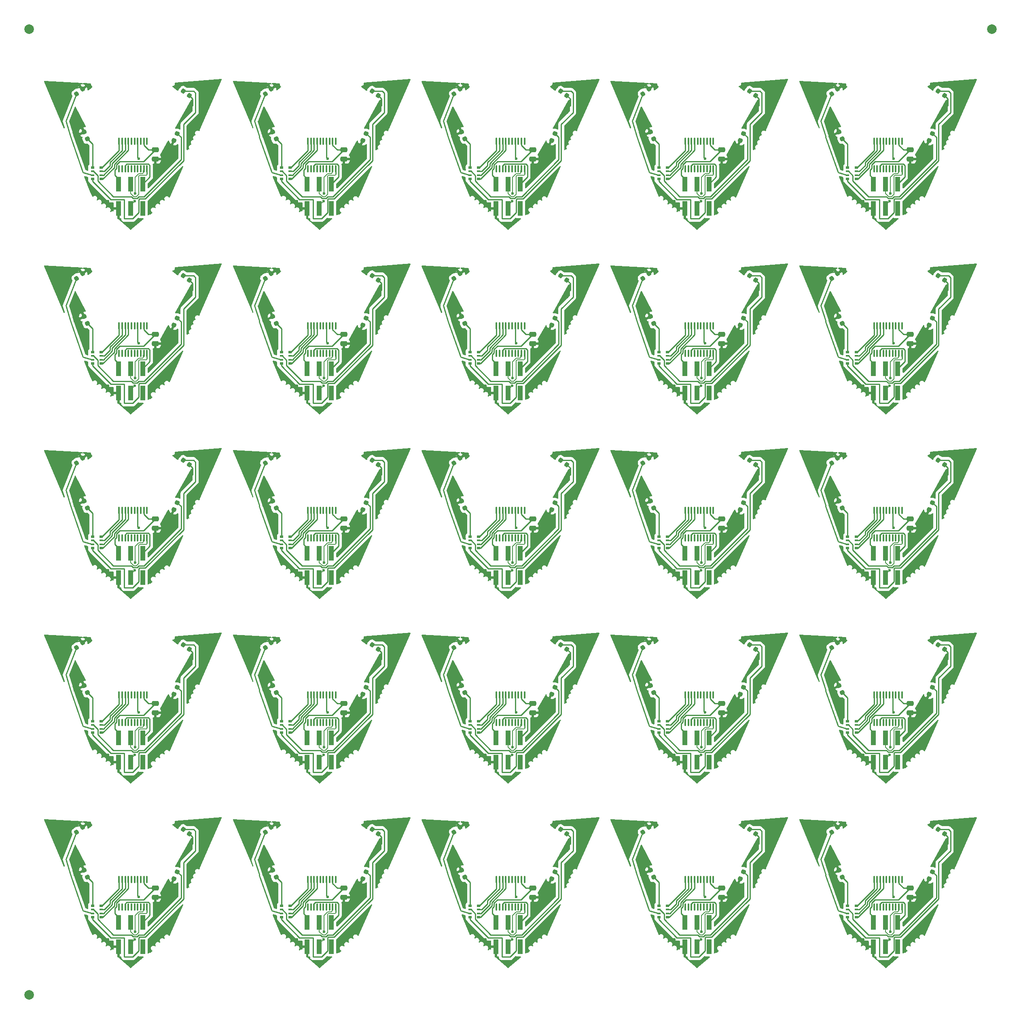
<source format=gbr>
%TF.GenerationSoftware,KiCad,Pcbnew,9.0.2*%
%TF.CreationDate,2025-06-25T16:30:57-05:00*%
%TF.ProjectId,panel,70616e65-6c2e-46b6-9963-61645f706362,rev?*%
%TF.SameCoordinates,Original*%
%TF.FileFunction,Copper,L2,Bot*%
%TF.FilePolarity,Positive*%
%FSLAX46Y46*%
G04 Gerber Fmt 4.6, Leading zero omitted, Abs format (unit mm)*
G04 Created by KiCad (PCBNEW 9.0.2) date 2025-06-25 16:30:57*
%MOMM*%
%LPD*%
G01*
G04 APERTURE LIST*
G04 Aperture macros list*
%AMRoundRect*
0 Rectangle with rounded corners*
0 $1 Rounding radius*
0 $2 $3 $4 $5 $6 $7 $8 $9 X,Y pos of 4 corners*
0 Add a 4 corners polygon primitive as box body*
4,1,4,$2,$3,$4,$5,$6,$7,$8,$9,$2,$3,0*
0 Add four circle primitives for the rounded corners*
1,1,$1+$1,$2,$3*
1,1,$1+$1,$4,$5*
1,1,$1+$1,$6,$7*
1,1,$1+$1,$8,$9*
0 Add four rect primitives between the rounded corners*
20,1,$1+$1,$2,$3,$4,$5,0*
20,1,$1+$1,$4,$5,$6,$7,0*
20,1,$1+$1,$6,$7,$8,$9,0*
20,1,$1+$1,$8,$9,$2,$3,0*%
G04 Aperture macros list end*
%TA.AperFunction,SMDPad,CuDef*%
%ADD10R,1.000000X3.150000*%
%TD*%
%TA.AperFunction,SMDPad,CuDef*%
%ADD11RoundRect,0.218750X0.134422X-0.308944X0.326210X0.084279X-0.134422X0.308944X-0.326210X-0.084279X0*%
%TD*%
%TA.AperFunction,SMDPad,CuDef*%
%ADD12RoundRect,0.100000X-0.100000X0.637500X-0.100000X-0.637500X0.100000X-0.637500X0.100000X0.637500X0*%
%TD*%
%TA.AperFunction,SMDPad,CuDef*%
%ADD13RoundRect,0.218750X-0.326210X0.084279X-0.134422X-0.308944X0.326210X-0.084279X0.134422X0.308944X0*%
%TD*%
%TA.AperFunction,SMDPad,CuDef*%
%ADD14C,2.000000*%
%TD*%
%TA.AperFunction,SMDPad,CuDef*%
%ADD15RoundRect,0.218750X0.326168X0.084438X-0.032211X0.335378X-0.326168X-0.084438X0.032211X-0.335378X0*%
%TD*%
%TA.AperFunction,SMDPad,CuDef*%
%ADD16RoundRect,0.218750X0.014614X0.336604X-0.330141X0.067252X-0.014614X-0.336604X0.330141X-0.067252X0*%
%TD*%
%TA.AperFunction,SMDPad,CuDef*%
%ADD17R,0.800000X0.500000*%
%TD*%
%TA.AperFunction,SMDPad,CuDef*%
%ADD18R,0.800000X0.400000*%
%TD*%
%TA.AperFunction,SMDPad,CuDef*%
%ADD19RoundRect,0.250000X0.475000X-0.250000X0.475000X0.250000X-0.475000X0.250000X-0.475000X-0.250000X0*%
%TD*%
%TA.AperFunction,ViaPad*%
%ADD20C,0.600000*%
%TD*%
%TA.AperFunction,Conductor*%
%ADD21C,0.250000*%
%TD*%
%TA.AperFunction,Conductor*%
%ADD22C,0.180000*%
%TD*%
G04 APERTURE END LIST*
D10*
%TO.P,J1,1,Pin_1*%
%TO.N,Board_11-VCC*%
X105941184Y-132171164D03*
%TO.P,J1,2,Pin_2*%
%TO.N,Board_11-VSS*%
X105941184Y-137221164D03*
%TO.P,J1,3,Pin_3*%
%TO.N,Board_11-SDA*%
X108481184Y-132171164D03*
%TO.P,J1,4,Pin_4*%
%TO.N,Board_11-SCL*%
X108481184Y-137221164D03*
%TO.P,J1,5,Pin_5*%
%TO.N,Board_11-SWIO*%
X111021184Y-132171164D03*
%TO.P,J1,6,Pin_6*%
%TO.N,Board_11-unconnected-(J1-Pin_6-Pad6)*%
X111021184Y-137221164D03*
%TD*%
D11*
%TO.P,D6,1,K*%
%TO.N,Board_23-VSS*%
X196598408Y-200211574D03*
%TO.P,D6,2,A*%
%TO.N,Board_23-Net-(D6-A)*%
X197288842Y-198795974D03*
%TD*%
D12*
%TO.P,U1,1,PD4*%
%TO.N,Board_5-A*%
X66547572Y-84613459D03*
%TO.P,U1,2,PD5*%
%TO.N,Board_5-B*%
X67197572Y-84613459D03*
%TO.P,U1,3,PD6*%
%TO.N,Board_5-C*%
X67847572Y-84613459D03*
%TO.P,U1,4,PD7*%
%TO.N,Board_5-D*%
X68497572Y-84613459D03*
%TO.P,U1,5,PA1*%
%TO.N,Board_5-unconnected-(U1-PA1-Pad5)*%
X69147572Y-84613459D03*
%TO.P,U1,6,PA2*%
%TO.N,Board_5-unconnected-(U1-PA2-Pad6)*%
X69797572Y-84613459D03*
%TO.P,U1,7,VSS*%
%TO.N,Board_5-VSS*%
X70447572Y-84613459D03*
%TO.P,U1,8,PD0*%
%TO.N,Board_5-unconnected-(U1-PD0-Pad8)*%
X71097572Y-84613459D03*
%TO.P,U1,9,VDD*%
%TO.N,Board_5-VCC*%
X71747572Y-84613459D03*
%TO.P,U1,10,PC0*%
%TO.N,Board_5-unconnected-(U1-PC0-Pad10)*%
X72397572Y-84613459D03*
%TO.P,U1,11,PC1*%
%TO.N,Board_5-SDA*%
X72397572Y-90338459D03*
%TO.P,U1,12,PC2*%
%TO.N,Board_5-SCL*%
X71747572Y-90338459D03*
%TO.P,U1,13,PC3*%
%TO.N,Board_5-unconnected-(U1-PC3-Pad13)*%
X71097572Y-90338459D03*
%TO.P,U1,14,PC4*%
%TO.N,Board_5-unconnected-(U1-PC4-Pad14)*%
X70447572Y-90338459D03*
%TO.P,U1,15,PC5*%
%TO.N,Board_5-unconnected-(U1-PC5-Pad15)*%
X69797572Y-90338459D03*
%TO.P,U1,16,PC6*%
%TO.N,Board_5-unconnected-(U1-PC6-Pad16)*%
X69147572Y-90338459D03*
%TO.P,U1,17,PC7*%
%TO.N,Board_5-unconnected-(U1-PC7-Pad17)*%
X68497572Y-90338459D03*
%TO.P,U1,18,PD1*%
%TO.N,Board_5-SWIO*%
X67847572Y-90338459D03*
%TO.P,U1,19,PD2*%
%TO.N,Board_5-unconnected-(U1-PD2-Pad19)*%
X67197572Y-90338459D03*
%TO.P,U1,20,PD3*%
%TO.N,Board_5-unconnected-(U1-PD3-Pad20)*%
X66547572Y-90338459D03*
%TD*%
D13*
%TO.P,D2,1,K*%
%TO.N,Board_10-VSS*%
X59227355Y-121288364D03*
%TO.P,D2,2,A*%
%TO.N,Board_10-Net-(D2-A)*%
X59917789Y-122703964D03*
%TD*%
D14*
%TO.P,KiKit_FID_B_3,*%
%TO.N,*%
X47728470Y-224538525D03*
%TD*%
D13*
%TO.P,D2,1,K*%
%TO.N,Board_7-VSS*%
X138244579Y-82680659D03*
%TO.P,D2,2,A*%
%TO.N,Board_7-Net-(D2-A)*%
X138935013Y-84096259D03*
%TD*%
D15*
%TO.P,D8,1,K*%
%TO.N,Board_18-VSS*%
X199798408Y-152203869D03*
%TO.P,D8,2,A*%
%TO.N,Board_18-Net-(D8-A)*%
X198508244Y-151300487D03*
%TD*%
D13*
%TO.P,D2,1,K*%
%TO.N,Board_21-VSS*%
X98735967Y-198503774D03*
%TO.P,D2,2,A*%
%TO.N,Board_21-Net-(D2-A)*%
X99426401Y-199919374D03*
%TD*%
%TO.P,D2,1,K*%
%TO.N,Board_6-VSS*%
X98735967Y-82680659D03*
%TO.P,D2,2,A*%
%TO.N,Board_6-Net-(D2-A)*%
X99426401Y-84096259D03*
%TD*%
D16*
%TO.P,D4,1,K*%
%TO.N,Board_11-VSS*%
X98405002Y-112305136D03*
%TO.P,D4,2,A*%
%TO.N,Board_11-Net-(D4-A)*%
X97163886Y-113274802D03*
%TD*%
D11*
%TO.P,D6,1,K*%
%TO.N,Board_18-VSS*%
X196598408Y-161603869D03*
%TO.P,D6,2,A*%
%TO.N,Board_18-Net-(D6-A)*%
X197288842Y-160188269D03*
%TD*%
D17*
%TO.P,RN1,1,R1.1*%
%TO.N,Board_4-Net-(D8-A)*%
X219057020Y-53880754D03*
D18*
%TO.P,RN1,2,R2.1*%
%TO.N,Board_4-Net-(D4-A)*%
X219057020Y-53080754D03*
%TO.P,RN1,3,R3.1*%
%TO.N,Board_4-Net-(D6-A)*%
X219057020Y-52280754D03*
D17*
%TO.P,RN1,4,R4.1*%
%TO.N,Board_4-Net-(D2-A)*%
X219057020Y-51480754D03*
%TO.P,RN1,5,R4.2*%
%TO.N,Board_4-A*%
X220857020Y-51480754D03*
D18*
%TO.P,RN1,6,R3.2*%
%TO.N,Board_4-B*%
X220857020Y-52280754D03*
%TO.P,RN1,7,R2.2*%
%TO.N,Board_4-C*%
X220857020Y-53080754D03*
D17*
%TO.P,RN1,8,R1.2*%
%TO.N,Board_4-D*%
X220857020Y-53880754D03*
%TD*%
D16*
%TO.P,D4,1,K*%
%TO.N,Board_1-VSS*%
X98405002Y-35089726D03*
%TO.P,D4,2,A*%
%TO.N,Board_1-Net-(D4-A)*%
X97163886Y-36059392D03*
%TD*%
D19*
%TO.P,C1,1*%
%TO.N,Board_8-VSS*%
X192648408Y-88288459D03*
%TO.P,C1,2*%
%TO.N,Board_8-VCC*%
X192648408Y-86388459D03*
%TD*%
D11*
%TO.P,D6,1,K*%
%TO.N,Board_0-VSS*%
X78072572Y-45780754D03*
%TO.P,D6,2,A*%
%TO.N,Board_0-Net-(D6-A)*%
X78763006Y-44365154D03*
%TD*%
%TO.P,D6,1,K*%
%TO.N,Board_8-VSS*%
X196598408Y-84388459D03*
%TO.P,D6,2,A*%
%TO.N,Board_8-Net-(D6-A)*%
X197288842Y-82972859D03*
%TD*%
D13*
%TO.P,D2,1,K*%
%TO.N,Board_22-VSS*%
X138244579Y-198503774D03*
%TO.P,D2,2,A*%
%TO.N,Board_22-Net-(D2-A)*%
X138935013Y-199919374D03*
%TD*%
%TO.P,D2,1,K*%
%TO.N,Board_4-VSS*%
X217261803Y-44072954D03*
%TO.P,D2,2,A*%
%TO.N,Board_4-Net-(D2-A)*%
X217952237Y-45488554D03*
%TD*%
D12*
%TO.P,U1,1,PD4*%
%TO.N,Board_24-A*%
X224582020Y-200436574D03*
%TO.P,U1,2,PD5*%
%TO.N,Board_24-B*%
X225232020Y-200436574D03*
%TO.P,U1,3,PD6*%
%TO.N,Board_24-C*%
X225882020Y-200436574D03*
%TO.P,U1,4,PD7*%
%TO.N,Board_24-D*%
X226532020Y-200436574D03*
%TO.P,U1,5,PA1*%
%TO.N,Board_24-unconnected-(U1-PA1-Pad5)*%
X227182020Y-200436574D03*
%TO.P,U1,6,PA2*%
%TO.N,Board_24-unconnected-(U1-PA2-Pad6)*%
X227832020Y-200436574D03*
%TO.P,U1,7,VSS*%
%TO.N,Board_24-VSS*%
X228482020Y-200436574D03*
%TO.P,U1,8,PD0*%
%TO.N,Board_24-unconnected-(U1-PD0-Pad8)*%
X229132020Y-200436574D03*
%TO.P,U1,9,VDD*%
%TO.N,Board_24-VCC*%
X229782020Y-200436574D03*
%TO.P,U1,10,PC0*%
%TO.N,Board_24-unconnected-(U1-PC0-Pad10)*%
X230432020Y-200436574D03*
%TO.P,U1,11,PC1*%
%TO.N,Board_24-SDA*%
X230432020Y-206161574D03*
%TO.P,U1,12,PC2*%
%TO.N,Board_24-SCL*%
X229782020Y-206161574D03*
%TO.P,U1,13,PC3*%
%TO.N,Board_24-unconnected-(U1-PC3-Pad13)*%
X229132020Y-206161574D03*
%TO.P,U1,14,PC4*%
%TO.N,Board_24-unconnected-(U1-PC4-Pad14)*%
X228482020Y-206161574D03*
%TO.P,U1,15,PC5*%
%TO.N,Board_24-unconnected-(U1-PC5-Pad15)*%
X227832020Y-206161574D03*
%TO.P,U1,16,PC6*%
%TO.N,Board_24-unconnected-(U1-PC6-Pad16)*%
X227182020Y-206161574D03*
%TO.P,U1,17,PC7*%
%TO.N,Board_24-unconnected-(U1-PC7-Pad17)*%
X226532020Y-206161574D03*
%TO.P,U1,18,PD1*%
%TO.N,Board_24-SWIO*%
X225882020Y-206161574D03*
%TO.P,U1,19,PD2*%
%TO.N,Board_24-unconnected-(U1-PD2-Pad19)*%
X225232020Y-206161574D03*
%TO.P,U1,20,PD3*%
%TO.N,Board_24-unconnected-(U1-PD3-Pad20)*%
X224582020Y-206161574D03*
%TD*%
D17*
%TO.P,RN1,1,R1.1*%
%TO.N,Board_15-Net-(D8-A)*%
X61022572Y-169703869D03*
D18*
%TO.P,RN1,2,R2.1*%
%TO.N,Board_15-Net-(D4-A)*%
X61022572Y-168903869D03*
%TO.P,RN1,3,R3.1*%
%TO.N,Board_15-Net-(D6-A)*%
X61022572Y-168103869D03*
D17*
%TO.P,RN1,4,R4.1*%
%TO.N,Board_15-Net-(D2-A)*%
X61022572Y-167303869D03*
%TO.P,RN1,5,R4.2*%
%TO.N,Board_15-A*%
X62822572Y-167303869D03*
D18*
%TO.P,RN1,6,R3.2*%
%TO.N,Board_15-B*%
X62822572Y-168103869D03*
%TO.P,RN1,7,R2.2*%
%TO.N,Board_15-C*%
X62822572Y-168903869D03*
D17*
%TO.P,RN1,8,R1.2*%
%TO.N,Board_15-D*%
X62822572Y-169703869D03*
%TD*%
D12*
%TO.P,U1,1,PD4*%
%TO.N,Board_3-A*%
X185073408Y-46005754D03*
%TO.P,U1,2,PD5*%
%TO.N,Board_3-B*%
X185723408Y-46005754D03*
%TO.P,U1,3,PD6*%
%TO.N,Board_3-C*%
X186373408Y-46005754D03*
%TO.P,U1,4,PD7*%
%TO.N,Board_3-D*%
X187023408Y-46005754D03*
%TO.P,U1,5,PA1*%
%TO.N,Board_3-unconnected-(U1-PA1-Pad5)*%
X187673408Y-46005754D03*
%TO.P,U1,6,PA2*%
%TO.N,Board_3-unconnected-(U1-PA2-Pad6)*%
X188323408Y-46005754D03*
%TO.P,U1,7,VSS*%
%TO.N,Board_3-VSS*%
X188973408Y-46005754D03*
%TO.P,U1,8,PD0*%
%TO.N,Board_3-unconnected-(U1-PD0-Pad8)*%
X189623408Y-46005754D03*
%TO.P,U1,9,VDD*%
%TO.N,Board_3-VCC*%
X190273408Y-46005754D03*
%TO.P,U1,10,PC0*%
%TO.N,Board_3-unconnected-(U1-PC0-Pad10)*%
X190923408Y-46005754D03*
%TO.P,U1,11,PC1*%
%TO.N,Board_3-SDA*%
X190923408Y-51730754D03*
%TO.P,U1,12,PC2*%
%TO.N,Board_3-SCL*%
X190273408Y-51730754D03*
%TO.P,U1,13,PC3*%
%TO.N,Board_3-unconnected-(U1-PC3-Pad13)*%
X189623408Y-51730754D03*
%TO.P,U1,14,PC4*%
%TO.N,Board_3-unconnected-(U1-PC4-Pad14)*%
X188973408Y-51730754D03*
%TO.P,U1,15,PC5*%
%TO.N,Board_3-unconnected-(U1-PC5-Pad15)*%
X188323408Y-51730754D03*
%TO.P,U1,16,PC6*%
%TO.N,Board_3-unconnected-(U1-PC6-Pad16)*%
X187673408Y-51730754D03*
%TO.P,U1,17,PC7*%
%TO.N,Board_3-unconnected-(U1-PC7-Pad17)*%
X187023408Y-51730754D03*
%TO.P,U1,18,PD1*%
%TO.N,Board_3-SWIO*%
X186373408Y-51730754D03*
%TO.P,U1,19,PD2*%
%TO.N,Board_3-unconnected-(U1-PD2-Pad19)*%
X185723408Y-51730754D03*
%TO.P,U1,20,PD3*%
%TO.N,Board_3-unconnected-(U1-PD3-Pad20)*%
X185073408Y-51730754D03*
%TD*%
D10*
%TO.P,J1,1,Pin_1*%
%TO.N,Board_19-VCC*%
X224467020Y-170778869D03*
%TO.P,J1,2,Pin_2*%
%TO.N,Board_19-VSS*%
X224467020Y-175828869D03*
%TO.P,J1,3,Pin_3*%
%TO.N,Board_19-SDA*%
X227007020Y-170778869D03*
%TO.P,J1,4,Pin_4*%
%TO.N,Board_19-SCL*%
X227007020Y-175828869D03*
%TO.P,J1,5,Pin_5*%
%TO.N,Board_19-SWIO*%
X229547020Y-170778869D03*
%TO.P,J1,6,Pin_6*%
%TO.N,Board_19-unconnected-(J1-Pin_6-Pad6)*%
X229547020Y-175828869D03*
%TD*%
%TO.P,J1,1,Pin_1*%
%TO.N,Board_4-VCC*%
X224467020Y-54955754D03*
%TO.P,J1,2,Pin_2*%
%TO.N,Board_4-VSS*%
X224467020Y-60005754D03*
%TO.P,J1,3,Pin_3*%
%TO.N,Board_4-SDA*%
X227007020Y-54955754D03*
%TO.P,J1,4,Pin_4*%
%TO.N,Board_4-SCL*%
X227007020Y-60005754D03*
%TO.P,J1,5,Pin_5*%
%TO.N,Board_4-SWIO*%
X229547020Y-54955754D03*
%TO.P,J1,6,Pin_6*%
%TO.N,Board_4-unconnected-(J1-Pin_6-Pad6)*%
X229547020Y-60005754D03*
%TD*%
D12*
%TO.P,U1,1,PD4*%
%TO.N,Board_16-A*%
X106056184Y-161828869D03*
%TO.P,U1,2,PD5*%
%TO.N,Board_16-B*%
X106706184Y-161828869D03*
%TO.P,U1,3,PD6*%
%TO.N,Board_16-C*%
X107356184Y-161828869D03*
%TO.P,U1,4,PD7*%
%TO.N,Board_16-D*%
X108006184Y-161828869D03*
%TO.P,U1,5,PA1*%
%TO.N,Board_16-unconnected-(U1-PA1-Pad5)*%
X108656184Y-161828869D03*
%TO.P,U1,6,PA2*%
%TO.N,Board_16-unconnected-(U1-PA2-Pad6)*%
X109306184Y-161828869D03*
%TO.P,U1,7,VSS*%
%TO.N,Board_16-VSS*%
X109956184Y-161828869D03*
%TO.P,U1,8,PD0*%
%TO.N,Board_16-unconnected-(U1-PD0-Pad8)*%
X110606184Y-161828869D03*
%TO.P,U1,9,VDD*%
%TO.N,Board_16-VCC*%
X111256184Y-161828869D03*
%TO.P,U1,10,PC0*%
%TO.N,Board_16-unconnected-(U1-PC0-Pad10)*%
X111906184Y-161828869D03*
%TO.P,U1,11,PC1*%
%TO.N,Board_16-SDA*%
X111906184Y-167553869D03*
%TO.P,U1,12,PC2*%
%TO.N,Board_16-SCL*%
X111256184Y-167553869D03*
%TO.P,U1,13,PC3*%
%TO.N,Board_16-unconnected-(U1-PC3-Pad13)*%
X110606184Y-167553869D03*
%TO.P,U1,14,PC4*%
%TO.N,Board_16-unconnected-(U1-PC4-Pad14)*%
X109956184Y-167553869D03*
%TO.P,U1,15,PC5*%
%TO.N,Board_16-unconnected-(U1-PC5-Pad15)*%
X109306184Y-167553869D03*
%TO.P,U1,16,PC6*%
%TO.N,Board_16-unconnected-(U1-PC6-Pad16)*%
X108656184Y-167553869D03*
%TO.P,U1,17,PC7*%
%TO.N,Board_16-unconnected-(U1-PC7-Pad17)*%
X108006184Y-167553869D03*
%TO.P,U1,18,PD1*%
%TO.N,Board_16-SWIO*%
X107356184Y-167553869D03*
%TO.P,U1,19,PD2*%
%TO.N,Board_16-unconnected-(U1-PD2-Pad19)*%
X106706184Y-167553869D03*
%TO.P,U1,20,PD3*%
%TO.N,Board_16-unconnected-(U1-PD3-Pad20)*%
X106056184Y-167553869D03*
%TD*%
%TO.P,U1,1,PD4*%
%TO.N,Board_22-A*%
X145564796Y-200436574D03*
%TO.P,U1,2,PD5*%
%TO.N,Board_22-B*%
X146214796Y-200436574D03*
%TO.P,U1,3,PD6*%
%TO.N,Board_22-C*%
X146864796Y-200436574D03*
%TO.P,U1,4,PD7*%
%TO.N,Board_22-D*%
X147514796Y-200436574D03*
%TO.P,U1,5,PA1*%
%TO.N,Board_22-unconnected-(U1-PA1-Pad5)*%
X148164796Y-200436574D03*
%TO.P,U1,6,PA2*%
%TO.N,Board_22-unconnected-(U1-PA2-Pad6)*%
X148814796Y-200436574D03*
%TO.P,U1,7,VSS*%
%TO.N,Board_22-VSS*%
X149464796Y-200436574D03*
%TO.P,U1,8,PD0*%
%TO.N,Board_22-unconnected-(U1-PD0-Pad8)*%
X150114796Y-200436574D03*
%TO.P,U1,9,VDD*%
%TO.N,Board_22-VCC*%
X150764796Y-200436574D03*
%TO.P,U1,10,PC0*%
%TO.N,Board_22-unconnected-(U1-PC0-Pad10)*%
X151414796Y-200436574D03*
%TO.P,U1,11,PC1*%
%TO.N,Board_22-SDA*%
X151414796Y-206161574D03*
%TO.P,U1,12,PC2*%
%TO.N,Board_22-SCL*%
X150764796Y-206161574D03*
%TO.P,U1,13,PC3*%
%TO.N,Board_22-unconnected-(U1-PC3-Pad13)*%
X150114796Y-206161574D03*
%TO.P,U1,14,PC4*%
%TO.N,Board_22-unconnected-(U1-PC4-Pad14)*%
X149464796Y-206161574D03*
%TO.P,U1,15,PC5*%
%TO.N,Board_22-unconnected-(U1-PC5-Pad15)*%
X148814796Y-206161574D03*
%TO.P,U1,16,PC6*%
%TO.N,Board_22-unconnected-(U1-PC6-Pad16)*%
X148164796Y-206161574D03*
%TO.P,U1,17,PC7*%
%TO.N,Board_22-unconnected-(U1-PC7-Pad17)*%
X147514796Y-206161574D03*
%TO.P,U1,18,PD1*%
%TO.N,Board_22-SWIO*%
X146864796Y-206161574D03*
%TO.P,U1,19,PD2*%
%TO.N,Board_22-unconnected-(U1-PD2-Pad19)*%
X146214796Y-206161574D03*
%TO.P,U1,20,PD3*%
%TO.N,Board_22-unconnected-(U1-PD3-Pad20)*%
X145564796Y-206161574D03*
%TD*%
D10*
%TO.P,J1,1,Pin_1*%
%TO.N,Board_3-VCC*%
X184958408Y-54955754D03*
%TO.P,J1,2,Pin_2*%
%TO.N,Board_3-VSS*%
X184958408Y-60005754D03*
%TO.P,J1,3,Pin_3*%
%TO.N,Board_3-SDA*%
X187498408Y-54955754D03*
%TO.P,J1,4,Pin_4*%
%TO.N,Board_3-SCL*%
X187498408Y-60005754D03*
%TO.P,J1,5,Pin_5*%
%TO.N,Board_3-SWIO*%
X190038408Y-54955754D03*
%TO.P,J1,6,Pin_6*%
%TO.N,Board_3-unconnected-(J1-Pin_6-Pad6)*%
X190038408Y-60005754D03*
%TD*%
D16*
%TO.P,D4,1,K*%
%TO.N,Board_2-VSS*%
X137913614Y-35089726D03*
%TO.P,D4,2,A*%
%TO.N,Board_2-Net-(D4-A)*%
X136672498Y-36059392D03*
%TD*%
D15*
%TO.P,D8,1,K*%
%TO.N,Board_21-VSS*%
X120781184Y-190811574D03*
%TO.P,D8,2,A*%
%TO.N,Board_21-Net-(D8-A)*%
X119491020Y-189908192D03*
%TD*%
D12*
%TO.P,U1,1,PD4*%
%TO.N,Board_9-A*%
X224582020Y-84613459D03*
%TO.P,U1,2,PD5*%
%TO.N,Board_9-B*%
X225232020Y-84613459D03*
%TO.P,U1,3,PD6*%
%TO.N,Board_9-C*%
X225882020Y-84613459D03*
%TO.P,U1,4,PD7*%
%TO.N,Board_9-D*%
X226532020Y-84613459D03*
%TO.P,U1,5,PA1*%
%TO.N,Board_9-unconnected-(U1-PA1-Pad5)*%
X227182020Y-84613459D03*
%TO.P,U1,6,PA2*%
%TO.N,Board_9-unconnected-(U1-PA2-Pad6)*%
X227832020Y-84613459D03*
%TO.P,U1,7,VSS*%
%TO.N,Board_9-VSS*%
X228482020Y-84613459D03*
%TO.P,U1,8,PD0*%
%TO.N,Board_9-unconnected-(U1-PD0-Pad8)*%
X229132020Y-84613459D03*
%TO.P,U1,9,VDD*%
%TO.N,Board_9-VCC*%
X229782020Y-84613459D03*
%TO.P,U1,10,PC0*%
%TO.N,Board_9-unconnected-(U1-PC0-Pad10)*%
X230432020Y-84613459D03*
%TO.P,U1,11,PC1*%
%TO.N,Board_9-SDA*%
X230432020Y-90338459D03*
%TO.P,U1,12,PC2*%
%TO.N,Board_9-SCL*%
X229782020Y-90338459D03*
%TO.P,U1,13,PC3*%
%TO.N,Board_9-unconnected-(U1-PC3-Pad13)*%
X229132020Y-90338459D03*
%TO.P,U1,14,PC4*%
%TO.N,Board_9-unconnected-(U1-PC4-Pad14)*%
X228482020Y-90338459D03*
%TO.P,U1,15,PC5*%
%TO.N,Board_9-unconnected-(U1-PC5-Pad15)*%
X227832020Y-90338459D03*
%TO.P,U1,16,PC6*%
%TO.N,Board_9-unconnected-(U1-PC6-Pad16)*%
X227182020Y-90338459D03*
%TO.P,U1,17,PC7*%
%TO.N,Board_9-unconnected-(U1-PC7-Pad17)*%
X226532020Y-90338459D03*
%TO.P,U1,18,PD1*%
%TO.N,Board_9-SWIO*%
X225882020Y-90338459D03*
%TO.P,U1,19,PD2*%
%TO.N,Board_9-unconnected-(U1-PD2-Pad19)*%
X225232020Y-90338459D03*
%TO.P,U1,20,PD3*%
%TO.N,Board_9-unconnected-(U1-PD3-Pad20)*%
X224582020Y-90338459D03*
%TD*%
D15*
%TO.P,D8,1,K*%
%TO.N,Board_7-VSS*%
X160289796Y-74988459D03*
%TO.P,D8,2,A*%
%TO.N,Board_7-Net-(D8-A)*%
X158999632Y-74085077D03*
%TD*%
D19*
%TO.P,C1,1*%
%TO.N,Board_7-VSS*%
X153139796Y-88288459D03*
%TO.P,C1,2*%
%TO.N,Board_7-VCC*%
X153139796Y-86388459D03*
%TD*%
D10*
%TO.P,J1,1,Pin_1*%
%TO.N,Board_18-VCC*%
X184958408Y-170778869D03*
%TO.P,J1,2,Pin_2*%
%TO.N,Board_18-VSS*%
X184958408Y-175828869D03*
%TO.P,J1,3,Pin_3*%
%TO.N,Board_18-SDA*%
X187498408Y-170778869D03*
%TO.P,J1,4,Pin_4*%
%TO.N,Board_18-SCL*%
X187498408Y-175828869D03*
%TO.P,J1,5,Pin_5*%
%TO.N,Board_18-SWIO*%
X190038408Y-170778869D03*
%TO.P,J1,6,Pin_6*%
%TO.N,Board_18-unconnected-(J1-Pin_6-Pad6)*%
X190038408Y-175828869D03*
%TD*%
D19*
%TO.P,C1,1*%
%TO.N,Board_18-VSS*%
X192648408Y-165503869D03*
%TO.P,C1,2*%
%TO.N,Board_18-VCC*%
X192648408Y-163603869D03*
%TD*%
D12*
%TO.P,U1,1,PD4*%
%TO.N,Board_7-A*%
X145564796Y-84613459D03*
%TO.P,U1,2,PD5*%
%TO.N,Board_7-B*%
X146214796Y-84613459D03*
%TO.P,U1,3,PD6*%
%TO.N,Board_7-C*%
X146864796Y-84613459D03*
%TO.P,U1,4,PD7*%
%TO.N,Board_7-D*%
X147514796Y-84613459D03*
%TO.P,U1,5,PA1*%
%TO.N,Board_7-unconnected-(U1-PA1-Pad5)*%
X148164796Y-84613459D03*
%TO.P,U1,6,PA2*%
%TO.N,Board_7-unconnected-(U1-PA2-Pad6)*%
X148814796Y-84613459D03*
%TO.P,U1,7,VSS*%
%TO.N,Board_7-VSS*%
X149464796Y-84613459D03*
%TO.P,U1,8,PD0*%
%TO.N,Board_7-unconnected-(U1-PD0-Pad8)*%
X150114796Y-84613459D03*
%TO.P,U1,9,VDD*%
%TO.N,Board_7-VCC*%
X150764796Y-84613459D03*
%TO.P,U1,10,PC0*%
%TO.N,Board_7-unconnected-(U1-PC0-Pad10)*%
X151414796Y-84613459D03*
%TO.P,U1,11,PC1*%
%TO.N,Board_7-SDA*%
X151414796Y-90338459D03*
%TO.P,U1,12,PC2*%
%TO.N,Board_7-SCL*%
X150764796Y-90338459D03*
%TO.P,U1,13,PC3*%
%TO.N,Board_7-unconnected-(U1-PC3-Pad13)*%
X150114796Y-90338459D03*
%TO.P,U1,14,PC4*%
%TO.N,Board_7-unconnected-(U1-PC4-Pad14)*%
X149464796Y-90338459D03*
%TO.P,U1,15,PC5*%
%TO.N,Board_7-unconnected-(U1-PC5-Pad15)*%
X148814796Y-90338459D03*
%TO.P,U1,16,PC6*%
%TO.N,Board_7-unconnected-(U1-PC6-Pad16)*%
X148164796Y-90338459D03*
%TO.P,U1,17,PC7*%
%TO.N,Board_7-unconnected-(U1-PC7-Pad17)*%
X147514796Y-90338459D03*
%TO.P,U1,18,PD1*%
%TO.N,Board_7-SWIO*%
X146864796Y-90338459D03*
%TO.P,U1,19,PD2*%
%TO.N,Board_7-unconnected-(U1-PD2-Pad19)*%
X146214796Y-90338459D03*
%TO.P,U1,20,PD3*%
%TO.N,Board_7-unconnected-(U1-PD3-Pad20)*%
X145564796Y-90338459D03*
%TD*%
D17*
%TO.P,RN1,1,R1.1*%
%TO.N,Board_18-Net-(D8-A)*%
X179548408Y-169703869D03*
D18*
%TO.P,RN1,2,R2.1*%
%TO.N,Board_18-Net-(D4-A)*%
X179548408Y-168903869D03*
%TO.P,RN1,3,R3.1*%
%TO.N,Board_18-Net-(D6-A)*%
X179548408Y-168103869D03*
D17*
%TO.P,RN1,4,R4.1*%
%TO.N,Board_18-Net-(D2-A)*%
X179548408Y-167303869D03*
%TO.P,RN1,5,R4.2*%
%TO.N,Board_18-A*%
X181348408Y-167303869D03*
D18*
%TO.P,RN1,6,R3.2*%
%TO.N,Board_18-B*%
X181348408Y-168103869D03*
%TO.P,RN1,7,R2.2*%
%TO.N,Board_18-C*%
X181348408Y-168903869D03*
D17*
%TO.P,RN1,8,R1.2*%
%TO.N,Board_18-D*%
X181348408Y-169703869D03*
%TD*%
D11*
%TO.P,D6,1,K*%
%TO.N,Board_21-VSS*%
X117581184Y-200211574D03*
%TO.P,D6,2,A*%
%TO.N,Board_21-Net-(D6-A)*%
X118271618Y-198795974D03*
%TD*%
%TO.P,D6,1,K*%
%TO.N,Board_1-VSS*%
X117581184Y-45780754D03*
%TO.P,D6,2,A*%
%TO.N,Board_1-Net-(D6-A)*%
X118271618Y-44365154D03*
%TD*%
D13*
%TO.P,D2,1,K*%
%TO.N,Board_11-VSS*%
X98735967Y-121288364D03*
%TO.P,D2,2,A*%
%TO.N,Board_11-Net-(D2-A)*%
X99426401Y-122703964D03*
%TD*%
D10*
%TO.P,J1,1,Pin_1*%
%TO.N,Board_2-VCC*%
X145449796Y-54955754D03*
%TO.P,J1,2,Pin_2*%
%TO.N,Board_2-VSS*%
X145449796Y-60005754D03*
%TO.P,J1,3,Pin_3*%
%TO.N,Board_2-SDA*%
X147989796Y-54955754D03*
%TO.P,J1,4,Pin_4*%
%TO.N,Board_2-SCL*%
X147989796Y-60005754D03*
%TO.P,J1,5,Pin_5*%
%TO.N,Board_2-SWIO*%
X150529796Y-54955754D03*
%TO.P,J1,6,Pin_6*%
%TO.N,Board_2-unconnected-(J1-Pin_6-Pad6)*%
X150529796Y-60005754D03*
%TD*%
D15*
%TO.P,D8,1,K*%
%TO.N,Board_5-VSS*%
X81272572Y-74988459D03*
%TO.P,D8,2,A*%
%TO.N,Board_5-Net-(D8-A)*%
X79982408Y-74085077D03*
%TD*%
D11*
%TO.P,D6,1,K*%
%TO.N,Board_6-VSS*%
X117581184Y-84388459D03*
%TO.P,D6,2,A*%
%TO.N,Board_6-Net-(D6-A)*%
X118271618Y-82972859D03*
%TD*%
D12*
%TO.P,U1,1,PD4*%
%TO.N,Board_13-A*%
X185073408Y-123221164D03*
%TO.P,U1,2,PD5*%
%TO.N,Board_13-B*%
X185723408Y-123221164D03*
%TO.P,U1,3,PD6*%
%TO.N,Board_13-C*%
X186373408Y-123221164D03*
%TO.P,U1,4,PD7*%
%TO.N,Board_13-D*%
X187023408Y-123221164D03*
%TO.P,U1,5,PA1*%
%TO.N,Board_13-unconnected-(U1-PA1-Pad5)*%
X187673408Y-123221164D03*
%TO.P,U1,6,PA2*%
%TO.N,Board_13-unconnected-(U1-PA2-Pad6)*%
X188323408Y-123221164D03*
%TO.P,U1,7,VSS*%
%TO.N,Board_13-VSS*%
X188973408Y-123221164D03*
%TO.P,U1,8,PD0*%
%TO.N,Board_13-unconnected-(U1-PD0-Pad8)*%
X189623408Y-123221164D03*
%TO.P,U1,9,VDD*%
%TO.N,Board_13-VCC*%
X190273408Y-123221164D03*
%TO.P,U1,10,PC0*%
%TO.N,Board_13-unconnected-(U1-PC0-Pad10)*%
X190923408Y-123221164D03*
%TO.P,U1,11,PC1*%
%TO.N,Board_13-SDA*%
X190923408Y-128946164D03*
%TO.P,U1,12,PC2*%
%TO.N,Board_13-SCL*%
X190273408Y-128946164D03*
%TO.P,U1,13,PC3*%
%TO.N,Board_13-unconnected-(U1-PC3-Pad13)*%
X189623408Y-128946164D03*
%TO.P,U1,14,PC4*%
%TO.N,Board_13-unconnected-(U1-PC4-Pad14)*%
X188973408Y-128946164D03*
%TO.P,U1,15,PC5*%
%TO.N,Board_13-unconnected-(U1-PC5-Pad15)*%
X188323408Y-128946164D03*
%TO.P,U1,16,PC6*%
%TO.N,Board_13-unconnected-(U1-PC6-Pad16)*%
X187673408Y-128946164D03*
%TO.P,U1,17,PC7*%
%TO.N,Board_13-unconnected-(U1-PC7-Pad17)*%
X187023408Y-128946164D03*
%TO.P,U1,18,PD1*%
%TO.N,Board_13-SWIO*%
X186373408Y-128946164D03*
%TO.P,U1,19,PD2*%
%TO.N,Board_13-unconnected-(U1-PD2-Pad19)*%
X185723408Y-128946164D03*
%TO.P,U1,20,PD3*%
%TO.N,Board_13-unconnected-(U1-PD3-Pad20)*%
X185073408Y-128946164D03*
%TD*%
D13*
%TO.P,D2,1,K*%
%TO.N,Board_12-VSS*%
X138244579Y-121288364D03*
%TO.P,D2,2,A*%
%TO.N,Board_12-Net-(D2-A)*%
X138935013Y-122703964D03*
%TD*%
D16*
%TO.P,D4,1,K*%
%TO.N,Board_14-VSS*%
X216930838Y-112305136D03*
%TO.P,D4,2,A*%
%TO.N,Board_14-Net-(D4-A)*%
X215689722Y-113274802D03*
%TD*%
D15*
%TO.P,D8,1,K*%
%TO.N,Board_19-VSS*%
X239307020Y-152203869D03*
%TO.P,D8,2,A*%
%TO.N,Board_19-Net-(D8-A)*%
X238016856Y-151300487D03*
%TD*%
D12*
%TO.P,U1,1,PD4*%
%TO.N,Board_10-A*%
X66547572Y-123221164D03*
%TO.P,U1,2,PD5*%
%TO.N,Board_10-B*%
X67197572Y-123221164D03*
%TO.P,U1,3,PD6*%
%TO.N,Board_10-C*%
X67847572Y-123221164D03*
%TO.P,U1,4,PD7*%
%TO.N,Board_10-D*%
X68497572Y-123221164D03*
%TO.P,U1,5,PA1*%
%TO.N,Board_10-unconnected-(U1-PA1-Pad5)*%
X69147572Y-123221164D03*
%TO.P,U1,6,PA2*%
%TO.N,Board_10-unconnected-(U1-PA2-Pad6)*%
X69797572Y-123221164D03*
%TO.P,U1,7,VSS*%
%TO.N,Board_10-VSS*%
X70447572Y-123221164D03*
%TO.P,U1,8,PD0*%
%TO.N,Board_10-unconnected-(U1-PD0-Pad8)*%
X71097572Y-123221164D03*
%TO.P,U1,9,VDD*%
%TO.N,Board_10-VCC*%
X71747572Y-123221164D03*
%TO.P,U1,10,PC0*%
%TO.N,Board_10-unconnected-(U1-PC0-Pad10)*%
X72397572Y-123221164D03*
%TO.P,U1,11,PC1*%
%TO.N,Board_10-SDA*%
X72397572Y-128946164D03*
%TO.P,U1,12,PC2*%
%TO.N,Board_10-SCL*%
X71747572Y-128946164D03*
%TO.P,U1,13,PC3*%
%TO.N,Board_10-unconnected-(U1-PC3-Pad13)*%
X71097572Y-128946164D03*
%TO.P,U1,14,PC4*%
%TO.N,Board_10-unconnected-(U1-PC4-Pad14)*%
X70447572Y-128946164D03*
%TO.P,U1,15,PC5*%
%TO.N,Board_10-unconnected-(U1-PC5-Pad15)*%
X69797572Y-128946164D03*
%TO.P,U1,16,PC6*%
%TO.N,Board_10-unconnected-(U1-PC6-Pad16)*%
X69147572Y-128946164D03*
%TO.P,U1,17,PC7*%
%TO.N,Board_10-unconnected-(U1-PC7-Pad17)*%
X68497572Y-128946164D03*
%TO.P,U1,18,PD1*%
%TO.N,Board_10-SWIO*%
X67847572Y-128946164D03*
%TO.P,U1,19,PD2*%
%TO.N,Board_10-unconnected-(U1-PD2-Pad19)*%
X67197572Y-128946164D03*
%TO.P,U1,20,PD3*%
%TO.N,Board_10-unconnected-(U1-PD3-Pad20)*%
X66547572Y-128946164D03*
%TD*%
D17*
%TO.P,RN1,1,R1.1*%
%TO.N,Board_22-Net-(D8-A)*%
X140039796Y-208311574D03*
D18*
%TO.P,RN1,2,R2.1*%
%TO.N,Board_22-Net-(D4-A)*%
X140039796Y-207511574D03*
%TO.P,RN1,3,R3.1*%
%TO.N,Board_22-Net-(D6-A)*%
X140039796Y-206711574D03*
D17*
%TO.P,RN1,4,R4.1*%
%TO.N,Board_22-Net-(D2-A)*%
X140039796Y-205911574D03*
%TO.P,RN1,5,R4.2*%
%TO.N,Board_22-A*%
X141839796Y-205911574D03*
D18*
%TO.P,RN1,6,R3.2*%
%TO.N,Board_22-B*%
X141839796Y-206711574D03*
%TO.P,RN1,7,R2.2*%
%TO.N,Board_22-C*%
X141839796Y-207511574D03*
D17*
%TO.P,RN1,8,R1.2*%
%TO.N,Board_22-D*%
X141839796Y-208311574D03*
%TD*%
%TO.P,RN1,1,R1.1*%
%TO.N,Board_1-Net-(D8-A)*%
X100531184Y-53880754D03*
D18*
%TO.P,RN1,2,R2.1*%
%TO.N,Board_1-Net-(D4-A)*%
X100531184Y-53080754D03*
%TO.P,RN1,3,R3.1*%
%TO.N,Board_1-Net-(D6-A)*%
X100531184Y-52280754D03*
D17*
%TO.P,RN1,4,R4.1*%
%TO.N,Board_1-Net-(D2-A)*%
X100531184Y-51480754D03*
%TO.P,RN1,5,R4.2*%
%TO.N,Board_1-A*%
X102331184Y-51480754D03*
D18*
%TO.P,RN1,6,R3.2*%
%TO.N,Board_1-B*%
X102331184Y-52280754D03*
%TO.P,RN1,7,R2.2*%
%TO.N,Board_1-C*%
X102331184Y-53080754D03*
D17*
%TO.P,RN1,8,R1.2*%
%TO.N,Board_1-D*%
X102331184Y-53880754D03*
%TD*%
D13*
%TO.P,D2,1,K*%
%TO.N,Board_15-VSS*%
X59227355Y-159896069D03*
%TO.P,D2,2,A*%
%TO.N,Board_15-Net-(D2-A)*%
X59917789Y-161311669D03*
%TD*%
D15*
%TO.P,D8,1,K*%
%TO.N,Board_3-VSS*%
X199798408Y-36380754D03*
%TO.P,D8,2,A*%
%TO.N,Board_3-Net-(D8-A)*%
X198508244Y-35477372D03*
%TD*%
D11*
%TO.P,D6,1,K*%
%TO.N,Board_12-VSS*%
X157089796Y-122996164D03*
%TO.P,D6,2,A*%
%TO.N,Board_12-Net-(D6-A)*%
X157780230Y-121580564D03*
%TD*%
D19*
%TO.P,C1,1*%
%TO.N,Board_6-VSS*%
X113631184Y-88288459D03*
%TO.P,C1,2*%
%TO.N,Board_6-VCC*%
X113631184Y-86388459D03*
%TD*%
D11*
%TO.P,D6,1,K*%
%TO.N,Board_16-VSS*%
X117581184Y-161603869D03*
%TO.P,D6,2,A*%
%TO.N,Board_16-Net-(D6-A)*%
X118271618Y-160188269D03*
%TD*%
D12*
%TO.P,U1,1,PD4*%
%TO.N,Board_4-A*%
X224582020Y-46005754D03*
%TO.P,U1,2,PD5*%
%TO.N,Board_4-B*%
X225232020Y-46005754D03*
%TO.P,U1,3,PD6*%
%TO.N,Board_4-C*%
X225882020Y-46005754D03*
%TO.P,U1,4,PD7*%
%TO.N,Board_4-D*%
X226532020Y-46005754D03*
%TO.P,U1,5,PA1*%
%TO.N,Board_4-unconnected-(U1-PA1-Pad5)*%
X227182020Y-46005754D03*
%TO.P,U1,6,PA2*%
%TO.N,Board_4-unconnected-(U1-PA2-Pad6)*%
X227832020Y-46005754D03*
%TO.P,U1,7,VSS*%
%TO.N,Board_4-VSS*%
X228482020Y-46005754D03*
%TO.P,U1,8,PD0*%
%TO.N,Board_4-unconnected-(U1-PD0-Pad8)*%
X229132020Y-46005754D03*
%TO.P,U1,9,VDD*%
%TO.N,Board_4-VCC*%
X229782020Y-46005754D03*
%TO.P,U1,10,PC0*%
%TO.N,Board_4-unconnected-(U1-PC0-Pad10)*%
X230432020Y-46005754D03*
%TO.P,U1,11,PC1*%
%TO.N,Board_4-SDA*%
X230432020Y-51730754D03*
%TO.P,U1,12,PC2*%
%TO.N,Board_4-SCL*%
X229782020Y-51730754D03*
%TO.P,U1,13,PC3*%
%TO.N,Board_4-unconnected-(U1-PC3-Pad13)*%
X229132020Y-51730754D03*
%TO.P,U1,14,PC4*%
%TO.N,Board_4-unconnected-(U1-PC4-Pad14)*%
X228482020Y-51730754D03*
%TO.P,U1,15,PC5*%
%TO.N,Board_4-unconnected-(U1-PC5-Pad15)*%
X227832020Y-51730754D03*
%TO.P,U1,16,PC6*%
%TO.N,Board_4-unconnected-(U1-PC6-Pad16)*%
X227182020Y-51730754D03*
%TO.P,U1,17,PC7*%
%TO.N,Board_4-unconnected-(U1-PC7-Pad17)*%
X226532020Y-51730754D03*
%TO.P,U1,18,PD1*%
%TO.N,Board_4-SWIO*%
X225882020Y-51730754D03*
%TO.P,U1,19,PD2*%
%TO.N,Board_4-unconnected-(U1-PD2-Pad19)*%
X225232020Y-51730754D03*
%TO.P,U1,20,PD3*%
%TO.N,Board_4-unconnected-(U1-PD3-Pad20)*%
X224582020Y-51730754D03*
%TD*%
D11*
%TO.P,D6,1,K*%
%TO.N,Board_9-VSS*%
X236107020Y-84388459D03*
%TO.P,D6,2,A*%
%TO.N,Board_9-Net-(D6-A)*%
X236797454Y-82972859D03*
%TD*%
D16*
%TO.P,D4,1,K*%
%TO.N,Board_10-VSS*%
X58896390Y-112305136D03*
%TO.P,D4,2,A*%
%TO.N,Board_10-Net-(D4-A)*%
X57655274Y-113274802D03*
%TD*%
D13*
%TO.P,D2,1,K*%
%TO.N,Board_23-VSS*%
X177753191Y-198503774D03*
%TO.P,D2,2,A*%
%TO.N,Board_23-Net-(D2-A)*%
X178443625Y-199919374D03*
%TD*%
D17*
%TO.P,RN1,1,R1.1*%
%TO.N,Board_7-Net-(D8-A)*%
X140039796Y-92488459D03*
D18*
%TO.P,RN1,2,R2.1*%
%TO.N,Board_7-Net-(D4-A)*%
X140039796Y-91688459D03*
%TO.P,RN1,3,R3.1*%
%TO.N,Board_7-Net-(D6-A)*%
X140039796Y-90888459D03*
D17*
%TO.P,RN1,4,R4.1*%
%TO.N,Board_7-Net-(D2-A)*%
X140039796Y-90088459D03*
%TO.P,RN1,5,R4.2*%
%TO.N,Board_7-A*%
X141839796Y-90088459D03*
D18*
%TO.P,RN1,6,R3.2*%
%TO.N,Board_7-B*%
X141839796Y-90888459D03*
%TO.P,RN1,7,R2.2*%
%TO.N,Board_7-C*%
X141839796Y-91688459D03*
D17*
%TO.P,RN1,8,R1.2*%
%TO.N,Board_7-D*%
X141839796Y-92488459D03*
%TD*%
D10*
%TO.P,J1,1,Pin_1*%
%TO.N,Board_15-VCC*%
X66432572Y-170778869D03*
%TO.P,J1,2,Pin_2*%
%TO.N,Board_15-VSS*%
X66432572Y-175828869D03*
%TO.P,J1,3,Pin_3*%
%TO.N,Board_15-SDA*%
X68972572Y-170778869D03*
%TO.P,J1,4,Pin_4*%
%TO.N,Board_15-SCL*%
X68972572Y-175828869D03*
%TO.P,J1,5,Pin_5*%
%TO.N,Board_15-SWIO*%
X71512572Y-170778869D03*
%TO.P,J1,6,Pin_6*%
%TO.N,Board_15-unconnected-(J1-Pin_6-Pad6)*%
X71512572Y-175828869D03*
%TD*%
D15*
%TO.P,D8,1,K*%
%TO.N,Board_15-VSS*%
X81272572Y-152203869D03*
%TO.P,D8,2,A*%
%TO.N,Board_15-Net-(D8-A)*%
X79982408Y-151300487D03*
%TD*%
%TO.P,D8,1,K*%
%TO.N,Board_16-VSS*%
X120781184Y-152203869D03*
%TO.P,D8,2,A*%
%TO.N,Board_16-Net-(D8-A)*%
X119491020Y-151300487D03*
%TD*%
D16*
%TO.P,D4,1,K*%
%TO.N,Board_22-VSS*%
X137913614Y-189520546D03*
%TO.P,D4,2,A*%
%TO.N,Board_22-Net-(D4-A)*%
X136672498Y-190490212D03*
%TD*%
D17*
%TO.P,RN1,1,R1.1*%
%TO.N,Board_16-Net-(D8-A)*%
X100531184Y-169703869D03*
D18*
%TO.P,RN1,2,R2.1*%
%TO.N,Board_16-Net-(D4-A)*%
X100531184Y-168903869D03*
%TO.P,RN1,3,R3.1*%
%TO.N,Board_16-Net-(D6-A)*%
X100531184Y-168103869D03*
D17*
%TO.P,RN1,4,R4.1*%
%TO.N,Board_16-Net-(D2-A)*%
X100531184Y-167303869D03*
%TO.P,RN1,5,R4.2*%
%TO.N,Board_16-A*%
X102331184Y-167303869D03*
D18*
%TO.P,RN1,6,R3.2*%
%TO.N,Board_16-B*%
X102331184Y-168103869D03*
%TO.P,RN1,7,R2.2*%
%TO.N,Board_16-C*%
X102331184Y-168903869D03*
D17*
%TO.P,RN1,8,R1.2*%
%TO.N,Board_16-D*%
X102331184Y-169703869D03*
%TD*%
D12*
%TO.P,U1,1,PD4*%
%TO.N,Board_12-A*%
X145564796Y-123221164D03*
%TO.P,U1,2,PD5*%
%TO.N,Board_12-B*%
X146214796Y-123221164D03*
%TO.P,U1,3,PD6*%
%TO.N,Board_12-C*%
X146864796Y-123221164D03*
%TO.P,U1,4,PD7*%
%TO.N,Board_12-D*%
X147514796Y-123221164D03*
%TO.P,U1,5,PA1*%
%TO.N,Board_12-unconnected-(U1-PA1-Pad5)*%
X148164796Y-123221164D03*
%TO.P,U1,6,PA2*%
%TO.N,Board_12-unconnected-(U1-PA2-Pad6)*%
X148814796Y-123221164D03*
%TO.P,U1,7,VSS*%
%TO.N,Board_12-VSS*%
X149464796Y-123221164D03*
%TO.P,U1,8,PD0*%
%TO.N,Board_12-unconnected-(U1-PD0-Pad8)*%
X150114796Y-123221164D03*
%TO.P,U1,9,VDD*%
%TO.N,Board_12-VCC*%
X150764796Y-123221164D03*
%TO.P,U1,10,PC0*%
%TO.N,Board_12-unconnected-(U1-PC0-Pad10)*%
X151414796Y-123221164D03*
%TO.P,U1,11,PC1*%
%TO.N,Board_12-SDA*%
X151414796Y-128946164D03*
%TO.P,U1,12,PC2*%
%TO.N,Board_12-SCL*%
X150764796Y-128946164D03*
%TO.P,U1,13,PC3*%
%TO.N,Board_12-unconnected-(U1-PC3-Pad13)*%
X150114796Y-128946164D03*
%TO.P,U1,14,PC4*%
%TO.N,Board_12-unconnected-(U1-PC4-Pad14)*%
X149464796Y-128946164D03*
%TO.P,U1,15,PC5*%
%TO.N,Board_12-unconnected-(U1-PC5-Pad15)*%
X148814796Y-128946164D03*
%TO.P,U1,16,PC6*%
%TO.N,Board_12-unconnected-(U1-PC6-Pad16)*%
X148164796Y-128946164D03*
%TO.P,U1,17,PC7*%
%TO.N,Board_12-unconnected-(U1-PC7-Pad17)*%
X147514796Y-128946164D03*
%TO.P,U1,18,PD1*%
%TO.N,Board_12-SWIO*%
X146864796Y-128946164D03*
%TO.P,U1,19,PD2*%
%TO.N,Board_12-unconnected-(U1-PD2-Pad19)*%
X146214796Y-128946164D03*
%TO.P,U1,20,PD3*%
%TO.N,Board_12-unconnected-(U1-PD3-Pad20)*%
X145564796Y-128946164D03*
%TD*%
D10*
%TO.P,J1,1,Pin_1*%
%TO.N,Board_20-VCC*%
X66432572Y-209386574D03*
%TO.P,J1,2,Pin_2*%
%TO.N,Board_20-VSS*%
X66432572Y-214436574D03*
%TO.P,J1,3,Pin_3*%
%TO.N,Board_20-SDA*%
X68972572Y-209386574D03*
%TO.P,J1,4,Pin_4*%
%TO.N,Board_20-SCL*%
X68972572Y-214436574D03*
%TO.P,J1,5,Pin_5*%
%TO.N,Board_20-SWIO*%
X71512572Y-209386574D03*
%TO.P,J1,6,Pin_6*%
%TO.N,Board_20-unconnected-(J1-Pin_6-Pad6)*%
X71512572Y-214436574D03*
%TD*%
D19*
%TO.P,C1,1*%
%TO.N,Board_24-VSS*%
X232157020Y-204111574D03*
%TO.P,C1,2*%
%TO.N,Board_24-VCC*%
X232157020Y-202211574D03*
%TD*%
D16*
%TO.P,D4,1,K*%
%TO.N,Board_0-VSS*%
X58896390Y-35089726D03*
%TO.P,D4,2,A*%
%TO.N,Board_0-Net-(D4-A)*%
X57655274Y-36059392D03*
%TD*%
D19*
%TO.P,C1,1*%
%TO.N,Board_4-VSS*%
X232157020Y-49680754D03*
%TO.P,C1,2*%
%TO.N,Board_4-VCC*%
X232157020Y-47780754D03*
%TD*%
D15*
%TO.P,D8,1,K*%
%TO.N,Board_1-VSS*%
X120781184Y-36380754D03*
%TO.P,D8,2,A*%
%TO.N,Board_1-Net-(D8-A)*%
X119491020Y-35477372D03*
%TD*%
D19*
%TO.P,C1,1*%
%TO.N,Board_0-VSS*%
X74122572Y-49680754D03*
%TO.P,C1,2*%
%TO.N,Board_0-VCC*%
X74122572Y-47780754D03*
%TD*%
D16*
%TO.P,D4,1,K*%
%TO.N,Board_7-VSS*%
X137913614Y-73697431D03*
%TO.P,D4,2,A*%
%TO.N,Board_7-Net-(D4-A)*%
X136672498Y-74667097D03*
%TD*%
%TO.P,D4,1,K*%
%TO.N,Board_19-VSS*%
X216930838Y-150912841D03*
%TO.P,D4,2,A*%
%TO.N,Board_19-Net-(D4-A)*%
X215689722Y-151882507D03*
%TD*%
D15*
%TO.P,D8,1,K*%
%TO.N,Board_0-VSS*%
X81272572Y-36380754D03*
%TO.P,D8,2,A*%
%TO.N,Board_0-Net-(D8-A)*%
X79982408Y-35477372D03*
%TD*%
%TO.P,D8,1,K*%
%TO.N,Board_14-VSS*%
X239307020Y-113596164D03*
%TO.P,D8,2,A*%
%TO.N,Board_14-Net-(D8-A)*%
X238016856Y-112692782D03*
%TD*%
D10*
%TO.P,J1,1,Pin_1*%
%TO.N,Board_1-VCC*%
X105941184Y-54955754D03*
%TO.P,J1,2,Pin_2*%
%TO.N,Board_1-VSS*%
X105941184Y-60005754D03*
%TO.P,J1,3,Pin_3*%
%TO.N,Board_1-SDA*%
X108481184Y-54955754D03*
%TO.P,J1,4,Pin_4*%
%TO.N,Board_1-SCL*%
X108481184Y-60005754D03*
%TO.P,J1,5,Pin_5*%
%TO.N,Board_1-SWIO*%
X111021184Y-54955754D03*
%TO.P,J1,6,Pin_6*%
%TO.N,Board_1-unconnected-(J1-Pin_6-Pad6)*%
X111021184Y-60005754D03*
%TD*%
D15*
%TO.P,D8,1,K*%
%TO.N,Board_6-VSS*%
X120781184Y-74988459D03*
%TO.P,D8,2,A*%
%TO.N,Board_6-Net-(D8-A)*%
X119491020Y-74085077D03*
%TD*%
D12*
%TO.P,U1,1,PD4*%
%TO.N,Board_15-A*%
X66547572Y-161828869D03*
%TO.P,U1,2,PD5*%
%TO.N,Board_15-B*%
X67197572Y-161828869D03*
%TO.P,U1,3,PD6*%
%TO.N,Board_15-C*%
X67847572Y-161828869D03*
%TO.P,U1,4,PD7*%
%TO.N,Board_15-D*%
X68497572Y-161828869D03*
%TO.P,U1,5,PA1*%
%TO.N,Board_15-unconnected-(U1-PA1-Pad5)*%
X69147572Y-161828869D03*
%TO.P,U1,6,PA2*%
%TO.N,Board_15-unconnected-(U1-PA2-Pad6)*%
X69797572Y-161828869D03*
%TO.P,U1,7,VSS*%
%TO.N,Board_15-VSS*%
X70447572Y-161828869D03*
%TO.P,U1,8,PD0*%
%TO.N,Board_15-unconnected-(U1-PD0-Pad8)*%
X71097572Y-161828869D03*
%TO.P,U1,9,VDD*%
%TO.N,Board_15-VCC*%
X71747572Y-161828869D03*
%TO.P,U1,10,PC0*%
%TO.N,Board_15-unconnected-(U1-PC0-Pad10)*%
X72397572Y-161828869D03*
%TO.P,U1,11,PC1*%
%TO.N,Board_15-SDA*%
X72397572Y-167553869D03*
%TO.P,U1,12,PC2*%
%TO.N,Board_15-SCL*%
X71747572Y-167553869D03*
%TO.P,U1,13,PC3*%
%TO.N,Board_15-unconnected-(U1-PC3-Pad13)*%
X71097572Y-167553869D03*
%TO.P,U1,14,PC4*%
%TO.N,Board_15-unconnected-(U1-PC4-Pad14)*%
X70447572Y-167553869D03*
%TO.P,U1,15,PC5*%
%TO.N,Board_15-unconnected-(U1-PC5-Pad15)*%
X69797572Y-167553869D03*
%TO.P,U1,16,PC6*%
%TO.N,Board_15-unconnected-(U1-PC6-Pad16)*%
X69147572Y-167553869D03*
%TO.P,U1,17,PC7*%
%TO.N,Board_15-unconnected-(U1-PC7-Pad17)*%
X68497572Y-167553869D03*
%TO.P,U1,18,PD1*%
%TO.N,Board_15-SWIO*%
X67847572Y-167553869D03*
%TO.P,U1,19,PD2*%
%TO.N,Board_15-unconnected-(U1-PD2-Pad19)*%
X67197572Y-167553869D03*
%TO.P,U1,20,PD3*%
%TO.N,Board_15-unconnected-(U1-PD3-Pad20)*%
X66547572Y-167553869D03*
%TD*%
D11*
%TO.P,D6,1,K*%
%TO.N,Board_3-VSS*%
X196598408Y-45780754D03*
%TO.P,D6,2,A*%
%TO.N,Board_3-Net-(D6-A)*%
X197288842Y-44365154D03*
%TD*%
D19*
%TO.P,C1,1*%
%TO.N,Board_10-VSS*%
X74122572Y-126896164D03*
%TO.P,C1,2*%
%TO.N,Board_10-VCC*%
X74122572Y-124996164D03*
%TD*%
D10*
%TO.P,J1,1,Pin_1*%
%TO.N,Board_22-VCC*%
X145449796Y-209386574D03*
%TO.P,J1,2,Pin_2*%
%TO.N,Board_22-VSS*%
X145449796Y-214436574D03*
%TO.P,J1,3,Pin_3*%
%TO.N,Board_22-SDA*%
X147989796Y-209386574D03*
%TO.P,J1,4,Pin_4*%
%TO.N,Board_22-SCL*%
X147989796Y-214436574D03*
%TO.P,J1,5,Pin_5*%
%TO.N,Board_22-SWIO*%
X150529796Y-209386574D03*
%TO.P,J1,6,Pin_6*%
%TO.N,Board_22-unconnected-(J1-Pin_6-Pad6)*%
X150529796Y-214436574D03*
%TD*%
D12*
%TO.P,U1,1,PD4*%
%TO.N,Board_14-A*%
X224582020Y-123221164D03*
%TO.P,U1,2,PD5*%
%TO.N,Board_14-B*%
X225232020Y-123221164D03*
%TO.P,U1,3,PD6*%
%TO.N,Board_14-C*%
X225882020Y-123221164D03*
%TO.P,U1,4,PD7*%
%TO.N,Board_14-D*%
X226532020Y-123221164D03*
%TO.P,U1,5,PA1*%
%TO.N,Board_14-unconnected-(U1-PA1-Pad5)*%
X227182020Y-123221164D03*
%TO.P,U1,6,PA2*%
%TO.N,Board_14-unconnected-(U1-PA2-Pad6)*%
X227832020Y-123221164D03*
%TO.P,U1,7,VSS*%
%TO.N,Board_14-VSS*%
X228482020Y-123221164D03*
%TO.P,U1,8,PD0*%
%TO.N,Board_14-unconnected-(U1-PD0-Pad8)*%
X229132020Y-123221164D03*
%TO.P,U1,9,VDD*%
%TO.N,Board_14-VCC*%
X229782020Y-123221164D03*
%TO.P,U1,10,PC0*%
%TO.N,Board_14-unconnected-(U1-PC0-Pad10)*%
X230432020Y-123221164D03*
%TO.P,U1,11,PC1*%
%TO.N,Board_14-SDA*%
X230432020Y-128946164D03*
%TO.P,U1,12,PC2*%
%TO.N,Board_14-SCL*%
X229782020Y-128946164D03*
%TO.P,U1,13,PC3*%
%TO.N,Board_14-unconnected-(U1-PC3-Pad13)*%
X229132020Y-128946164D03*
%TO.P,U1,14,PC4*%
%TO.N,Board_14-unconnected-(U1-PC4-Pad14)*%
X228482020Y-128946164D03*
%TO.P,U1,15,PC5*%
%TO.N,Board_14-unconnected-(U1-PC5-Pad15)*%
X227832020Y-128946164D03*
%TO.P,U1,16,PC6*%
%TO.N,Board_14-unconnected-(U1-PC6-Pad16)*%
X227182020Y-128946164D03*
%TO.P,U1,17,PC7*%
%TO.N,Board_14-unconnected-(U1-PC7-Pad17)*%
X226532020Y-128946164D03*
%TO.P,U1,18,PD1*%
%TO.N,Board_14-SWIO*%
X225882020Y-128946164D03*
%TO.P,U1,19,PD2*%
%TO.N,Board_14-unconnected-(U1-PD2-Pad19)*%
X225232020Y-128946164D03*
%TO.P,U1,20,PD3*%
%TO.N,Board_14-unconnected-(U1-PD3-Pad20)*%
X224582020Y-128946164D03*
%TD*%
D19*
%TO.P,C1,1*%
%TO.N,Board_3-VSS*%
X192648408Y-49680754D03*
%TO.P,C1,2*%
%TO.N,Board_3-VCC*%
X192648408Y-47780754D03*
%TD*%
D17*
%TO.P,RN1,1,R1.1*%
%TO.N,Board_0-Net-(D8-A)*%
X61022572Y-53880754D03*
D18*
%TO.P,RN1,2,R2.1*%
%TO.N,Board_0-Net-(D4-A)*%
X61022572Y-53080754D03*
%TO.P,RN1,3,R3.1*%
%TO.N,Board_0-Net-(D6-A)*%
X61022572Y-52280754D03*
D17*
%TO.P,RN1,4,R4.1*%
%TO.N,Board_0-Net-(D2-A)*%
X61022572Y-51480754D03*
%TO.P,RN1,5,R4.2*%
%TO.N,Board_0-A*%
X62822572Y-51480754D03*
D18*
%TO.P,RN1,6,R3.2*%
%TO.N,Board_0-B*%
X62822572Y-52280754D03*
%TO.P,RN1,7,R2.2*%
%TO.N,Board_0-C*%
X62822572Y-53080754D03*
D17*
%TO.P,RN1,8,R1.2*%
%TO.N,Board_0-D*%
X62822572Y-53880754D03*
%TD*%
%TO.P,RN1,1,R1.1*%
%TO.N,Board_21-Net-(D8-A)*%
X100531184Y-208311574D03*
D18*
%TO.P,RN1,2,R2.1*%
%TO.N,Board_21-Net-(D4-A)*%
X100531184Y-207511574D03*
%TO.P,RN1,3,R3.1*%
%TO.N,Board_21-Net-(D6-A)*%
X100531184Y-206711574D03*
D17*
%TO.P,RN1,4,R4.1*%
%TO.N,Board_21-Net-(D2-A)*%
X100531184Y-205911574D03*
%TO.P,RN1,5,R4.2*%
%TO.N,Board_21-A*%
X102331184Y-205911574D03*
D18*
%TO.P,RN1,6,R3.2*%
%TO.N,Board_21-B*%
X102331184Y-206711574D03*
%TO.P,RN1,7,R2.2*%
%TO.N,Board_21-C*%
X102331184Y-207511574D03*
D17*
%TO.P,RN1,8,R1.2*%
%TO.N,Board_21-D*%
X102331184Y-208311574D03*
%TD*%
D15*
%TO.P,D8,1,K*%
%TO.N,Board_9-VSS*%
X239307020Y-74988459D03*
%TO.P,D8,2,A*%
%TO.N,Board_9-Net-(D8-A)*%
X238016856Y-74085077D03*
%TD*%
D16*
%TO.P,D4,1,K*%
%TO.N,Board_9-VSS*%
X216930838Y-73697431D03*
%TO.P,D4,2,A*%
%TO.N,Board_9-Net-(D4-A)*%
X215689722Y-74667097D03*
%TD*%
D11*
%TO.P,D6,1,K*%
%TO.N,Board_22-VSS*%
X157089796Y-200211574D03*
%TO.P,D6,2,A*%
%TO.N,Board_22-Net-(D6-A)*%
X157780230Y-198795974D03*
%TD*%
D19*
%TO.P,C1,1*%
%TO.N,Board_12-VSS*%
X153139796Y-126896164D03*
%TO.P,C1,2*%
%TO.N,Board_12-VCC*%
X153139796Y-124996164D03*
%TD*%
D12*
%TO.P,U1,1,PD4*%
%TO.N,Board_21-A*%
X106056184Y-200436574D03*
%TO.P,U1,2,PD5*%
%TO.N,Board_21-B*%
X106706184Y-200436574D03*
%TO.P,U1,3,PD6*%
%TO.N,Board_21-C*%
X107356184Y-200436574D03*
%TO.P,U1,4,PD7*%
%TO.N,Board_21-D*%
X108006184Y-200436574D03*
%TO.P,U1,5,PA1*%
%TO.N,Board_21-unconnected-(U1-PA1-Pad5)*%
X108656184Y-200436574D03*
%TO.P,U1,6,PA2*%
%TO.N,Board_21-unconnected-(U1-PA2-Pad6)*%
X109306184Y-200436574D03*
%TO.P,U1,7,VSS*%
%TO.N,Board_21-VSS*%
X109956184Y-200436574D03*
%TO.P,U1,8,PD0*%
%TO.N,Board_21-unconnected-(U1-PD0-Pad8)*%
X110606184Y-200436574D03*
%TO.P,U1,9,VDD*%
%TO.N,Board_21-VCC*%
X111256184Y-200436574D03*
%TO.P,U1,10,PC0*%
%TO.N,Board_21-unconnected-(U1-PC0-Pad10)*%
X111906184Y-200436574D03*
%TO.P,U1,11,PC1*%
%TO.N,Board_21-SDA*%
X111906184Y-206161574D03*
%TO.P,U1,12,PC2*%
%TO.N,Board_21-SCL*%
X111256184Y-206161574D03*
%TO.P,U1,13,PC3*%
%TO.N,Board_21-unconnected-(U1-PC3-Pad13)*%
X110606184Y-206161574D03*
%TO.P,U1,14,PC4*%
%TO.N,Board_21-unconnected-(U1-PC4-Pad14)*%
X109956184Y-206161574D03*
%TO.P,U1,15,PC5*%
%TO.N,Board_21-unconnected-(U1-PC5-Pad15)*%
X109306184Y-206161574D03*
%TO.P,U1,16,PC6*%
%TO.N,Board_21-unconnected-(U1-PC6-Pad16)*%
X108656184Y-206161574D03*
%TO.P,U1,17,PC7*%
%TO.N,Board_21-unconnected-(U1-PC7-Pad17)*%
X108006184Y-206161574D03*
%TO.P,U1,18,PD1*%
%TO.N,Board_21-SWIO*%
X107356184Y-206161574D03*
%TO.P,U1,19,PD2*%
%TO.N,Board_21-unconnected-(U1-PD2-Pad19)*%
X106706184Y-206161574D03*
%TO.P,U1,20,PD3*%
%TO.N,Board_21-unconnected-(U1-PD3-Pad20)*%
X106056184Y-206161574D03*
%TD*%
D11*
%TO.P,D6,1,K*%
%TO.N,Board_13-VSS*%
X196598408Y-122996164D03*
%TO.P,D6,2,A*%
%TO.N,Board_13-Net-(D6-A)*%
X197288842Y-121580564D03*
%TD*%
D10*
%TO.P,J1,1,Pin_1*%
%TO.N,Board_21-VCC*%
X105941184Y-209386574D03*
%TO.P,J1,2,Pin_2*%
%TO.N,Board_21-VSS*%
X105941184Y-214436574D03*
%TO.P,J1,3,Pin_3*%
%TO.N,Board_21-SDA*%
X108481184Y-209386574D03*
%TO.P,J1,4,Pin_4*%
%TO.N,Board_21-SCL*%
X108481184Y-214436574D03*
%TO.P,J1,5,Pin_5*%
%TO.N,Board_21-SWIO*%
X111021184Y-209386574D03*
%TO.P,J1,6,Pin_6*%
%TO.N,Board_21-unconnected-(J1-Pin_6-Pad6)*%
X111021184Y-214436574D03*
%TD*%
D13*
%TO.P,D2,1,K*%
%TO.N,Board_14-VSS*%
X217261803Y-121288364D03*
%TO.P,D2,2,A*%
%TO.N,Board_14-Net-(D2-A)*%
X217952237Y-122703964D03*
%TD*%
D19*
%TO.P,C1,1*%
%TO.N,Board_16-VSS*%
X113631184Y-165503869D03*
%TO.P,C1,2*%
%TO.N,Board_16-VCC*%
X113631184Y-163603869D03*
%TD*%
D11*
%TO.P,D6,1,K*%
%TO.N,Board_5-VSS*%
X78072572Y-84388459D03*
%TO.P,D6,2,A*%
%TO.N,Board_5-Net-(D6-A)*%
X78763006Y-82972859D03*
%TD*%
D10*
%TO.P,J1,1,Pin_1*%
%TO.N,Board_0-VCC*%
X66432572Y-54955754D03*
%TO.P,J1,2,Pin_2*%
%TO.N,Board_0-VSS*%
X66432572Y-60005754D03*
%TO.P,J1,3,Pin_3*%
%TO.N,Board_0-SDA*%
X68972572Y-54955754D03*
%TO.P,J1,4,Pin_4*%
%TO.N,Board_0-SCL*%
X68972572Y-60005754D03*
%TO.P,J1,5,Pin_5*%
%TO.N,Board_0-SWIO*%
X71512572Y-54955754D03*
%TO.P,J1,6,Pin_6*%
%TO.N,Board_0-unconnected-(J1-Pin_6-Pad6)*%
X71512572Y-60005754D03*
%TD*%
D17*
%TO.P,RN1,1,R1.1*%
%TO.N,Board_8-Net-(D8-A)*%
X179548408Y-92488459D03*
D18*
%TO.P,RN1,2,R2.1*%
%TO.N,Board_8-Net-(D4-A)*%
X179548408Y-91688459D03*
%TO.P,RN1,3,R3.1*%
%TO.N,Board_8-Net-(D6-A)*%
X179548408Y-90888459D03*
D17*
%TO.P,RN1,4,R4.1*%
%TO.N,Board_8-Net-(D2-A)*%
X179548408Y-90088459D03*
%TO.P,RN1,5,R4.2*%
%TO.N,Board_8-A*%
X181348408Y-90088459D03*
D18*
%TO.P,RN1,6,R3.2*%
%TO.N,Board_8-B*%
X181348408Y-90888459D03*
%TO.P,RN1,7,R2.2*%
%TO.N,Board_8-C*%
X181348408Y-91688459D03*
D17*
%TO.P,RN1,8,R1.2*%
%TO.N,Board_8-D*%
X181348408Y-92488459D03*
%TD*%
D16*
%TO.P,D4,1,K*%
%TO.N,Board_4-VSS*%
X216930838Y-35089726D03*
%TO.P,D4,2,A*%
%TO.N,Board_4-Net-(D4-A)*%
X215689722Y-36059392D03*
%TD*%
D12*
%TO.P,U1,1,PD4*%
%TO.N,Board_23-A*%
X185073408Y-200436574D03*
%TO.P,U1,2,PD5*%
%TO.N,Board_23-B*%
X185723408Y-200436574D03*
%TO.P,U1,3,PD6*%
%TO.N,Board_23-C*%
X186373408Y-200436574D03*
%TO.P,U1,4,PD7*%
%TO.N,Board_23-D*%
X187023408Y-200436574D03*
%TO.P,U1,5,PA1*%
%TO.N,Board_23-unconnected-(U1-PA1-Pad5)*%
X187673408Y-200436574D03*
%TO.P,U1,6,PA2*%
%TO.N,Board_23-unconnected-(U1-PA2-Pad6)*%
X188323408Y-200436574D03*
%TO.P,U1,7,VSS*%
%TO.N,Board_23-VSS*%
X188973408Y-200436574D03*
%TO.P,U1,8,PD0*%
%TO.N,Board_23-unconnected-(U1-PD0-Pad8)*%
X189623408Y-200436574D03*
%TO.P,U1,9,VDD*%
%TO.N,Board_23-VCC*%
X190273408Y-200436574D03*
%TO.P,U1,10,PC0*%
%TO.N,Board_23-unconnected-(U1-PC0-Pad10)*%
X190923408Y-200436574D03*
%TO.P,U1,11,PC1*%
%TO.N,Board_23-SDA*%
X190923408Y-206161574D03*
%TO.P,U1,12,PC2*%
%TO.N,Board_23-SCL*%
X190273408Y-206161574D03*
%TO.P,U1,13,PC3*%
%TO.N,Board_23-unconnected-(U1-PC3-Pad13)*%
X189623408Y-206161574D03*
%TO.P,U1,14,PC4*%
%TO.N,Board_23-unconnected-(U1-PC4-Pad14)*%
X188973408Y-206161574D03*
%TO.P,U1,15,PC5*%
%TO.N,Board_23-unconnected-(U1-PC5-Pad15)*%
X188323408Y-206161574D03*
%TO.P,U1,16,PC6*%
%TO.N,Board_23-unconnected-(U1-PC6-Pad16)*%
X187673408Y-206161574D03*
%TO.P,U1,17,PC7*%
%TO.N,Board_23-unconnected-(U1-PC7-Pad17)*%
X187023408Y-206161574D03*
%TO.P,U1,18,PD1*%
%TO.N,Board_23-SWIO*%
X186373408Y-206161574D03*
%TO.P,U1,19,PD2*%
%TO.N,Board_23-unconnected-(U1-PD2-Pad19)*%
X185723408Y-206161574D03*
%TO.P,U1,20,PD3*%
%TO.N,Board_23-unconnected-(U1-PD3-Pad20)*%
X185073408Y-206161574D03*
%TD*%
D11*
%TO.P,D6,1,K*%
%TO.N,Board_7-VSS*%
X157089796Y-84388459D03*
%TO.P,D6,2,A*%
%TO.N,Board_7-Net-(D6-A)*%
X157780230Y-82972859D03*
%TD*%
%TO.P,D6,1,K*%
%TO.N,Board_2-VSS*%
X157089796Y-45780754D03*
%TO.P,D6,2,A*%
%TO.N,Board_2-Net-(D6-A)*%
X157780230Y-44365154D03*
%TD*%
D12*
%TO.P,U1,1,PD4*%
%TO.N,Board_20-A*%
X66547572Y-200436574D03*
%TO.P,U1,2,PD5*%
%TO.N,Board_20-B*%
X67197572Y-200436574D03*
%TO.P,U1,3,PD6*%
%TO.N,Board_20-C*%
X67847572Y-200436574D03*
%TO.P,U1,4,PD7*%
%TO.N,Board_20-D*%
X68497572Y-200436574D03*
%TO.P,U1,5,PA1*%
%TO.N,Board_20-unconnected-(U1-PA1-Pad5)*%
X69147572Y-200436574D03*
%TO.P,U1,6,PA2*%
%TO.N,Board_20-unconnected-(U1-PA2-Pad6)*%
X69797572Y-200436574D03*
%TO.P,U1,7,VSS*%
%TO.N,Board_20-VSS*%
X70447572Y-200436574D03*
%TO.P,U1,8,PD0*%
%TO.N,Board_20-unconnected-(U1-PD0-Pad8)*%
X71097572Y-200436574D03*
%TO.P,U1,9,VDD*%
%TO.N,Board_20-VCC*%
X71747572Y-200436574D03*
%TO.P,U1,10,PC0*%
%TO.N,Board_20-unconnected-(U1-PC0-Pad10)*%
X72397572Y-200436574D03*
%TO.P,U1,11,PC1*%
%TO.N,Board_20-SDA*%
X72397572Y-206161574D03*
%TO.P,U1,12,PC2*%
%TO.N,Board_20-SCL*%
X71747572Y-206161574D03*
%TO.P,U1,13,PC3*%
%TO.N,Board_20-unconnected-(U1-PC3-Pad13)*%
X71097572Y-206161574D03*
%TO.P,U1,14,PC4*%
%TO.N,Board_20-unconnected-(U1-PC4-Pad14)*%
X70447572Y-206161574D03*
%TO.P,U1,15,PC5*%
%TO.N,Board_20-unconnected-(U1-PC5-Pad15)*%
X69797572Y-206161574D03*
%TO.P,U1,16,PC6*%
%TO.N,Board_20-unconnected-(U1-PC6-Pad16)*%
X69147572Y-206161574D03*
%TO.P,U1,17,PC7*%
%TO.N,Board_20-unconnected-(U1-PC7-Pad17)*%
X68497572Y-206161574D03*
%TO.P,U1,18,PD1*%
%TO.N,Board_20-SWIO*%
X67847572Y-206161574D03*
%TO.P,U1,19,PD2*%
%TO.N,Board_20-unconnected-(U1-PD2-Pad19)*%
X67197572Y-206161574D03*
%TO.P,U1,20,PD3*%
%TO.N,Board_20-unconnected-(U1-PD3-Pad20)*%
X66547572Y-206161574D03*
%TD*%
D15*
%TO.P,D8,1,K*%
%TO.N,Board_24-VSS*%
X239307020Y-190811574D03*
%TO.P,D8,2,A*%
%TO.N,Board_24-Net-(D8-A)*%
X238016856Y-189908192D03*
%TD*%
D19*
%TO.P,C1,1*%
%TO.N,Board_23-VSS*%
X192648408Y-204111574D03*
%TO.P,C1,2*%
%TO.N,Board_23-VCC*%
X192648408Y-202211574D03*
%TD*%
D10*
%TO.P,J1,1,Pin_1*%
%TO.N,Board_5-VCC*%
X66432572Y-93563459D03*
%TO.P,J1,2,Pin_2*%
%TO.N,Board_5-VSS*%
X66432572Y-98613459D03*
%TO.P,J1,3,Pin_3*%
%TO.N,Board_5-SDA*%
X68972572Y-93563459D03*
%TO.P,J1,4,Pin_4*%
%TO.N,Board_5-SCL*%
X68972572Y-98613459D03*
%TO.P,J1,5,Pin_5*%
%TO.N,Board_5-SWIO*%
X71512572Y-93563459D03*
%TO.P,J1,6,Pin_6*%
%TO.N,Board_5-unconnected-(J1-Pin_6-Pad6)*%
X71512572Y-98613459D03*
%TD*%
D12*
%TO.P,U1,1,PD4*%
%TO.N,Board_8-A*%
X185073408Y-84613459D03*
%TO.P,U1,2,PD5*%
%TO.N,Board_8-B*%
X185723408Y-84613459D03*
%TO.P,U1,3,PD6*%
%TO.N,Board_8-C*%
X186373408Y-84613459D03*
%TO.P,U1,4,PD7*%
%TO.N,Board_8-D*%
X187023408Y-84613459D03*
%TO.P,U1,5,PA1*%
%TO.N,Board_8-unconnected-(U1-PA1-Pad5)*%
X187673408Y-84613459D03*
%TO.P,U1,6,PA2*%
%TO.N,Board_8-unconnected-(U1-PA2-Pad6)*%
X188323408Y-84613459D03*
%TO.P,U1,7,VSS*%
%TO.N,Board_8-VSS*%
X188973408Y-84613459D03*
%TO.P,U1,8,PD0*%
%TO.N,Board_8-unconnected-(U1-PD0-Pad8)*%
X189623408Y-84613459D03*
%TO.P,U1,9,VDD*%
%TO.N,Board_8-VCC*%
X190273408Y-84613459D03*
%TO.P,U1,10,PC0*%
%TO.N,Board_8-unconnected-(U1-PC0-Pad10)*%
X190923408Y-84613459D03*
%TO.P,U1,11,PC1*%
%TO.N,Board_8-SDA*%
X190923408Y-90338459D03*
%TO.P,U1,12,PC2*%
%TO.N,Board_8-SCL*%
X190273408Y-90338459D03*
%TO.P,U1,13,PC3*%
%TO.N,Board_8-unconnected-(U1-PC3-Pad13)*%
X189623408Y-90338459D03*
%TO.P,U1,14,PC4*%
%TO.N,Board_8-unconnected-(U1-PC4-Pad14)*%
X188973408Y-90338459D03*
%TO.P,U1,15,PC5*%
%TO.N,Board_8-unconnected-(U1-PC5-Pad15)*%
X188323408Y-90338459D03*
%TO.P,U1,16,PC6*%
%TO.N,Board_8-unconnected-(U1-PC6-Pad16)*%
X187673408Y-90338459D03*
%TO.P,U1,17,PC7*%
%TO.N,Board_8-unconnected-(U1-PC7-Pad17)*%
X187023408Y-90338459D03*
%TO.P,U1,18,PD1*%
%TO.N,Board_8-SWIO*%
X186373408Y-90338459D03*
%TO.P,U1,19,PD2*%
%TO.N,Board_8-unconnected-(U1-PD2-Pad19)*%
X185723408Y-90338459D03*
%TO.P,U1,20,PD3*%
%TO.N,Board_8-unconnected-(U1-PD3-Pad20)*%
X185073408Y-90338459D03*
%TD*%
D10*
%TO.P,J1,1,Pin_1*%
%TO.N,Board_23-VCC*%
X184958408Y-209386574D03*
%TO.P,J1,2,Pin_2*%
%TO.N,Board_23-VSS*%
X184958408Y-214436574D03*
%TO.P,J1,3,Pin_3*%
%TO.N,Board_23-SDA*%
X187498408Y-209386574D03*
%TO.P,J1,4,Pin_4*%
%TO.N,Board_23-SCL*%
X187498408Y-214436574D03*
%TO.P,J1,5,Pin_5*%
%TO.N,Board_23-SWIO*%
X190038408Y-209386574D03*
%TO.P,J1,6,Pin_6*%
%TO.N,Board_23-unconnected-(J1-Pin_6-Pad6)*%
X190038408Y-214436574D03*
%TD*%
%TO.P,J1,1,Pin_1*%
%TO.N,Board_16-VCC*%
X105941184Y-170778869D03*
%TO.P,J1,2,Pin_2*%
%TO.N,Board_16-VSS*%
X105941184Y-175828869D03*
%TO.P,J1,3,Pin_3*%
%TO.N,Board_16-SDA*%
X108481184Y-170778869D03*
%TO.P,J1,4,Pin_4*%
%TO.N,Board_16-SCL*%
X108481184Y-175828869D03*
%TO.P,J1,5,Pin_5*%
%TO.N,Board_16-SWIO*%
X111021184Y-170778869D03*
%TO.P,J1,6,Pin_6*%
%TO.N,Board_16-unconnected-(J1-Pin_6-Pad6)*%
X111021184Y-175828869D03*
%TD*%
D15*
%TO.P,D8,1,K*%
%TO.N,Board_20-VSS*%
X81272572Y-190811574D03*
%TO.P,D8,2,A*%
%TO.N,Board_20-Net-(D8-A)*%
X79982408Y-189908192D03*
%TD*%
D14*
%TO.P,KiKit_FID_B_1,*%
%TO.N,*%
X47728470Y-22500000D03*
%TD*%
D19*
%TO.P,C1,1*%
%TO.N,Board_11-VSS*%
X113631184Y-126896164D03*
%TO.P,C1,2*%
%TO.N,Board_11-VCC*%
X113631184Y-124996164D03*
%TD*%
D16*
%TO.P,D4,1,K*%
%TO.N,Board_17-VSS*%
X137913614Y-150912841D03*
%TO.P,D4,2,A*%
%TO.N,Board_17-Net-(D4-A)*%
X136672498Y-151882507D03*
%TD*%
D19*
%TO.P,C1,1*%
%TO.N,Board_5-VSS*%
X74122572Y-88288459D03*
%TO.P,C1,2*%
%TO.N,Board_5-VCC*%
X74122572Y-86388459D03*
%TD*%
D16*
%TO.P,D4,1,K*%
%TO.N,Board_21-VSS*%
X98405002Y-189520546D03*
%TO.P,D4,2,A*%
%TO.N,Board_21-Net-(D4-A)*%
X97163886Y-190490212D03*
%TD*%
D19*
%TO.P,C1,1*%
%TO.N,Board_14-VSS*%
X232157020Y-126896164D03*
%TO.P,C1,2*%
%TO.N,Board_14-VCC*%
X232157020Y-124996164D03*
%TD*%
D13*
%TO.P,D2,1,K*%
%TO.N,Board_24-VSS*%
X217261803Y-198503774D03*
%TO.P,D2,2,A*%
%TO.N,Board_24-Net-(D2-A)*%
X217952237Y-199919374D03*
%TD*%
D17*
%TO.P,RN1,1,R1.1*%
%TO.N,Board_17-Net-(D8-A)*%
X140039796Y-169703869D03*
D18*
%TO.P,RN1,2,R2.1*%
%TO.N,Board_17-Net-(D4-A)*%
X140039796Y-168903869D03*
%TO.P,RN1,3,R3.1*%
%TO.N,Board_17-Net-(D6-A)*%
X140039796Y-168103869D03*
D17*
%TO.P,RN1,4,R4.1*%
%TO.N,Board_17-Net-(D2-A)*%
X140039796Y-167303869D03*
%TO.P,RN1,5,R4.2*%
%TO.N,Board_17-A*%
X141839796Y-167303869D03*
D18*
%TO.P,RN1,6,R3.2*%
%TO.N,Board_17-B*%
X141839796Y-168103869D03*
%TO.P,RN1,7,R2.2*%
%TO.N,Board_17-C*%
X141839796Y-168903869D03*
D17*
%TO.P,RN1,8,R1.2*%
%TO.N,Board_17-D*%
X141839796Y-169703869D03*
%TD*%
D15*
%TO.P,D8,1,K*%
%TO.N,Board_8-VSS*%
X199798408Y-74988459D03*
%TO.P,D8,2,A*%
%TO.N,Board_8-Net-(D8-A)*%
X198508244Y-74085077D03*
%TD*%
D13*
%TO.P,D2,1,K*%
%TO.N,Board_2-VSS*%
X138244579Y-44072954D03*
%TO.P,D2,2,A*%
%TO.N,Board_2-Net-(D2-A)*%
X138935013Y-45488554D03*
%TD*%
D16*
%TO.P,D4,1,K*%
%TO.N,Board_16-VSS*%
X98405002Y-150912841D03*
%TO.P,D4,2,A*%
%TO.N,Board_16-Net-(D4-A)*%
X97163886Y-151882507D03*
%TD*%
D17*
%TO.P,RN1,1,R1.1*%
%TO.N,Board_24-Net-(D8-A)*%
X219057020Y-208311574D03*
D18*
%TO.P,RN1,2,R2.1*%
%TO.N,Board_24-Net-(D4-A)*%
X219057020Y-207511574D03*
%TO.P,RN1,3,R3.1*%
%TO.N,Board_24-Net-(D6-A)*%
X219057020Y-206711574D03*
D17*
%TO.P,RN1,4,R4.1*%
%TO.N,Board_24-Net-(D2-A)*%
X219057020Y-205911574D03*
%TO.P,RN1,5,R4.2*%
%TO.N,Board_24-A*%
X220857020Y-205911574D03*
D18*
%TO.P,RN1,6,R3.2*%
%TO.N,Board_24-B*%
X220857020Y-206711574D03*
%TO.P,RN1,7,R2.2*%
%TO.N,Board_24-C*%
X220857020Y-207511574D03*
D17*
%TO.P,RN1,8,R1.2*%
%TO.N,Board_24-D*%
X220857020Y-208311574D03*
%TD*%
%TO.P,RN1,1,R1.1*%
%TO.N,Board_5-Net-(D8-A)*%
X61022572Y-92488459D03*
D18*
%TO.P,RN1,2,R2.1*%
%TO.N,Board_5-Net-(D4-A)*%
X61022572Y-91688459D03*
%TO.P,RN1,3,R3.1*%
%TO.N,Board_5-Net-(D6-A)*%
X61022572Y-90888459D03*
D17*
%TO.P,RN1,4,R4.1*%
%TO.N,Board_5-Net-(D2-A)*%
X61022572Y-90088459D03*
%TO.P,RN1,5,R4.2*%
%TO.N,Board_5-A*%
X62822572Y-90088459D03*
D18*
%TO.P,RN1,6,R3.2*%
%TO.N,Board_5-B*%
X62822572Y-90888459D03*
%TO.P,RN1,7,R2.2*%
%TO.N,Board_5-C*%
X62822572Y-91688459D03*
D17*
%TO.P,RN1,8,R1.2*%
%TO.N,Board_5-D*%
X62822572Y-92488459D03*
%TD*%
D15*
%TO.P,D8,1,K*%
%TO.N,Board_12-VSS*%
X160289796Y-113596164D03*
%TO.P,D8,2,A*%
%TO.N,Board_12-Net-(D8-A)*%
X158999632Y-112692782D03*
%TD*%
D10*
%TO.P,J1,1,Pin_1*%
%TO.N,Board_24-VCC*%
X224467020Y-209386574D03*
%TO.P,J1,2,Pin_2*%
%TO.N,Board_24-VSS*%
X224467020Y-214436574D03*
%TO.P,J1,3,Pin_3*%
%TO.N,Board_24-SDA*%
X227007020Y-209386574D03*
%TO.P,J1,4,Pin_4*%
%TO.N,Board_24-SCL*%
X227007020Y-214436574D03*
%TO.P,J1,5,Pin_5*%
%TO.N,Board_24-SWIO*%
X229547020Y-209386574D03*
%TO.P,J1,6,Pin_6*%
%TO.N,Board_24-unconnected-(J1-Pin_6-Pad6)*%
X229547020Y-214436574D03*
%TD*%
D19*
%TO.P,C1,1*%
%TO.N,Board_15-VSS*%
X74122572Y-165503869D03*
%TO.P,C1,2*%
%TO.N,Board_15-VCC*%
X74122572Y-163603869D03*
%TD*%
D17*
%TO.P,RN1,1,R1.1*%
%TO.N,Board_6-Net-(D8-A)*%
X100531184Y-92488459D03*
D18*
%TO.P,RN1,2,R2.1*%
%TO.N,Board_6-Net-(D4-A)*%
X100531184Y-91688459D03*
%TO.P,RN1,3,R3.1*%
%TO.N,Board_6-Net-(D6-A)*%
X100531184Y-90888459D03*
D17*
%TO.P,RN1,4,R4.1*%
%TO.N,Board_6-Net-(D2-A)*%
X100531184Y-90088459D03*
%TO.P,RN1,5,R4.2*%
%TO.N,Board_6-A*%
X102331184Y-90088459D03*
D18*
%TO.P,RN1,6,R3.2*%
%TO.N,Board_6-B*%
X102331184Y-90888459D03*
%TO.P,RN1,7,R2.2*%
%TO.N,Board_6-C*%
X102331184Y-91688459D03*
D17*
%TO.P,RN1,8,R1.2*%
%TO.N,Board_6-D*%
X102331184Y-92488459D03*
%TD*%
D12*
%TO.P,U1,1,PD4*%
%TO.N,Board_11-A*%
X106056184Y-123221164D03*
%TO.P,U1,2,PD5*%
%TO.N,Board_11-B*%
X106706184Y-123221164D03*
%TO.P,U1,3,PD6*%
%TO.N,Board_11-C*%
X107356184Y-123221164D03*
%TO.P,U1,4,PD7*%
%TO.N,Board_11-D*%
X108006184Y-123221164D03*
%TO.P,U1,5,PA1*%
%TO.N,Board_11-unconnected-(U1-PA1-Pad5)*%
X108656184Y-123221164D03*
%TO.P,U1,6,PA2*%
%TO.N,Board_11-unconnected-(U1-PA2-Pad6)*%
X109306184Y-123221164D03*
%TO.P,U1,7,VSS*%
%TO.N,Board_11-VSS*%
X109956184Y-123221164D03*
%TO.P,U1,8,PD0*%
%TO.N,Board_11-unconnected-(U1-PD0-Pad8)*%
X110606184Y-123221164D03*
%TO.P,U1,9,VDD*%
%TO.N,Board_11-VCC*%
X111256184Y-123221164D03*
%TO.P,U1,10,PC0*%
%TO.N,Board_11-unconnected-(U1-PC0-Pad10)*%
X111906184Y-123221164D03*
%TO.P,U1,11,PC1*%
%TO.N,Board_11-SDA*%
X111906184Y-128946164D03*
%TO.P,U1,12,PC2*%
%TO.N,Board_11-SCL*%
X111256184Y-128946164D03*
%TO.P,U1,13,PC3*%
%TO.N,Board_11-unconnected-(U1-PC3-Pad13)*%
X110606184Y-128946164D03*
%TO.P,U1,14,PC4*%
%TO.N,Board_11-unconnected-(U1-PC4-Pad14)*%
X109956184Y-128946164D03*
%TO.P,U1,15,PC5*%
%TO.N,Board_11-unconnected-(U1-PC5-Pad15)*%
X109306184Y-128946164D03*
%TO.P,U1,16,PC6*%
%TO.N,Board_11-unconnected-(U1-PC6-Pad16)*%
X108656184Y-128946164D03*
%TO.P,U1,17,PC7*%
%TO.N,Board_11-unconnected-(U1-PC7-Pad17)*%
X108006184Y-128946164D03*
%TO.P,U1,18,PD1*%
%TO.N,Board_11-SWIO*%
X107356184Y-128946164D03*
%TO.P,U1,19,PD2*%
%TO.N,Board_11-unconnected-(U1-PD2-Pad19)*%
X106706184Y-128946164D03*
%TO.P,U1,20,PD3*%
%TO.N,Board_11-unconnected-(U1-PD3-Pad20)*%
X106056184Y-128946164D03*
%TD*%
D15*
%TO.P,D8,1,K*%
%TO.N,Board_13-VSS*%
X199798408Y-113596164D03*
%TO.P,D8,2,A*%
%TO.N,Board_13-Net-(D8-A)*%
X198508244Y-112692782D03*
%TD*%
D12*
%TO.P,U1,1,PD4*%
%TO.N,Board_17-A*%
X145564796Y-161828869D03*
%TO.P,U1,2,PD5*%
%TO.N,Board_17-B*%
X146214796Y-161828869D03*
%TO.P,U1,3,PD6*%
%TO.N,Board_17-C*%
X146864796Y-161828869D03*
%TO.P,U1,4,PD7*%
%TO.N,Board_17-D*%
X147514796Y-161828869D03*
%TO.P,U1,5,PA1*%
%TO.N,Board_17-unconnected-(U1-PA1-Pad5)*%
X148164796Y-161828869D03*
%TO.P,U1,6,PA2*%
%TO.N,Board_17-unconnected-(U1-PA2-Pad6)*%
X148814796Y-161828869D03*
%TO.P,U1,7,VSS*%
%TO.N,Board_17-VSS*%
X149464796Y-161828869D03*
%TO.P,U1,8,PD0*%
%TO.N,Board_17-unconnected-(U1-PD0-Pad8)*%
X150114796Y-161828869D03*
%TO.P,U1,9,VDD*%
%TO.N,Board_17-VCC*%
X150764796Y-161828869D03*
%TO.P,U1,10,PC0*%
%TO.N,Board_17-unconnected-(U1-PC0-Pad10)*%
X151414796Y-161828869D03*
%TO.P,U1,11,PC1*%
%TO.N,Board_17-SDA*%
X151414796Y-167553869D03*
%TO.P,U1,12,PC2*%
%TO.N,Board_17-SCL*%
X150764796Y-167553869D03*
%TO.P,U1,13,PC3*%
%TO.N,Board_17-unconnected-(U1-PC3-Pad13)*%
X150114796Y-167553869D03*
%TO.P,U1,14,PC4*%
%TO.N,Board_17-unconnected-(U1-PC4-Pad14)*%
X149464796Y-167553869D03*
%TO.P,U1,15,PC5*%
%TO.N,Board_17-unconnected-(U1-PC5-Pad15)*%
X148814796Y-167553869D03*
%TO.P,U1,16,PC6*%
%TO.N,Board_17-unconnected-(U1-PC6-Pad16)*%
X148164796Y-167553869D03*
%TO.P,U1,17,PC7*%
%TO.N,Board_17-unconnected-(U1-PC7-Pad17)*%
X147514796Y-167553869D03*
%TO.P,U1,18,PD1*%
%TO.N,Board_17-SWIO*%
X146864796Y-167553869D03*
%TO.P,U1,19,PD2*%
%TO.N,Board_17-unconnected-(U1-PD2-Pad19)*%
X146214796Y-167553869D03*
%TO.P,U1,20,PD3*%
%TO.N,Board_17-unconnected-(U1-PD3-Pad20)*%
X145564796Y-167553869D03*
%TD*%
D16*
%TO.P,D4,1,K*%
%TO.N,Board_12-VSS*%
X137913614Y-112305136D03*
%TO.P,D4,2,A*%
%TO.N,Board_12-Net-(D4-A)*%
X136672498Y-113274802D03*
%TD*%
D10*
%TO.P,J1,1,Pin_1*%
%TO.N,Board_12-VCC*%
X145449796Y-132171164D03*
%TO.P,J1,2,Pin_2*%
%TO.N,Board_12-VSS*%
X145449796Y-137221164D03*
%TO.P,J1,3,Pin_3*%
%TO.N,Board_12-SDA*%
X147989796Y-132171164D03*
%TO.P,J1,4,Pin_4*%
%TO.N,Board_12-SCL*%
X147989796Y-137221164D03*
%TO.P,J1,5,Pin_5*%
%TO.N,Board_12-SWIO*%
X150529796Y-132171164D03*
%TO.P,J1,6,Pin_6*%
%TO.N,Board_12-unconnected-(J1-Pin_6-Pad6)*%
X150529796Y-137221164D03*
%TD*%
D19*
%TO.P,C1,1*%
%TO.N,Board_17-VSS*%
X153139796Y-165503869D03*
%TO.P,C1,2*%
%TO.N,Board_17-VCC*%
X153139796Y-163603869D03*
%TD*%
D17*
%TO.P,RN1,1,R1.1*%
%TO.N,Board_14-Net-(D8-A)*%
X219057020Y-131096164D03*
D18*
%TO.P,RN1,2,R2.1*%
%TO.N,Board_14-Net-(D4-A)*%
X219057020Y-130296164D03*
%TO.P,RN1,3,R3.1*%
%TO.N,Board_14-Net-(D6-A)*%
X219057020Y-129496164D03*
D17*
%TO.P,RN1,4,R4.1*%
%TO.N,Board_14-Net-(D2-A)*%
X219057020Y-128696164D03*
%TO.P,RN1,5,R4.2*%
%TO.N,Board_14-A*%
X220857020Y-128696164D03*
D18*
%TO.P,RN1,6,R3.2*%
%TO.N,Board_14-B*%
X220857020Y-129496164D03*
%TO.P,RN1,7,R2.2*%
%TO.N,Board_14-C*%
X220857020Y-130296164D03*
D17*
%TO.P,RN1,8,R1.2*%
%TO.N,Board_14-D*%
X220857020Y-131096164D03*
%TD*%
D13*
%TO.P,D2,1,K*%
%TO.N,Board_8-VSS*%
X177753191Y-82680659D03*
%TO.P,D2,2,A*%
%TO.N,Board_8-Net-(D2-A)*%
X178443625Y-84096259D03*
%TD*%
D17*
%TO.P,RN1,1,R1.1*%
%TO.N,Board_11-Net-(D8-A)*%
X100531184Y-131096164D03*
D18*
%TO.P,RN1,2,R2.1*%
%TO.N,Board_11-Net-(D4-A)*%
X100531184Y-130296164D03*
%TO.P,RN1,3,R3.1*%
%TO.N,Board_11-Net-(D6-A)*%
X100531184Y-129496164D03*
D17*
%TO.P,RN1,4,R4.1*%
%TO.N,Board_11-Net-(D2-A)*%
X100531184Y-128696164D03*
%TO.P,RN1,5,R4.2*%
%TO.N,Board_11-A*%
X102331184Y-128696164D03*
D18*
%TO.P,RN1,6,R3.2*%
%TO.N,Board_11-B*%
X102331184Y-129496164D03*
%TO.P,RN1,7,R2.2*%
%TO.N,Board_11-C*%
X102331184Y-130296164D03*
D17*
%TO.P,RN1,8,R1.2*%
%TO.N,Board_11-D*%
X102331184Y-131096164D03*
%TD*%
D16*
%TO.P,D4,1,K*%
%TO.N,Board_13-VSS*%
X177422226Y-112305136D03*
%TO.P,D4,2,A*%
%TO.N,Board_13-Net-(D4-A)*%
X176181110Y-113274802D03*
%TD*%
D17*
%TO.P,RN1,1,R1.1*%
%TO.N,Board_2-Net-(D8-A)*%
X140039796Y-53880754D03*
D18*
%TO.P,RN1,2,R2.1*%
%TO.N,Board_2-Net-(D4-A)*%
X140039796Y-53080754D03*
%TO.P,RN1,3,R3.1*%
%TO.N,Board_2-Net-(D6-A)*%
X140039796Y-52280754D03*
D17*
%TO.P,RN1,4,R4.1*%
%TO.N,Board_2-Net-(D2-A)*%
X140039796Y-51480754D03*
%TO.P,RN1,5,R4.2*%
%TO.N,Board_2-A*%
X141839796Y-51480754D03*
D18*
%TO.P,RN1,6,R3.2*%
%TO.N,Board_2-B*%
X141839796Y-52280754D03*
%TO.P,RN1,7,R2.2*%
%TO.N,Board_2-C*%
X141839796Y-53080754D03*
D17*
%TO.P,RN1,8,R1.2*%
%TO.N,Board_2-D*%
X141839796Y-53880754D03*
%TD*%
%TO.P,RN1,1,R1.1*%
%TO.N,Board_13-Net-(D8-A)*%
X179548408Y-131096164D03*
D18*
%TO.P,RN1,2,R2.1*%
%TO.N,Board_13-Net-(D4-A)*%
X179548408Y-130296164D03*
%TO.P,RN1,3,R3.1*%
%TO.N,Board_13-Net-(D6-A)*%
X179548408Y-129496164D03*
D17*
%TO.P,RN1,4,R4.1*%
%TO.N,Board_13-Net-(D2-A)*%
X179548408Y-128696164D03*
%TO.P,RN1,5,R4.2*%
%TO.N,Board_13-A*%
X181348408Y-128696164D03*
D18*
%TO.P,RN1,6,R3.2*%
%TO.N,Board_13-B*%
X181348408Y-129496164D03*
%TO.P,RN1,7,R2.2*%
%TO.N,Board_13-C*%
X181348408Y-130296164D03*
D17*
%TO.P,RN1,8,R1.2*%
%TO.N,Board_13-D*%
X181348408Y-131096164D03*
%TD*%
D12*
%TO.P,U1,1,PD4*%
%TO.N,Board_18-A*%
X185073408Y-161828869D03*
%TO.P,U1,2,PD5*%
%TO.N,Board_18-B*%
X185723408Y-161828869D03*
%TO.P,U1,3,PD6*%
%TO.N,Board_18-C*%
X186373408Y-161828869D03*
%TO.P,U1,4,PD7*%
%TO.N,Board_18-D*%
X187023408Y-161828869D03*
%TO.P,U1,5,PA1*%
%TO.N,Board_18-unconnected-(U1-PA1-Pad5)*%
X187673408Y-161828869D03*
%TO.P,U1,6,PA2*%
%TO.N,Board_18-unconnected-(U1-PA2-Pad6)*%
X188323408Y-161828869D03*
%TO.P,U1,7,VSS*%
%TO.N,Board_18-VSS*%
X188973408Y-161828869D03*
%TO.P,U1,8,PD0*%
%TO.N,Board_18-unconnected-(U1-PD0-Pad8)*%
X189623408Y-161828869D03*
%TO.P,U1,9,VDD*%
%TO.N,Board_18-VCC*%
X190273408Y-161828869D03*
%TO.P,U1,10,PC0*%
%TO.N,Board_18-unconnected-(U1-PC0-Pad10)*%
X190923408Y-161828869D03*
%TO.P,U1,11,PC1*%
%TO.N,Board_18-SDA*%
X190923408Y-167553869D03*
%TO.P,U1,12,PC2*%
%TO.N,Board_18-SCL*%
X190273408Y-167553869D03*
%TO.P,U1,13,PC3*%
%TO.N,Board_18-unconnected-(U1-PC3-Pad13)*%
X189623408Y-167553869D03*
%TO.P,U1,14,PC4*%
%TO.N,Board_18-unconnected-(U1-PC4-Pad14)*%
X188973408Y-167553869D03*
%TO.P,U1,15,PC5*%
%TO.N,Board_18-unconnected-(U1-PC5-Pad15)*%
X188323408Y-167553869D03*
%TO.P,U1,16,PC6*%
%TO.N,Board_18-unconnected-(U1-PC6-Pad16)*%
X187673408Y-167553869D03*
%TO.P,U1,17,PC7*%
%TO.N,Board_18-unconnected-(U1-PC7-Pad17)*%
X187023408Y-167553869D03*
%TO.P,U1,18,PD1*%
%TO.N,Board_18-SWIO*%
X186373408Y-167553869D03*
%TO.P,U1,19,PD2*%
%TO.N,Board_18-unconnected-(U1-PD2-Pad19)*%
X185723408Y-167553869D03*
%TO.P,U1,20,PD3*%
%TO.N,Board_18-unconnected-(U1-PD3-Pad20)*%
X185073408Y-167553869D03*
%TD*%
D11*
%TO.P,D6,1,K*%
%TO.N,Board_4-VSS*%
X236107020Y-45780754D03*
%TO.P,D6,2,A*%
%TO.N,Board_4-Net-(D6-A)*%
X236797454Y-44365154D03*
%TD*%
D16*
%TO.P,D4,1,K*%
%TO.N,Board_23-VSS*%
X177422226Y-189520546D03*
%TO.P,D4,2,A*%
%TO.N,Board_23-Net-(D4-A)*%
X176181110Y-190490212D03*
%TD*%
D11*
%TO.P,D6,1,K*%
%TO.N,Board_11-VSS*%
X117581184Y-122996164D03*
%TO.P,D6,2,A*%
%TO.N,Board_11-Net-(D6-A)*%
X118271618Y-121580564D03*
%TD*%
D17*
%TO.P,RN1,1,R1.1*%
%TO.N,Board_3-Net-(D8-A)*%
X179548408Y-53880754D03*
D18*
%TO.P,RN1,2,R2.1*%
%TO.N,Board_3-Net-(D4-A)*%
X179548408Y-53080754D03*
%TO.P,RN1,3,R3.1*%
%TO.N,Board_3-Net-(D6-A)*%
X179548408Y-52280754D03*
D17*
%TO.P,RN1,4,R4.1*%
%TO.N,Board_3-Net-(D2-A)*%
X179548408Y-51480754D03*
%TO.P,RN1,5,R4.2*%
%TO.N,Board_3-A*%
X181348408Y-51480754D03*
D18*
%TO.P,RN1,6,R3.2*%
%TO.N,Board_3-B*%
X181348408Y-52280754D03*
%TO.P,RN1,7,R2.2*%
%TO.N,Board_3-C*%
X181348408Y-53080754D03*
D17*
%TO.P,RN1,8,R1.2*%
%TO.N,Board_3-D*%
X181348408Y-53880754D03*
%TD*%
%TO.P,RN1,1,R1.1*%
%TO.N,Board_10-Net-(D8-A)*%
X61022572Y-131096164D03*
D18*
%TO.P,RN1,2,R2.1*%
%TO.N,Board_10-Net-(D4-A)*%
X61022572Y-130296164D03*
%TO.P,RN1,3,R3.1*%
%TO.N,Board_10-Net-(D6-A)*%
X61022572Y-129496164D03*
D17*
%TO.P,RN1,4,R4.1*%
%TO.N,Board_10-Net-(D2-A)*%
X61022572Y-128696164D03*
%TO.P,RN1,5,R4.2*%
%TO.N,Board_10-A*%
X62822572Y-128696164D03*
D18*
%TO.P,RN1,6,R3.2*%
%TO.N,Board_10-B*%
X62822572Y-129496164D03*
%TO.P,RN1,7,R2.2*%
%TO.N,Board_10-C*%
X62822572Y-130296164D03*
D17*
%TO.P,RN1,8,R1.2*%
%TO.N,Board_10-D*%
X62822572Y-131096164D03*
%TD*%
D15*
%TO.P,D8,1,K*%
%TO.N,Board_23-VSS*%
X199798408Y-190811574D03*
%TO.P,D8,2,A*%
%TO.N,Board_23-Net-(D8-A)*%
X198508244Y-189908192D03*
%TD*%
D19*
%TO.P,C1,1*%
%TO.N,Board_19-VSS*%
X232157020Y-165503869D03*
%TO.P,C1,2*%
%TO.N,Board_19-VCC*%
X232157020Y-163603869D03*
%TD*%
D12*
%TO.P,U1,1,PD4*%
%TO.N,Board_2-A*%
X145564796Y-46005754D03*
%TO.P,U1,2,PD5*%
%TO.N,Board_2-B*%
X146214796Y-46005754D03*
%TO.P,U1,3,PD6*%
%TO.N,Board_2-C*%
X146864796Y-46005754D03*
%TO.P,U1,4,PD7*%
%TO.N,Board_2-D*%
X147514796Y-46005754D03*
%TO.P,U1,5,PA1*%
%TO.N,Board_2-unconnected-(U1-PA1-Pad5)*%
X148164796Y-46005754D03*
%TO.P,U1,6,PA2*%
%TO.N,Board_2-unconnected-(U1-PA2-Pad6)*%
X148814796Y-46005754D03*
%TO.P,U1,7,VSS*%
%TO.N,Board_2-VSS*%
X149464796Y-46005754D03*
%TO.P,U1,8,PD0*%
%TO.N,Board_2-unconnected-(U1-PD0-Pad8)*%
X150114796Y-46005754D03*
%TO.P,U1,9,VDD*%
%TO.N,Board_2-VCC*%
X150764796Y-46005754D03*
%TO.P,U1,10,PC0*%
%TO.N,Board_2-unconnected-(U1-PC0-Pad10)*%
X151414796Y-46005754D03*
%TO.P,U1,11,PC1*%
%TO.N,Board_2-SDA*%
X151414796Y-51730754D03*
%TO.P,U1,12,PC2*%
%TO.N,Board_2-SCL*%
X150764796Y-51730754D03*
%TO.P,U1,13,PC3*%
%TO.N,Board_2-unconnected-(U1-PC3-Pad13)*%
X150114796Y-51730754D03*
%TO.P,U1,14,PC4*%
%TO.N,Board_2-unconnected-(U1-PC4-Pad14)*%
X149464796Y-51730754D03*
%TO.P,U1,15,PC5*%
%TO.N,Board_2-unconnected-(U1-PC5-Pad15)*%
X148814796Y-51730754D03*
%TO.P,U1,16,PC6*%
%TO.N,Board_2-unconnected-(U1-PC6-Pad16)*%
X148164796Y-51730754D03*
%TO.P,U1,17,PC7*%
%TO.N,Board_2-unconnected-(U1-PC7-Pad17)*%
X147514796Y-51730754D03*
%TO.P,U1,18,PD1*%
%TO.N,Board_2-SWIO*%
X146864796Y-51730754D03*
%TO.P,U1,19,PD2*%
%TO.N,Board_2-unconnected-(U1-PD2-Pad19)*%
X146214796Y-51730754D03*
%TO.P,U1,20,PD3*%
%TO.N,Board_2-unconnected-(U1-PD3-Pad20)*%
X145564796Y-51730754D03*
%TD*%
D16*
%TO.P,D4,1,K*%
%TO.N,Board_3-VSS*%
X177422226Y-35089726D03*
%TO.P,D4,2,A*%
%TO.N,Board_3-Net-(D4-A)*%
X176181110Y-36059392D03*
%TD*%
%TO.P,D4,1,K*%
%TO.N,Board_8-VSS*%
X177422226Y-73697431D03*
%TO.P,D4,2,A*%
%TO.N,Board_8-Net-(D4-A)*%
X176181110Y-74667097D03*
%TD*%
D13*
%TO.P,D2,1,K*%
%TO.N,Board_5-VSS*%
X59227355Y-82680659D03*
%TO.P,D2,2,A*%
%TO.N,Board_5-Net-(D2-A)*%
X59917789Y-84096259D03*
%TD*%
D17*
%TO.P,RN1,1,R1.1*%
%TO.N,Board_19-Net-(D8-A)*%
X219057020Y-169703869D03*
D18*
%TO.P,RN1,2,R2.1*%
%TO.N,Board_19-Net-(D4-A)*%
X219057020Y-168903869D03*
%TO.P,RN1,3,R3.1*%
%TO.N,Board_19-Net-(D6-A)*%
X219057020Y-168103869D03*
D17*
%TO.P,RN1,4,R4.1*%
%TO.N,Board_19-Net-(D2-A)*%
X219057020Y-167303869D03*
%TO.P,RN1,5,R4.2*%
%TO.N,Board_19-A*%
X220857020Y-167303869D03*
D18*
%TO.P,RN1,6,R3.2*%
%TO.N,Board_19-B*%
X220857020Y-168103869D03*
%TO.P,RN1,7,R2.2*%
%TO.N,Board_19-C*%
X220857020Y-168903869D03*
D17*
%TO.P,RN1,8,R1.2*%
%TO.N,Board_19-D*%
X220857020Y-169703869D03*
%TD*%
D13*
%TO.P,D2,1,K*%
%TO.N,Board_1-VSS*%
X98735967Y-44072954D03*
%TO.P,D2,2,A*%
%TO.N,Board_1-Net-(D2-A)*%
X99426401Y-45488554D03*
%TD*%
%TO.P,D2,1,K*%
%TO.N,Board_19-VSS*%
X217261803Y-159896069D03*
%TO.P,D2,2,A*%
%TO.N,Board_19-Net-(D2-A)*%
X217952237Y-161311669D03*
%TD*%
D17*
%TO.P,RN1,1,R1.1*%
%TO.N,Board_23-Net-(D8-A)*%
X179548408Y-208311574D03*
D18*
%TO.P,RN1,2,R2.1*%
%TO.N,Board_23-Net-(D4-A)*%
X179548408Y-207511574D03*
%TO.P,RN1,3,R3.1*%
%TO.N,Board_23-Net-(D6-A)*%
X179548408Y-206711574D03*
D17*
%TO.P,RN1,4,R4.1*%
%TO.N,Board_23-Net-(D2-A)*%
X179548408Y-205911574D03*
%TO.P,RN1,5,R4.2*%
%TO.N,Board_23-A*%
X181348408Y-205911574D03*
D18*
%TO.P,RN1,6,R3.2*%
%TO.N,Board_23-B*%
X181348408Y-206711574D03*
%TO.P,RN1,7,R2.2*%
%TO.N,Board_23-C*%
X181348408Y-207511574D03*
D17*
%TO.P,RN1,8,R1.2*%
%TO.N,Board_23-D*%
X181348408Y-208311574D03*
%TD*%
D15*
%TO.P,D8,1,K*%
%TO.N,Board_17-VSS*%
X160289796Y-152203869D03*
%TO.P,D8,2,A*%
%TO.N,Board_17-Net-(D8-A)*%
X158999632Y-151300487D03*
%TD*%
D16*
%TO.P,D4,1,K*%
%TO.N,Board_24-VSS*%
X216930838Y-189520546D03*
%TO.P,D4,2,A*%
%TO.N,Board_24-Net-(D4-A)*%
X215689722Y-190490212D03*
%TD*%
D13*
%TO.P,D2,1,K*%
%TO.N,Board_3-VSS*%
X177753191Y-44072954D03*
%TO.P,D2,2,A*%
%TO.N,Board_3-Net-(D2-A)*%
X178443625Y-45488554D03*
%TD*%
D12*
%TO.P,U1,1,PD4*%
%TO.N,Board_6-A*%
X106056184Y-84613459D03*
%TO.P,U1,2,PD5*%
%TO.N,Board_6-B*%
X106706184Y-84613459D03*
%TO.P,U1,3,PD6*%
%TO.N,Board_6-C*%
X107356184Y-84613459D03*
%TO.P,U1,4,PD7*%
%TO.N,Board_6-D*%
X108006184Y-84613459D03*
%TO.P,U1,5,PA1*%
%TO.N,Board_6-unconnected-(U1-PA1-Pad5)*%
X108656184Y-84613459D03*
%TO.P,U1,6,PA2*%
%TO.N,Board_6-unconnected-(U1-PA2-Pad6)*%
X109306184Y-84613459D03*
%TO.P,U1,7,VSS*%
%TO.N,Board_6-VSS*%
X109956184Y-84613459D03*
%TO.P,U1,8,PD0*%
%TO.N,Board_6-unconnected-(U1-PD0-Pad8)*%
X110606184Y-84613459D03*
%TO.P,U1,9,VDD*%
%TO.N,Board_6-VCC*%
X111256184Y-84613459D03*
%TO.P,U1,10,PC0*%
%TO.N,Board_6-unconnected-(U1-PC0-Pad10)*%
X111906184Y-84613459D03*
%TO.P,U1,11,PC1*%
%TO.N,Board_6-SDA*%
X111906184Y-90338459D03*
%TO.P,U1,12,PC2*%
%TO.N,Board_6-SCL*%
X111256184Y-90338459D03*
%TO.P,U1,13,PC3*%
%TO.N,Board_6-unconnected-(U1-PC3-Pad13)*%
X110606184Y-90338459D03*
%TO.P,U1,14,PC4*%
%TO.N,Board_6-unconnected-(U1-PC4-Pad14)*%
X109956184Y-90338459D03*
%TO.P,U1,15,PC5*%
%TO.N,Board_6-unconnected-(U1-PC5-Pad15)*%
X109306184Y-90338459D03*
%TO.P,U1,16,PC6*%
%TO.N,Board_6-unconnected-(U1-PC6-Pad16)*%
X108656184Y-90338459D03*
%TO.P,U1,17,PC7*%
%TO.N,Board_6-unconnected-(U1-PC7-Pad17)*%
X108006184Y-90338459D03*
%TO.P,U1,18,PD1*%
%TO.N,Board_6-SWIO*%
X107356184Y-90338459D03*
%TO.P,U1,19,PD2*%
%TO.N,Board_6-unconnected-(U1-PD2-Pad19)*%
X106706184Y-90338459D03*
%TO.P,U1,20,PD3*%
%TO.N,Board_6-unconnected-(U1-PD3-Pad20)*%
X106056184Y-90338459D03*
%TD*%
D16*
%TO.P,D4,1,K*%
%TO.N,Board_15-VSS*%
X58896390Y-150912841D03*
%TO.P,D4,2,A*%
%TO.N,Board_15-Net-(D4-A)*%
X57655274Y-151882507D03*
%TD*%
%TO.P,D4,1,K*%
%TO.N,Board_5-VSS*%
X58896390Y-73697431D03*
%TO.P,D4,2,A*%
%TO.N,Board_5-Net-(D4-A)*%
X57655274Y-74667097D03*
%TD*%
%TO.P,D4,1,K*%
%TO.N,Board_18-VSS*%
X177422226Y-150912841D03*
%TO.P,D4,2,A*%
%TO.N,Board_18-Net-(D4-A)*%
X176181110Y-151882507D03*
%TD*%
D11*
%TO.P,D6,1,K*%
%TO.N,Board_14-VSS*%
X236107020Y-122996164D03*
%TO.P,D6,2,A*%
%TO.N,Board_14-Net-(D6-A)*%
X236797454Y-121580564D03*
%TD*%
D16*
%TO.P,D4,1,K*%
%TO.N,Board_20-VSS*%
X58896390Y-189520546D03*
%TO.P,D4,2,A*%
%TO.N,Board_20-Net-(D4-A)*%
X57655274Y-190490212D03*
%TD*%
D14*
%TO.P,KiKit_FID_B_2,*%
%TO.N,*%
X249271530Y-22500000D03*
%TD*%
D19*
%TO.P,C1,1*%
%TO.N,Board_1-VSS*%
X113631184Y-49680754D03*
%TO.P,C1,2*%
%TO.N,Board_1-VCC*%
X113631184Y-47780754D03*
%TD*%
D11*
%TO.P,D6,1,K*%
%TO.N,Board_20-VSS*%
X78072572Y-200211574D03*
%TO.P,D6,2,A*%
%TO.N,Board_20-Net-(D6-A)*%
X78763006Y-198795974D03*
%TD*%
D19*
%TO.P,C1,1*%
%TO.N,Board_2-VSS*%
X153139796Y-49680754D03*
%TO.P,C1,2*%
%TO.N,Board_2-VCC*%
X153139796Y-47780754D03*
%TD*%
D11*
%TO.P,D6,1,K*%
%TO.N,Board_15-VSS*%
X78072572Y-161603869D03*
%TO.P,D6,2,A*%
%TO.N,Board_15-Net-(D6-A)*%
X78763006Y-160188269D03*
%TD*%
D19*
%TO.P,C1,1*%
%TO.N,Board_13-VSS*%
X192648408Y-126896164D03*
%TO.P,C1,2*%
%TO.N,Board_13-VCC*%
X192648408Y-124996164D03*
%TD*%
%TO.P,C1,1*%
%TO.N,Board_21-VSS*%
X113631184Y-204111574D03*
%TO.P,C1,2*%
%TO.N,Board_21-VCC*%
X113631184Y-202211574D03*
%TD*%
D13*
%TO.P,D2,1,K*%
%TO.N,Board_9-VSS*%
X217261803Y-82680659D03*
%TO.P,D2,2,A*%
%TO.N,Board_9-Net-(D2-A)*%
X217952237Y-84096259D03*
%TD*%
D17*
%TO.P,RN1,1,R1.1*%
%TO.N,Board_9-Net-(D8-A)*%
X219057020Y-92488459D03*
D18*
%TO.P,RN1,2,R2.1*%
%TO.N,Board_9-Net-(D4-A)*%
X219057020Y-91688459D03*
%TO.P,RN1,3,R3.1*%
%TO.N,Board_9-Net-(D6-A)*%
X219057020Y-90888459D03*
D17*
%TO.P,RN1,4,R4.1*%
%TO.N,Board_9-Net-(D2-A)*%
X219057020Y-90088459D03*
%TO.P,RN1,5,R4.2*%
%TO.N,Board_9-A*%
X220857020Y-90088459D03*
D18*
%TO.P,RN1,6,R3.2*%
%TO.N,Board_9-B*%
X220857020Y-90888459D03*
%TO.P,RN1,7,R2.2*%
%TO.N,Board_9-C*%
X220857020Y-91688459D03*
D17*
%TO.P,RN1,8,R1.2*%
%TO.N,Board_9-D*%
X220857020Y-92488459D03*
%TD*%
D19*
%TO.P,C1,1*%
%TO.N,Board_20-VSS*%
X74122572Y-204111574D03*
%TO.P,C1,2*%
%TO.N,Board_20-VCC*%
X74122572Y-202211574D03*
%TD*%
%TO.P,C1,1*%
%TO.N,Board_9-VSS*%
X232157020Y-88288459D03*
%TO.P,C1,2*%
%TO.N,Board_9-VCC*%
X232157020Y-86388459D03*
%TD*%
D11*
%TO.P,D6,1,K*%
%TO.N,Board_10-VSS*%
X78072572Y-122996164D03*
%TO.P,D6,2,A*%
%TO.N,Board_10-Net-(D6-A)*%
X78763006Y-121580564D03*
%TD*%
D10*
%TO.P,J1,1,Pin_1*%
%TO.N,Board_14-VCC*%
X224467020Y-132171164D03*
%TO.P,J1,2,Pin_2*%
%TO.N,Board_14-VSS*%
X224467020Y-137221164D03*
%TO.P,J1,3,Pin_3*%
%TO.N,Board_14-SDA*%
X227007020Y-132171164D03*
%TO.P,J1,4,Pin_4*%
%TO.N,Board_14-SCL*%
X227007020Y-137221164D03*
%TO.P,J1,5,Pin_5*%
%TO.N,Board_14-SWIO*%
X229547020Y-132171164D03*
%TO.P,J1,6,Pin_6*%
%TO.N,Board_14-unconnected-(J1-Pin_6-Pad6)*%
X229547020Y-137221164D03*
%TD*%
D13*
%TO.P,D2,1,K*%
%TO.N,Board_16-VSS*%
X98735967Y-159896069D03*
%TO.P,D2,2,A*%
%TO.N,Board_16-Net-(D2-A)*%
X99426401Y-161311669D03*
%TD*%
D19*
%TO.P,C1,1*%
%TO.N,Board_22-VSS*%
X153139796Y-204111574D03*
%TO.P,C1,2*%
%TO.N,Board_22-VCC*%
X153139796Y-202211574D03*
%TD*%
D10*
%TO.P,J1,1,Pin_1*%
%TO.N,Board_10-VCC*%
X66432572Y-132171164D03*
%TO.P,J1,2,Pin_2*%
%TO.N,Board_10-VSS*%
X66432572Y-137221164D03*
%TO.P,J1,3,Pin_3*%
%TO.N,Board_10-SDA*%
X68972572Y-132171164D03*
%TO.P,J1,4,Pin_4*%
%TO.N,Board_10-SCL*%
X68972572Y-137221164D03*
%TO.P,J1,5,Pin_5*%
%TO.N,Board_10-SWIO*%
X71512572Y-132171164D03*
%TO.P,J1,6,Pin_6*%
%TO.N,Board_10-unconnected-(J1-Pin_6-Pad6)*%
X71512572Y-137221164D03*
%TD*%
D15*
%TO.P,D8,1,K*%
%TO.N,Board_10-VSS*%
X81272572Y-113596164D03*
%TO.P,D8,2,A*%
%TO.N,Board_10-Net-(D8-A)*%
X79982408Y-112692782D03*
%TD*%
%TO.P,D8,1,K*%
%TO.N,Board_11-VSS*%
X120781184Y-113596164D03*
%TO.P,D8,2,A*%
%TO.N,Board_11-Net-(D8-A)*%
X119491020Y-112692782D03*
%TD*%
%TO.P,D8,1,K*%
%TO.N,Board_22-VSS*%
X160289796Y-190811574D03*
%TO.P,D8,2,A*%
%TO.N,Board_22-Net-(D8-A)*%
X158999632Y-189908192D03*
%TD*%
D13*
%TO.P,D2,1,K*%
%TO.N,Board_13-VSS*%
X177753191Y-121288364D03*
%TO.P,D2,2,A*%
%TO.N,Board_13-Net-(D2-A)*%
X178443625Y-122703964D03*
%TD*%
D10*
%TO.P,J1,1,Pin_1*%
%TO.N,Board_9-VCC*%
X224467020Y-93563459D03*
%TO.P,J1,2,Pin_2*%
%TO.N,Board_9-VSS*%
X224467020Y-98613459D03*
%TO.P,J1,3,Pin_3*%
%TO.N,Board_9-SDA*%
X227007020Y-93563459D03*
%TO.P,J1,4,Pin_4*%
%TO.N,Board_9-SCL*%
X227007020Y-98613459D03*
%TO.P,J1,5,Pin_5*%
%TO.N,Board_9-SWIO*%
X229547020Y-93563459D03*
%TO.P,J1,6,Pin_6*%
%TO.N,Board_9-unconnected-(J1-Pin_6-Pad6)*%
X229547020Y-98613459D03*
%TD*%
D17*
%TO.P,RN1,1,R1.1*%
%TO.N,Board_20-Net-(D8-A)*%
X61022572Y-208311574D03*
D18*
%TO.P,RN1,2,R2.1*%
%TO.N,Board_20-Net-(D4-A)*%
X61022572Y-207511574D03*
%TO.P,RN1,3,R3.1*%
%TO.N,Board_20-Net-(D6-A)*%
X61022572Y-206711574D03*
D17*
%TO.P,RN1,4,R4.1*%
%TO.N,Board_20-Net-(D2-A)*%
X61022572Y-205911574D03*
%TO.P,RN1,5,R4.2*%
%TO.N,Board_20-A*%
X62822572Y-205911574D03*
D18*
%TO.P,RN1,6,R3.2*%
%TO.N,Board_20-B*%
X62822572Y-206711574D03*
%TO.P,RN1,7,R2.2*%
%TO.N,Board_20-C*%
X62822572Y-207511574D03*
D17*
%TO.P,RN1,8,R1.2*%
%TO.N,Board_20-D*%
X62822572Y-208311574D03*
%TD*%
D15*
%TO.P,D8,1,K*%
%TO.N,Board_4-VSS*%
X239307020Y-36380754D03*
%TO.P,D8,2,A*%
%TO.N,Board_4-Net-(D8-A)*%
X238016856Y-35477372D03*
%TD*%
D16*
%TO.P,D4,1,K*%
%TO.N,Board_6-VSS*%
X98405002Y-73697431D03*
%TO.P,D4,2,A*%
%TO.N,Board_6-Net-(D4-A)*%
X97163886Y-74667097D03*
%TD*%
D13*
%TO.P,D2,1,K*%
%TO.N,Board_17-VSS*%
X138244579Y-159896069D03*
%TO.P,D2,2,A*%
%TO.N,Board_17-Net-(D2-A)*%
X138935013Y-161311669D03*
%TD*%
%TO.P,D2,1,K*%
%TO.N,Board_18-VSS*%
X177753191Y-159896069D03*
%TO.P,D2,2,A*%
%TO.N,Board_18-Net-(D2-A)*%
X178443625Y-161311669D03*
%TD*%
D11*
%TO.P,D6,1,K*%
%TO.N,Board_17-VSS*%
X157089796Y-161603869D03*
%TO.P,D6,2,A*%
%TO.N,Board_17-Net-(D6-A)*%
X157780230Y-160188269D03*
%TD*%
D13*
%TO.P,D2,1,K*%
%TO.N,Board_0-VSS*%
X59227355Y-44072954D03*
%TO.P,D2,2,A*%
%TO.N,Board_0-Net-(D2-A)*%
X59917789Y-45488554D03*
%TD*%
D12*
%TO.P,U1,1,PD4*%
%TO.N,Board_0-A*%
X66547572Y-46005754D03*
%TO.P,U1,2,PD5*%
%TO.N,Board_0-B*%
X67197572Y-46005754D03*
%TO.P,U1,3,PD6*%
%TO.N,Board_0-C*%
X67847572Y-46005754D03*
%TO.P,U1,4,PD7*%
%TO.N,Board_0-D*%
X68497572Y-46005754D03*
%TO.P,U1,5,PA1*%
%TO.N,Board_0-unconnected-(U1-PA1-Pad5)*%
X69147572Y-46005754D03*
%TO.P,U1,6,PA2*%
%TO.N,Board_0-unconnected-(U1-PA2-Pad6)*%
X69797572Y-46005754D03*
%TO.P,U1,7,VSS*%
%TO.N,Board_0-VSS*%
X70447572Y-46005754D03*
%TO.P,U1,8,PD0*%
%TO.N,Board_0-unconnected-(U1-PD0-Pad8)*%
X71097572Y-46005754D03*
%TO.P,U1,9,VDD*%
%TO.N,Board_0-VCC*%
X71747572Y-46005754D03*
%TO.P,U1,10,PC0*%
%TO.N,Board_0-unconnected-(U1-PC0-Pad10)*%
X72397572Y-46005754D03*
%TO.P,U1,11,PC1*%
%TO.N,Board_0-SDA*%
X72397572Y-51730754D03*
%TO.P,U1,12,PC2*%
%TO.N,Board_0-SCL*%
X71747572Y-51730754D03*
%TO.P,U1,13,PC3*%
%TO.N,Board_0-unconnected-(U1-PC3-Pad13)*%
X71097572Y-51730754D03*
%TO.P,U1,14,PC4*%
%TO.N,Board_0-unconnected-(U1-PC4-Pad14)*%
X70447572Y-51730754D03*
%TO.P,U1,15,PC5*%
%TO.N,Board_0-unconnected-(U1-PC5-Pad15)*%
X69797572Y-51730754D03*
%TO.P,U1,16,PC6*%
%TO.N,Board_0-unconnected-(U1-PC6-Pad16)*%
X69147572Y-51730754D03*
%TO.P,U1,17,PC7*%
%TO.N,Board_0-unconnected-(U1-PC7-Pad17)*%
X68497572Y-51730754D03*
%TO.P,U1,18,PD1*%
%TO.N,Board_0-SWIO*%
X67847572Y-51730754D03*
%TO.P,U1,19,PD2*%
%TO.N,Board_0-unconnected-(U1-PD2-Pad19)*%
X67197572Y-51730754D03*
%TO.P,U1,20,PD3*%
%TO.N,Board_0-unconnected-(U1-PD3-Pad20)*%
X66547572Y-51730754D03*
%TD*%
D15*
%TO.P,D8,1,K*%
%TO.N,Board_2-VSS*%
X160289796Y-36380754D03*
%TO.P,D8,2,A*%
%TO.N,Board_2-Net-(D8-A)*%
X158999632Y-35477372D03*
%TD*%
D12*
%TO.P,U1,1,PD4*%
%TO.N,Board_19-A*%
X224582020Y-161828869D03*
%TO.P,U1,2,PD5*%
%TO.N,Board_19-B*%
X225232020Y-161828869D03*
%TO.P,U1,3,PD6*%
%TO.N,Board_19-C*%
X225882020Y-161828869D03*
%TO.P,U1,4,PD7*%
%TO.N,Board_19-D*%
X226532020Y-161828869D03*
%TO.P,U1,5,PA1*%
%TO.N,Board_19-unconnected-(U1-PA1-Pad5)*%
X227182020Y-161828869D03*
%TO.P,U1,6,PA2*%
%TO.N,Board_19-unconnected-(U1-PA2-Pad6)*%
X227832020Y-161828869D03*
%TO.P,U1,7,VSS*%
%TO.N,Board_19-VSS*%
X228482020Y-161828869D03*
%TO.P,U1,8,PD0*%
%TO.N,Board_19-unconnected-(U1-PD0-Pad8)*%
X229132020Y-161828869D03*
%TO.P,U1,9,VDD*%
%TO.N,Board_19-VCC*%
X229782020Y-161828869D03*
%TO.P,U1,10,PC0*%
%TO.N,Board_19-unconnected-(U1-PC0-Pad10)*%
X230432020Y-161828869D03*
%TO.P,U1,11,PC1*%
%TO.N,Board_19-SDA*%
X230432020Y-167553869D03*
%TO.P,U1,12,PC2*%
%TO.N,Board_19-SCL*%
X229782020Y-167553869D03*
%TO.P,U1,13,PC3*%
%TO.N,Board_19-unconnected-(U1-PC3-Pad13)*%
X229132020Y-167553869D03*
%TO.P,U1,14,PC4*%
%TO.N,Board_19-unconnected-(U1-PC4-Pad14)*%
X228482020Y-167553869D03*
%TO.P,U1,15,PC5*%
%TO.N,Board_19-unconnected-(U1-PC5-Pad15)*%
X227832020Y-167553869D03*
%TO.P,U1,16,PC6*%
%TO.N,Board_19-unconnected-(U1-PC6-Pad16)*%
X227182020Y-167553869D03*
%TO.P,U1,17,PC7*%
%TO.N,Board_19-unconnected-(U1-PC7-Pad17)*%
X226532020Y-167553869D03*
%TO.P,U1,18,PD1*%
%TO.N,Board_19-SWIO*%
X225882020Y-167553869D03*
%TO.P,U1,19,PD2*%
%TO.N,Board_19-unconnected-(U1-PD2-Pad19)*%
X225232020Y-167553869D03*
%TO.P,U1,20,PD3*%
%TO.N,Board_19-unconnected-(U1-PD3-Pad20)*%
X224582020Y-167553869D03*
%TD*%
%TO.P,U1,1,PD4*%
%TO.N,Board_1-A*%
X106056184Y-46005754D03*
%TO.P,U1,2,PD5*%
%TO.N,Board_1-B*%
X106706184Y-46005754D03*
%TO.P,U1,3,PD6*%
%TO.N,Board_1-C*%
X107356184Y-46005754D03*
%TO.P,U1,4,PD7*%
%TO.N,Board_1-D*%
X108006184Y-46005754D03*
%TO.P,U1,5,PA1*%
%TO.N,Board_1-unconnected-(U1-PA1-Pad5)*%
X108656184Y-46005754D03*
%TO.P,U1,6,PA2*%
%TO.N,Board_1-unconnected-(U1-PA2-Pad6)*%
X109306184Y-46005754D03*
%TO.P,U1,7,VSS*%
%TO.N,Board_1-VSS*%
X109956184Y-46005754D03*
%TO.P,U1,8,PD0*%
%TO.N,Board_1-unconnected-(U1-PD0-Pad8)*%
X110606184Y-46005754D03*
%TO.P,U1,9,VDD*%
%TO.N,Board_1-VCC*%
X111256184Y-46005754D03*
%TO.P,U1,10,PC0*%
%TO.N,Board_1-unconnected-(U1-PC0-Pad10)*%
X111906184Y-46005754D03*
%TO.P,U1,11,PC1*%
%TO.N,Board_1-SDA*%
X111906184Y-51730754D03*
%TO.P,U1,12,PC2*%
%TO.N,Board_1-SCL*%
X111256184Y-51730754D03*
%TO.P,U1,13,PC3*%
%TO.N,Board_1-unconnected-(U1-PC3-Pad13)*%
X110606184Y-51730754D03*
%TO.P,U1,14,PC4*%
%TO.N,Board_1-unconnected-(U1-PC4-Pad14)*%
X109956184Y-51730754D03*
%TO.P,U1,15,PC5*%
%TO.N,Board_1-unconnected-(U1-PC5-Pad15)*%
X109306184Y-51730754D03*
%TO.P,U1,16,PC6*%
%TO.N,Board_1-unconnected-(U1-PC6-Pad16)*%
X108656184Y-51730754D03*
%TO.P,U1,17,PC7*%
%TO.N,Board_1-unconnected-(U1-PC7-Pad17)*%
X108006184Y-51730754D03*
%TO.P,U1,18,PD1*%
%TO.N,Board_1-SWIO*%
X107356184Y-51730754D03*
%TO.P,U1,19,PD2*%
%TO.N,Board_1-unconnected-(U1-PD2-Pad19)*%
X106706184Y-51730754D03*
%TO.P,U1,20,PD3*%
%TO.N,Board_1-unconnected-(U1-PD3-Pad20)*%
X106056184Y-51730754D03*
%TD*%
D10*
%TO.P,J1,1,Pin_1*%
%TO.N,Board_17-VCC*%
X145449796Y-170778869D03*
%TO.P,J1,2,Pin_2*%
%TO.N,Board_17-VSS*%
X145449796Y-175828869D03*
%TO.P,J1,3,Pin_3*%
%TO.N,Board_17-SDA*%
X147989796Y-170778869D03*
%TO.P,J1,4,Pin_4*%
%TO.N,Board_17-SCL*%
X147989796Y-175828869D03*
%TO.P,J1,5,Pin_5*%
%TO.N,Board_17-SWIO*%
X150529796Y-170778869D03*
%TO.P,J1,6,Pin_6*%
%TO.N,Board_17-unconnected-(J1-Pin_6-Pad6)*%
X150529796Y-175828869D03*
%TD*%
%TO.P,J1,1,Pin_1*%
%TO.N,Board_13-VCC*%
X184958408Y-132171164D03*
%TO.P,J1,2,Pin_2*%
%TO.N,Board_13-VSS*%
X184958408Y-137221164D03*
%TO.P,J1,3,Pin_3*%
%TO.N,Board_13-SDA*%
X187498408Y-132171164D03*
%TO.P,J1,4,Pin_4*%
%TO.N,Board_13-SCL*%
X187498408Y-137221164D03*
%TO.P,J1,5,Pin_5*%
%TO.N,Board_13-SWIO*%
X190038408Y-132171164D03*
%TO.P,J1,6,Pin_6*%
%TO.N,Board_13-unconnected-(J1-Pin_6-Pad6)*%
X190038408Y-137221164D03*
%TD*%
D11*
%TO.P,D6,1,K*%
%TO.N,Board_24-VSS*%
X236107020Y-200211574D03*
%TO.P,D6,2,A*%
%TO.N,Board_24-Net-(D6-A)*%
X236797454Y-198795974D03*
%TD*%
D10*
%TO.P,J1,1,Pin_1*%
%TO.N,Board_8-VCC*%
X184958408Y-93563459D03*
%TO.P,J1,2,Pin_2*%
%TO.N,Board_8-VSS*%
X184958408Y-98613459D03*
%TO.P,J1,3,Pin_3*%
%TO.N,Board_8-SDA*%
X187498408Y-93563459D03*
%TO.P,J1,4,Pin_4*%
%TO.N,Board_8-SCL*%
X187498408Y-98613459D03*
%TO.P,J1,5,Pin_5*%
%TO.N,Board_8-SWIO*%
X190038408Y-93563459D03*
%TO.P,J1,6,Pin_6*%
%TO.N,Board_8-unconnected-(J1-Pin_6-Pad6)*%
X190038408Y-98613459D03*
%TD*%
D17*
%TO.P,RN1,1,R1.1*%
%TO.N,Board_12-Net-(D8-A)*%
X140039796Y-131096164D03*
D18*
%TO.P,RN1,2,R2.1*%
%TO.N,Board_12-Net-(D4-A)*%
X140039796Y-130296164D03*
%TO.P,RN1,3,R3.1*%
%TO.N,Board_12-Net-(D6-A)*%
X140039796Y-129496164D03*
D17*
%TO.P,RN1,4,R4.1*%
%TO.N,Board_12-Net-(D2-A)*%
X140039796Y-128696164D03*
%TO.P,RN1,5,R4.2*%
%TO.N,Board_12-A*%
X141839796Y-128696164D03*
D18*
%TO.P,RN1,6,R3.2*%
%TO.N,Board_12-B*%
X141839796Y-129496164D03*
%TO.P,RN1,7,R2.2*%
%TO.N,Board_12-C*%
X141839796Y-130296164D03*
D17*
%TO.P,RN1,8,R1.2*%
%TO.N,Board_12-D*%
X141839796Y-131096164D03*
%TD*%
D11*
%TO.P,D6,1,K*%
%TO.N,Board_19-VSS*%
X236107020Y-161603869D03*
%TO.P,D6,2,A*%
%TO.N,Board_19-Net-(D6-A)*%
X236797454Y-160188269D03*
%TD*%
D13*
%TO.P,D2,1,K*%
%TO.N,Board_20-VSS*%
X59227355Y-198503774D03*
%TO.P,D2,2,A*%
%TO.N,Board_20-Net-(D2-A)*%
X59917789Y-199919374D03*
%TD*%
D10*
%TO.P,J1,1,Pin_1*%
%TO.N,Board_7-VCC*%
X145449796Y-93563459D03*
%TO.P,J1,2,Pin_2*%
%TO.N,Board_7-VSS*%
X145449796Y-98613459D03*
%TO.P,J1,3,Pin_3*%
%TO.N,Board_7-SDA*%
X147989796Y-93563459D03*
%TO.P,J1,4,Pin_4*%
%TO.N,Board_7-SCL*%
X147989796Y-98613459D03*
%TO.P,J1,5,Pin_5*%
%TO.N,Board_7-SWIO*%
X150529796Y-93563459D03*
%TO.P,J1,6,Pin_6*%
%TO.N,Board_7-unconnected-(J1-Pin_6-Pad6)*%
X150529796Y-98613459D03*
%TD*%
%TO.P,J1,1,Pin_1*%
%TO.N,Board_6-VCC*%
X105941184Y-93563459D03*
%TO.P,J1,2,Pin_2*%
%TO.N,Board_6-VSS*%
X105941184Y-98613459D03*
%TO.P,J1,3,Pin_3*%
%TO.N,Board_6-SDA*%
X108481184Y-93563459D03*
%TO.P,J1,4,Pin_4*%
%TO.N,Board_6-SCL*%
X108481184Y-98613459D03*
%TO.P,J1,5,Pin_5*%
%TO.N,Board_6-SWIO*%
X111021184Y-93563459D03*
%TO.P,J1,6,Pin_6*%
%TO.N,Board_6-unconnected-(J1-Pin_6-Pad6)*%
X111021184Y-98613459D03*
%TD*%
D20*
%TO.N,Board_0-SCL*%
X69822572Y-58510754D03*
X69922572Y-56930754D03*
%TO.N,Board_0-VSS*%
X81292572Y-40010754D03*
X70672572Y-49655754D03*
X55342572Y-35620754D03*
X77622572Y-54280754D03*
X77092572Y-46980754D03*
X69222572Y-63430754D03*
X58482572Y-42250754D03*
X64252572Y-58490754D03*
X73072572Y-59880754D03*
X83322572Y-34430754D03*
X81622572Y-38830754D03*
%TO.N,Board_1-SCL*%
X109431184Y-56930754D03*
X109331184Y-58510754D03*
%TO.N,Board_1-VSS*%
X94851184Y-35620754D03*
X116601184Y-46980754D03*
X108731184Y-63430754D03*
X110181184Y-49655754D03*
X121131184Y-38830754D03*
X120801184Y-40010754D03*
X97991184Y-42250754D03*
X103761184Y-58490754D03*
X112581184Y-59880754D03*
X117131184Y-54280754D03*
X122831184Y-34430754D03*
%TO.N,Board_2-SCL*%
X148839796Y-58510754D03*
X148939796Y-56930754D03*
%TO.N,Board_2-VSS*%
X156639796Y-54280754D03*
X143269796Y-58490754D03*
X148239796Y-63430754D03*
X134359796Y-35620754D03*
X156109796Y-46980754D03*
X160639796Y-38830754D03*
X160309796Y-40010754D03*
X152089796Y-59880754D03*
X149689796Y-49655754D03*
X137499796Y-42250754D03*
X162339796Y-34430754D03*
%TO.N,Board_3-SCL*%
X188348408Y-58510754D03*
X188448408Y-56930754D03*
%TO.N,Board_3-VSS*%
X187748408Y-63430754D03*
X199818408Y-40010754D03*
X201848408Y-34430754D03*
X191598408Y-59880754D03*
X189198408Y-49655754D03*
X200148408Y-38830754D03*
X173868408Y-35620754D03*
X195618408Y-46980754D03*
X196148408Y-54280754D03*
X182778408Y-58490754D03*
X177008408Y-42250754D03*
%TO.N,Board_4-SCL*%
X227857020Y-58510754D03*
X227957020Y-56930754D03*
%TO.N,Board_4-VSS*%
X241357020Y-34430754D03*
X228707020Y-49655754D03*
X222287020Y-58490754D03*
X213377020Y-35620754D03*
X216517020Y-42250754D03*
X227257020Y-63430754D03*
X239657020Y-38830754D03*
X235127020Y-46980754D03*
X235657020Y-54280754D03*
X239327020Y-40010754D03*
X231107020Y-59880754D03*
%TO.N,Board_5-SCL*%
X69822572Y-97118459D03*
X69922572Y-95538459D03*
%TO.N,Board_5-VSS*%
X55342572Y-74228459D03*
X73072572Y-98488459D03*
X77092572Y-85588459D03*
X58482572Y-80858459D03*
X83322572Y-73038459D03*
X70672572Y-88263459D03*
X77622572Y-92888459D03*
X81292572Y-78618459D03*
X64252572Y-97098459D03*
X69222572Y-102038459D03*
X81622572Y-77438459D03*
%TO.N,Board_6-SCL*%
X109331184Y-97118459D03*
X109431184Y-95538459D03*
%TO.N,Board_6-VSS*%
X112581184Y-98488459D03*
X97991184Y-80858459D03*
X122831184Y-73038459D03*
X94851184Y-74228459D03*
X121131184Y-77438459D03*
X116601184Y-85588459D03*
X103761184Y-97098459D03*
X117131184Y-92888459D03*
X108731184Y-102038459D03*
X120801184Y-78618459D03*
X110181184Y-88263459D03*
%TO.N,Board_7-SCL*%
X148839796Y-97118459D03*
X148939796Y-95538459D03*
%TO.N,Board_7-VSS*%
X143269796Y-97098459D03*
X148239796Y-102038459D03*
X160639796Y-77438459D03*
X156639796Y-92888459D03*
X137499796Y-80858459D03*
X149689796Y-88263459D03*
X156109796Y-85588459D03*
X160309796Y-78618459D03*
X152089796Y-98488459D03*
X162339796Y-73038459D03*
X134359796Y-74228459D03*
%TO.N,Board_8-SCL*%
X188348408Y-97118459D03*
X188448408Y-95538459D03*
%TO.N,Board_8-VSS*%
X182778408Y-97098459D03*
X187748408Y-102038459D03*
X201848408Y-73038459D03*
X173868408Y-74228459D03*
X195618408Y-85588459D03*
X191598408Y-98488459D03*
X177008408Y-80858459D03*
X196148408Y-92888459D03*
X189198408Y-88263459D03*
X199818408Y-78618459D03*
X200148408Y-77438459D03*
%TO.N,Board_9-SCL*%
X227857020Y-97118459D03*
X227957020Y-95538459D03*
%TO.N,Board_9-VSS*%
X235127020Y-85588459D03*
X239327020Y-78618459D03*
X241357020Y-73038459D03*
X235657020Y-92888459D03*
X239657020Y-77438459D03*
X216517020Y-80858459D03*
X228707020Y-88263459D03*
X213377020Y-74228459D03*
X222287020Y-97098459D03*
X231107020Y-98488459D03*
X227257020Y-102038459D03*
%TO.N,Board_10-SCL*%
X69922572Y-134146164D03*
X69822572Y-135726164D03*
%TO.N,Board_10-VSS*%
X83322572Y-111646164D03*
X77622572Y-131496164D03*
X73072572Y-137096164D03*
X69222572Y-140646164D03*
X70672572Y-126871164D03*
X55342572Y-112836164D03*
X77092572Y-124196164D03*
X64252572Y-135706164D03*
X58482572Y-119466164D03*
X81292572Y-117226164D03*
X81622572Y-116046164D03*
%TO.N,Board_11-SCL*%
X109331184Y-135726164D03*
X109431184Y-134146164D03*
%TO.N,Board_11-VSS*%
X108731184Y-140646164D03*
X122831184Y-111646164D03*
X117131184Y-131496164D03*
X103761184Y-135706164D03*
X121131184Y-116046164D03*
X97991184Y-119466164D03*
X116601184Y-124196164D03*
X120801184Y-117226164D03*
X94851184Y-112836164D03*
X112581184Y-137096164D03*
X110181184Y-126871164D03*
%TO.N,Board_12-SCL*%
X148939796Y-134146164D03*
X148839796Y-135726164D03*
%TO.N,Board_12-VSS*%
X134359796Y-112836164D03*
X143269796Y-135706164D03*
X160309796Y-117226164D03*
X152089796Y-137096164D03*
X149689796Y-126871164D03*
X162339796Y-111646164D03*
X160639796Y-116046164D03*
X148239796Y-140646164D03*
X156639796Y-131496164D03*
X156109796Y-124196164D03*
X137499796Y-119466164D03*
%TO.N,Board_13-SCL*%
X188348408Y-135726164D03*
X188448408Y-134146164D03*
%TO.N,Board_13-VSS*%
X189198408Y-126871164D03*
X199818408Y-117226164D03*
X173868408Y-112836164D03*
X182778408Y-135706164D03*
X200148408Y-116046164D03*
X191598408Y-137096164D03*
X177008408Y-119466164D03*
X201848408Y-111646164D03*
X187748408Y-140646164D03*
X196148408Y-131496164D03*
X195618408Y-124196164D03*
%TO.N,Board_14-SCL*%
X227857020Y-135726164D03*
X227957020Y-134146164D03*
%TO.N,Board_14-VSS*%
X241357020Y-111646164D03*
X239657020Y-116046164D03*
X227257020Y-140646164D03*
X231107020Y-137096164D03*
X222287020Y-135706164D03*
X213377020Y-112836164D03*
X235127020Y-124196164D03*
X228707020Y-126871164D03*
X216517020Y-119466164D03*
X239327020Y-117226164D03*
X235657020Y-131496164D03*
%TO.N,Board_15-SCL*%
X69922572Y-172753869D03*
X69822572Y-174333869D03*
%TO.N,Board_15-VSS*%
X55342572Y-151443869D03*
X77092572Y-162803869D03*
X83322572Y-150253869D03*
X58482572Y-158073869D03*
X69222572Y-179253869D03*
X77622572Y-170103869D03*
X81292572Y-155833869D03*
X64252572Y-174313869D03*
X73072572Y-175703869D03*
X81622572Y-154653869D03*
X70672572Y-165478869D03*
%TO.N,Board_16-SCL*%
X109331184Y-174333869D03*
X109431184Y-172753869D03*
%TO.N,Board_16-VSS*%
X121131184Y-154653869D03*
X108731184Y-179253869D03*
X120801184Y-155833869D03*
X122831184Y-150253869D03*
X103761184Y-174313869D03*
X97991184Y-158073869D03*
X112581184Y-175703869D03*
X117131184Y-170103869D03*
X116601184Y-162803869D03*
X110181184Y-165478869D03*
X94851184Y-151443869D03*
%TO.N,Board_17-SCL*%
X148839796Y-174333869D03*
X148939796Y-172753869D03*
%TO.N,Board_17-VSS*%
X156109796Y-162803869D03*
X143269796Y-174313869D03*
X156639796Y-170103869D03*
X162339796Y-150253869D03*
X137499796Y-158073869D03*
X160639796Y-154653869D03*
X152089796Y-175703869D03*
X148239796Y-179253869D03*
X149689796Y-165478869D03*
X160309796Y-155833869D03*
X134359796Y-151443869D03*
%TO.N,Board_18-SCL*%
X188448408Y-172753869D03*
X188348408Y-174333869D03*
%TO.N,Board_18-VSS*%
X177008408Y-158073869D03*
X200148408Y-154653869D03*
X173868408Y-151443869D03*
X191598408Y-175703869D03*
X189198408Y-165478869D03*
X199818408Y-155833869D03*
X201848408Y-150253869D03*
X187748408Y-179253869D03*
X195618408Y-162803869D03*
X182778408Y-174313869D03*
X196148408Y-170103869D03*
%TO.N,Board_19-SCL*%
X227957020Y-172753869D03*
X227857020Y-174333869D03*
%TO.N,Board_19-VSS*%
X239657020Y-154653869D03*
X239327020Y-155833869D03*
X227257020Y-179253869D03*
X241357020Y-150253869D03*
X216517020Y-158073869D03*
X235657020Y-170103869D03*
X228707020Y-165478869D03*
X231107020Y-175703869D03*
X222287020Y-174313869D03*
X213377020Y-151443869D03*
X235127020Y-162803869D03*
%TO.N,Board_20-SCL*%
X69922572Y-211361574D03*
X69822572Y-212941574D03*
%TO.N,Board_20-VSS*%
X81292572Y-194441574D03*
X70672572Y-204086574D03*
X73072572Y-214311574D03*
X64252572Y-212921574D03*
X81622572Y-193261574D03*
X69222572Y-217861574D03*
X55342572Y-190051574D03*
X77092572Y-201411574D03*
X58482572Y-196681574D03*
X77622572Y-208711574D03*
X83322572Y-188861574D03*
%TO.N,Board_21-SCL*%
X109331184Y-212941574D03*
X109431184Y-211361574D03*
%TO.N,Board_21-VSS*%
X94851184Y-190051574D03*
X97991184Y-196681574D03*
X121131184Y-193261574D03*
X122831184Y-188861574D03*
X110181184Y-204086574D03*
X108731184Y-217861574D03*
X103761184Y-212921574D03*
X116601184Y-201411574D03*
X112581184Y-214311574D03*
X117131184Y-208711574D03*
X120801184Y-194441574D03*
%TO.N,Board_22-SCL*%
X148839796Y-212941574D03*
X148939796Y-211361574D03*
%TO.N,Board_22-VSS*%
X156109796Y-201411574D03*
X162339796Y-188861574D03*
X160309796Y-194441574D03*
X143269796Y-212921574D03*
X160639796Y-193261574D03*
X152089796Y-214311574D03*
X156639796Y-208711574D03*
X148239796Y-217861574D03*
X134359796Y-190051574D03*
X137499796Y-196681574D03*
X149689796Y-204086574D03*
%TO.N,Board_23-SCL*%
X188448408Y-211361574D03*
X188348408Y-212941574D03*
%TO.N,Board_23-VSS*%
X195618408Y-201411574D03*
X201848408Y-188861574D03*
X196148408Y-208711574D03*
X173868408Y-190051574D03*
X199818408Y-194441574D03*
X191598408Y-214311574D03*
X182778408Y-212921574D03*
X200148408Y-193261574D03*
X177008408Y-196681574D03*
X189198408Y-204086574D03*
X187748408Y-217861574D03*
%TO.N,Board_24-SCL*%
X227957020Y-211361574D03*
X227857020Y-212941574D03*
%TO.N,Board_24-VSS*%
X222287020Y-212921574D03*
X235127020Y-201411574D03*
X213377020Y-190051574D03*
X227257020Y-217861574D03*
X241357020Y-188861574D03*
X239327020Y-194441574D03*
X239657020Y-193261574D03*
X235657020Y-208711574D03*
X216517020Y-196681574D03*
X231107020Y-214311574D03*
X228707020Y-204086574D03*
%TD*%
D21*
%TO.N,Board_0-A*%
X66547572Y-47905754D02*
X62972572Y-51480754D01*
X66547572Y-46080754D02*
X66547572Y-47905754D01*
X62972572Y-51480754D02*
X62822572Y-51480754D01*
%TO.N,Board_0-B*%
X67197572Y-47892150D02*
X67197572Y-46080754D01*
X63472572Y-52280754D02*
X64669571Y-51083755D01*
X64669572Y-50420150D02*
X67197572Y-47892150D01*
X62822572Y-52280754D02*
X63472572Y-52280754D01*
X64669571Y-51083755D02*
X64669572Y-50420150D01*
%TO.N,Board_0-C*%
X67847572Y-47878546D02*
X67847572Y-46080754D01*
X65119572Y-51271564D02*
X65119572Y-50606546D01*
X63310382Y-53080754D02*
X65119572Y-51271564D01*
X62822572Y-53080754D02*
X63310382Y-53080754D01*
X65119572Y-50606546D02*
X67847572Y-47878546D01*
%TO.N,Board_0-D*%
X63172572Y-53880754D02*
X65569572Y-51483754D01*
X65569572Y-50792942D02*
X68497572Y-47864942D01*
X68497572Y-47864942D02*
X68497572Y-46080754D01*
X62822572Y-53880754D02*
X63172572Y-53880754D01*
X65569572Y-51483754D02*
X65569572Y-50792942D01*
%TO.N,Board_0-Net-(D2-A)*%
X61022572Y-51480754D02*
X61022572Y-46593337D01*
X61022572Y-46593337D02*
X59917789Y-45488554D01*
%TO.N,Board_0-Net-(D4-A)*%
X56422572Y-45130754D02*
X56372572Y-44880754D01*
X59022572Y-52530754D02*
X56522572Y-45430754D01*
X56522572Y-45430754D02*
X56422572Y-45130754D01*
X56372572Y-44880754D02*
X55422572Y-41780754D01*
X61022572Y-53080754D02*
X59022572Y-52530754D01*
X55422572Y-41780754D02*
X57655274Y-36059392D01*
%TO.N,Board_0-Net-(D6-A)*%
X69151287Y-57580754D02*
X69506287Y-57935754D01*
X61222572Y-52280754D02*
X62096572Y-53154754D01*
X70693857Y-57580754D02*
X71822572Y-57580754D01*
X62096572Y-53154754D02*
X62096572Y-54318358D01*
X70338857Y-57935754D02*
X70693857Y-57580754D01*
X69506287Y-57935754D02*
X70338857Y-57935754D01*
X79572572Y-49830754D02*
X79572572Y-45174720D01*
X65358968Y-57580754D02*
X69151287Y-57580754D01*
X71822572Y-57580754D02*
X79572572Y-49830754D01*
X62096572Y-54318358D02*
X65358968Y-57580754D01*
X79572572Y-45174720D02*
X78763006Y-44365154D01*
X61022572Y-52280754D02*
X61222572Y-52280754D01*
%TO.N,Board_0-Net-(D8-A)*%
X72072572Y-58030754D02*
X80072572Y-50030754D01*
X70685542Y-58154754D02*
X70809542Y-58030754D01*
X80072572Y-50030754D02*
X80072572Y-42430754D01*
X70809542Y-58030754D02*
X72072572Y-58030754D01*
X82572572Y-35880754D02*
X82169190Y-35477372D01*
X70685542Y-60919784D02*
X70685542Y-58154754D01*
X61022572Y-54380754D02*
X64796572Y-58154754D01*
X69424572Y-62180754D02*
X70685542Y-60919784D01*
X80072572Y-42430754D02*
X82572572Y-39930754D01*
X67672572Y-58154754D02*
X67672572Y-62180754D01*
X61022572Y-53880754D02*
X61022572Y-54380754D01*
X67672572Y-62180754D02*
X69424572Y-62180754D01*
X82169190Y-35477372D02*
X79982408Y-35477372D01*
X64796572Y-58154754D02*
X67672572Y-58154754D01*
X82572572Y-39930754D02*
X82572572Y-35880754D01*
D22*
%TO.N,Board_0-SCL*%
X71747572Y-51955754D02*
X71623572Y-52079754D01*
X71623572Y-52079754D02*
X71623572Y-52622480D01*
X69822572Y-58510754D02*
X68972572Y-59360754D01*
X71747572Y-51805754D02*
X71747572Y-51955754D01*
X69922572Y-53522064D02*
X69922572Y-56930754D01*
X71623572Y-52622480D02*
X71486798Y-52759254D01*
X68972572Y-59360754D02*
X68972572Y-60005754D01*
X70685382Y-52759254D02*
X69922572Y-53522064D01*
X71486798Y-52759254D02*
X70685382Y-52759254D01*
%TO.N,Board_0-SDA*%
X70187669Y-57570754D02*
X70686572Y-57071851D01*
X70826072Y-53130754D02*
X72272572Y-53130754D01*
X70686572Y-57071851D02*
X70686572Y-53270254D01*
X70686572Y-53270254D02*
X70826072Y-53130754D01*
X72272572Y-53130754D02*
X72397572Y-53005754D01*
X72397572Y-53005754D02*
X72397572Y-52805754D01*
X68972572Y-56885851D02*
X69657475Y-57570754D01*
X68972572Y-54955754D02*
X68972572Y-56885851D01*
D21*
X72397572Y-51805754D02*
X72397572Y-52805754D01*
D22*
X69657475Y-57570754D02*
X70187669Y-57570754D01*
D21*
%TO.N,Board_0-SWIO*%
X72998572Y-51064028D02*
X72998572Y-53469754D01*
X68173573Y-50742254D02*
X72676798Y-50742254D01*
X72998572Y-53469754D02*
X71512572Y-54955754D01*
X72676798Y-50742254D02*
X72998572Y-51064028D01*
X67847572Y-51068255D02*
X68173573Y-50742254D01*
X67847572Y-51805754D02*
X67847572Y-51068255D01*
%TO.N,Board_0-VCC*%
X66432572Y-54955754D02*
X66432572Y-53880754D01*
X65682572Y-52007150D02*
X66021572Y-51668150D01*
X66432572Y-53880754D02*
X65682572Y-53130754D01*
X74122572Y-47780754D02*
X72710073Y-47780754D01*
X66722572Y-50230754D02*
X71672572Y-50230754D01*
X66021572Y-50931754D02*
X66722572Y-50230754D01*
X72710073Y-47780754D02*
X71747572Y-46818253D01*
X71747572Y-46818253D02*
X71747572Y-46080754D01*
X71672572Y-50230754D02*
X74122572Y-47780754D01*
X66021572Y-51668150D02*
X66021572Y-50931754D01*
X65682572Y-53130754D02*
X65682572Y-52007150D01*
%TO.N,Board_0-VSS*%
X58487282Y-34680618D02*
X57572436Y-34680618D01*
X81272572Y-36380754D02*
X81972572Y-37080754D01*
X70447572Y-49430754D02*
X70672572Y-49655754D01*
X81972572Y-37080754D02*
X81972572Y-38480754D01*
X81972572Y-38480754D02*
X81622572Y-38830754D01*
X57572436Y-34680618D02*
X57472572Y-34580754D01*
X70447572Y-46005754D02*
X70447572Y-49430754D01*
X58896390Y-35089726D02*
X58487282Y-34680618D01*
%TO.N,Board_1-A*%
X102481184Y-51480754D02*
X102331184Y-51480754D01*
X106056184Y-46080754D02*
X106056184Y-47905754D01*
X106056184Y-47905754D02*
X102481184Y-51480754D01*
%TO.N,Board_1-B*%
X104178184Y-50420150D02*
X106706184Y-47892150D01*
X106706184Y-47892150D02*
X106706184Y-46080754D01*
X102331184Y-52280754D02*
X102981184Y-52280754D01*
X104178183Y-51083755D02*
X104178184Y-50420150D01*
X102981184Y-52280754D02*
X104178183Y-51083755D01*
%TO.N,Board_1-C*%
X102818994Y-53080754D02*
X104628184Y-51271564D01*
X102331184Y-53080754D02*
X102818994Y-53080754D01*
X104628184Y-50606546D02*
X107356184Y-47878546D01*
X107356184Y-47878546D02*
X107356184Y-46080754D01*
X104628184Y-51271564D02*
X104628184Y-50606546D01*
%TO.N,Board_1-D*%
X102681184Y-53880754D02*
X105078184Y-51483754D01*
X102331184Y-53880754D02*
X102681184Y-53880754D01*
X108006184Y-47864942D02*
X108006184Y-46080754D01*
X105078184Y-50792942D02*
X108006184Y-47864942D01*
X105078184Y-51483754D02*
X105078184Y-50792942D01*
%TO.N,Board_1-Net-(D2-A)*%
X100531184Y-51480754D02*
X100531184Y-46593337D01*
X100531184Y-46593337D02*
X99426401Y-45488554D01*
%TO.N,Board_1-Net-(D4-A)*%
X100531184Y-53080754D02*
X98531184Y-52530754D01*
X95931184Y-45130754D02*
X95881184Y-44880754D01*
X94931184Y-41780754D02*
X97163886Y-36059392D01*
X95881184Y-44880754D02*
X94931184Y-41780754D01*
X96031184Y-45430754D02*
X95931184Y-45130754D01*
X98531184Y-52530754D02*
X96031184Y-45430754D01*
%TO.N,Board_1-Net-(D6-A)*%
X119081184Y-49830754D02*
X119081184Y-45174720D01*
X108659899Y-57580754D02*
X109014899Y-57935754D01*
X110202469Y-57580754D02*
X111331184Y-57580754D01*
X100531184Y-52280754D02*
X100731184Y-52280754D01*
X119081184Y-45174720D02*
X118271618Y-44365154D01*
X101605184Y-54318358D02*
X104867580Y-57580754D01*
X101605184Y-53154754D02*
X101605184Y-54318358D01*
X100731184Y-52280754D02*
X101605184Y-53154754D01*
X104867580Y-57580754D02*
X108659899Y-57580754D01*
X111331184Y-57580754D02*
X119081184Y-49830754D01*
X109847469Y-57935754D02*
X110202469Y-57580754D01*
X109014899Y-57935754D02*
X109847469Y-57935754D01*
%TO.N,Board_1-Net-(D8-A)*%
X108933184Y-62180754D02*
X110194154Y-60919784D01*
X107181184Y-58154754D02*
X107181184Y-62180754D01*
X110194154Y-58154754D02*
X110318154Y-58030754D01*
X100531184Y-53880754D02*
X100531184Y-54380754D01*
X122081184Y-35880754D02*
X121677802Y-35477372D01*
X119581184Y-50030754D02*
X119581184Y-42430754D01*
X119581184Y-42430754D02*
X122081184Y-39930754D01*
X121677802Y-35477372D02*
X119491020Y-35477372D01*
X100531184Y-54380754D02*
X104305184Y-58154754D01*
X111581184Y-58030754D02*
X119581184Y-50030754D01*
X110318154Y-58030754D02*
X111581184Y-58030754D01*
X122081184Y-39930754D02*
X122081184Y-35880754D01*
X104305184Y-58154754D02*
X107181184Y-58154754D01*
X110194154Y-60919784D02*
X110194154Y-58154754D01*
X107181184Y-62180754D02*
X108933184Y-62180754D01*
D22*
%TO.N,Board_1-SCL*%
X108481184Y-59360754D02*
X108481184Y-60005754D01*
X111132184Y-52079754D02*
X111132184Y-52622480D01*
X110193994Y-52759254D02*
X109431184Y-53522064D01*
X109331184Y-58510754D02*
X108481184Y-59360754D01*
X111132184Y-52622480D02*
X110995410Y-52759254D01*
X111256184Y-51805754D02*
X111256184Y-51955754D01*
X109431184Y-53522064D02*
X109431184Y-56930754D01*
X110995410Y-52759254D02*
X110193994Y-52759254D01*
X111256184Y-51955754D02*
X111132184Y-52079754D01*
%TO.N,Board_1-SDA*%
X111781184Y-53130754D02*
X111906184Y-53005754D01*
D21*
X111906184Y-51805754D02*
X111906184Y-52805754D01*
D22*
X110334684Y-53130754D02*
X111781184Y-53130754D01*
X111906184Y-53005754D02*
X111906184Y-52805754D01*
X110195184Y-57071851D02*
X110195184Y-53270254D01*
X108481184Y-56885851D02*
X109166087Y-57570754D01*
X109166087Y-57570754D02*
X109696281Y-57570754D01*
X109696281Y-57570754D02*
X110195184Y-57071851D01*
X108481184Y-54955754D02*
X108481184Y-56885851D01*
X110195184Y-53270254D02*
X110334684Y-53130754D01*
D21*
%TO.N,Board_1-SWIO*%
X112507184Y-53469754D02*
X111021184Y-54955754D01*
X107682185Y-50742254D02*
X112185410Y-50742254D01*
X112507184Y-51064028D02*
X112507184Y-53469754D01*
X112185410Y-50742254D02*
X112507184Y-51064028D01*
X107356184Y-51068255D02*
X107682185Y-50742254D01*
X107356184Y-51805754D02*
X107356184Y-51068255D01*
%TO.N,Board_1-VCC*%
X105941184Y-54955754D02*
X105941184Y-53880754D01*
X111181184Y-50230754D02*
X113631184Y-47780754D01*
X112218685Y-47780754D02*
X111256184Y-46818253D01*
X105530184Y-51668150D02*
X105530184Y-50931754D01*
X105941184Y-53880754D02*
X105191184Y-53130754D01*
X105530184Y-50931754D02*
X106231184Y-50230754D01*
X111256184Y-46818253D02*
X111256184Y-46080754D01*
X105191184Y-52007150D02*
X105530184Y-51668150D01*
X106231184Y-50230754D02*
X111181184Y-50230754D01*
X105191184Y-53130754D02*
X105191184Y-52007150D01*
X113631184Y-47780754D02*
X112218685Y-47780754D01*
%TO.N,Board_1-VSS*%
X121481184Y-38480754D02*
X121131184Y-38830754D01*
X109956184Y-49430754D02*
X110181184Y-49655754D01*
X97995894Y-34680618D02*
X97081048Y-34680618D01*
X98405002Y-35089726D02*
X97995894Y-34680618D01*
X121481184Y-37080754D02*
X121481184Y-38480754D01*
X109956184Y-46005754D02*
X109956184Y-49430754D01*
X97081048Y-34680618D02*
X96981184Y-34580754D01*
X120781184Y-36380754D02*
X121481184Y-37080754D01*
%TO.N,Board_2-A*%
X145564796Y-46080754D02*
X145564796Y-47905754D01*
X141989796Y-51480754D02*
X141839796Y-51480754D01*
X145564796Y-47905754D02*
X141989796Y-51480754D01*
%TO.N,Board_2-B*%
X142489796Y-52280754D02*
X143686795Y-51083755D01*
X141839796Y-52280754D02*
X142489796Y-52280754D01*
X146214796Y-47892150D02*
X146214796Y-46080754D01*
X143686795Y-51083755D02*
X143686796Y-50420150D01*
X143686796Y-50420150D02*
X146214796Y-47892150D01*
%TO.N,Board_2-C*%
X144136796Y-50606546D02*
X146864796Y-47878546D01*
X144136796Y-51271564D02*
X144136796Y-50606546D01*
X142327606Y-53080754D02*
X144136796Y-51271564D01*
X141839796Y-53080754D02*
X142327606Y-53080754D01*
X146864796Y-47878546D02*
X146864796Y-46080754D01*
%TO.N,Board_2-D*%
X141839796Y-53880754D02*
X142189796Y-53880754D01*
X147514796Y-47864942D02*
X147514796Y-46080754D01*
X142189796Y-53880754D02*
X144586796Y-51483754D01*
X144586796Y-51483754D02*
X144586796Y-50792942D01*
X144586796Y-50792942D02*
X147514796Y-47864942D01*
%TO.N,Board_2-Net-(D2-A)*%
X140039796Y-51480754D02*
X140039796Y-46593337D01*
X140039796Y-46593337D02*
X138935013Y-45488554D01*
%TO.N,Board_2-Net-(D4-A)*%
X138039796Y-52530754D02*
X135539796Y-45430754D01*
X135439796Y-45130754D02*
X135389796Y-44880754D01*
X135539796Y-45430754D02*
X135439796Y-45130754D01*
X134439796Y-41780754D02*
X136672498Y-36059392D01*
X140039796Y-53080754D02*
X138039796Y-52530754D01*
X135389796Y-44880754D02*
X134439796Y-41780754D01*
%TO.N,Board_2-Net-(D6-A)*%
X141113796Y-54318358D02*
X144376192Y-57580754D01*
X150839796Y-57580754D02*
X158589796Y-49830754D01*
X144376192Y-57580754D02*
X148168511Y-57580754D01*
X148523511Y-57935754D02*
X149356081Y-57935754D01*
X148168511Y-57580754D02*
X148523511Y-57935754D01*
X140039796Y-52280754D02*
X140239796Y-52280754D01*
X141113796Y-53154754D02*
X141113796Y-54318358D01*
X158589796Y-49830754D02*
X158589796Y-45174720D01*
X149356081Y-57935754D02*
X149711081Y-57580754D01*
X158589796Y-45174720D02*
X157780230Y-44365154D01*
X149711081Y-57580754D02*
X150839796Y-57580754D01*
X140239796Y-52280754D02*
X141113796Y-53154754D01*
%TO.N,Board_2-Net-(D8-A)*%
X143813796Y-58154754D02*
X146689796Y-58154754D01*
X148441796Y-62180754D02*
X149702766Y-60919784D01*
X146689796Y-58154754D02*
X146689796Y-62180754D01*
X161589796Y-35880754D02*
X161186414Y-35477372D01*
X149702766Y-58154754D02*
X149826766Y-58030754D01*
X149702766Y-60919784D02*
X149702766Y-58154754D01*
X140039796Y-54380754D02*
X143813796Y-58154754D01*
X140039796Y-53880754D02*
X140039796Y-54380754D01*
X161589796Y-39930754D02*
X161589796Y-35880754D01*
X161186414Y-35477372D02*
X158999632Y-35477372D01*
X159089796Y-42430754D02*
X161589796Y-39930754D01*
X159089796Y-50030754D02*
X159089796Y-42430754D01*
X151089796Y-58030754D02*
X159089796Y-50030754D01*
X146689796Y-62180754D02*
X148441796Y-62180754D01*
X149826766Y-58030754D02*
X151089796Y-58030754D01*
D22*
%TO.N,Board_2-SCL*%
X150764796Y-51955754D02*
X150640796Y-52079754D01*
X150640796Y-52622480D02*
X150504022Y-52759254D01*
X150640796Y-52079754D02*
X150640796Y-52622480D01*
X148939796Y-53522064D02*
X148939796Y-56930754D01*
X147989796Y-59360754D02*
X147989796Y-60005754D01*
X150504022Y-52759254D02*
X149702606Y-52759254D01*
X149702606Y-52759254D02*
X148939796Y-53522064D01*
X148839796Y-58510754D02*
X147989796Y-59360754D01*
X150764796Y-51805754D02*
X150764796Y-51955754D01*
%TO.N,Board_2-SDA*%
X149703796Y-53270254D02*
X149843296Y-53130754D01*
X149204893Y-57570754D02*
X149703796Y-57071851D01*
X151289796Y-53130754D02*
X151414796Y-53005754D01*
X148674699Y-57570754D02*
X149204893Y-57570754D01*
X147989796Y-54955754D02*
X147989796Y-56885851D01*
X151414796Y-53005754D02*
X151414796Y-52805754D01*
X149843296Y-53130754D02*
X151289796Y-53130754D01*
D21*
X151414796Y-51805754D02*
X151414796Y-52805754D01*
D22*
X147989796Y-56885851D02*
X148674699Y-57570754D01*
X149703796Y-57071851D02*
X149703796Y-53270254D01*
D21*
%TO.N,Board_2-SWIO*%
X152015796Y-51064028D02*
X152015796Y-53469754D01*
X147190797Y-50742254D02*
X151694022Y-50742254D01*
X151694022Y-50742254D02*
X152015796Y-51064028D01*
X146864796Y-51068255D02*
X147190797Y-50742254D01*
X146864796Y-51805754D02*
X146864796Y-51068255D01*
X152015796Y-53469754D02*
X150529796Y-54955754D01*
%TO.N,Board_2-VCC*%
X145449796Y-53880754D02*
X144699796Y-53130754D01*
X150764796Y-46818253D02*
X150764796Y-46080754D01*
X144699796Y-53130754D02*
X144699796Y-52007150D01*
X144699796Y-52007150D02*
X145038796Y-51668150D01*
X145038796Y-50931754D02*
X145739796Y-50230754D01*
X151727297Y-47780754D02*
X150764796Y-46818253D01*
X145038796Y-51668150D02*
X145038796Y-50931754D01*
X145739796Y-50230754D02*
X150689796Y-50230754D01*
X153139796Y-47780754D02*
X151727297Y-47780754D01*
X150689796Y-50230754D02*
X153139796Y-47780754D01*
X145449796Y-54955754D02*
X145449796Y-53880754D01*
%TO.N,Board_2-VSS*%
X160989796Y-38480754D02*
X160639796Y-38830754D01*
X149464796Y-46005754D02*
X149464796Y-49430754D01*
X160989796Y-37080754D02*
X160989796Y-38480754D01*
X137913614Y-35089726D02*
X137504506Y-34680618D01*
X137504506Y-34680618D02*
X136589660Y-34680618D01*
X160289796Y-36380754D02*
X160989796Y-37080754D01*
X149464796Y-49430754D02*
X149689796Y-49655754D01*
X136589660Y-34680618D02*
X136489796Y-34580754D01*
%TO.N,Board_3-A*%
X185073408Y-47905754D02*
X181498408Y-51480754D01*
X181498408Y-51480754D02*
X181348408Y-51480754D01*
X185073408Y-46080754D02*
X185073408Y-47905754D01*
%TO.N,Board_3-B*%
X181998408Y-52280754D02*
X183195407Y-51083755D01*
X183195408Y-50420150D02*
X185723408Y-47892150D01*
X181348408Y-52280754D02*
X181998408Y-52280754D01*
X183195407Y-51083755D02*
X183195408Y-50420150D01*
X185723408Y-47892150D02*
X185723408Y-46080754D01*
%TO.N,Board_3-C*%
X183645408Y-50606546D02*
X186373408Y-47878546D01*
X186373408Y-47878546D02*
X186373408Y-46080754D01*
X181348408Y-53080754D02*
X181836218Y-53080754D01*
X183645408Y-51271564D02*
X183645408Y-50606546D01*
X181836218Y-53080754D02*
X183645408Y-51271564D01*
%TO.N,Board_3-D*%
X184095408Y-50792942D02*
X187023408Y-47864942D01*
X181698408Y-53880754D02*
X184095408Y-51483754D01*
X187023408Y-47864942D02*
X187023408Y-46080754D01*
X184095408Y-51483754D02*
X184095408Y-50792942D01*
X181348408Y-53880754D02*
X181698408Y-53880754D01*
%TO.N,Board_3-Net-(D2-A)*%
X179548408Y-46593337D02*
X178443625Y-45488554D01*
X179548408Y-51480754D02*
X179548408Y-46593337D01*
%TO.N,Board_3-Net-(D4-A)*%
X177548408Y-52530754D02*
X175048408Y-45430754D01*
X173948408Y-41780754D02*
X176181110Y-36059392D01*
X179548408Y-53080754D02*
X177548408Y-52530754D01*
X175048408Y-45430754D02*
X174948408Y-45130754D01*
X174898408Y-44880754D02*
X173948408Y-41780754D01*
X174948408Y-45130754D02*
X174898408Y-44880754D01*
%TO.N,Board_3-Net-(D6-A)*%
X179548408Y-52280754D02*
X179748408Y-52280754D01*
X179748408Y-52280754D02*
X180622408Y-53154754D01*
X190348408Y-57580754D02*
X198098408Y-49830754D01*
X187677123Y-57580754D02*
X188032123Y-57935754D01*
X180622408Y-53154754D02*
X180622408Y-54318358D01*
X183884804Y-57580754D02*
X187677123Y-57580754D01*
X188864693Y-57935754D02*
X189219693Y-57580754D01*
X198098408Y-45174720D02*
X197288842Y-44365154D01*
X189219693Y-57580754D02*
X190348408Y-57580754D01*
X180622408Y-54318358D02*
X183884804Y-57580754D01*
X188032123Y-57935754D02*
X188864693Y-57935754D01*
X198098408Y-49830754D02*
X198098408Y-45174720D01*
%TO.N,Board_3-Net-(D8-A)*%
X187950408Y-62180754D02*
X189211378Y-60919784D01*
X179548408Y-54380754D02*
X183322408Y-58154754D01*
X186198408Y-58154754D02*
X186198408Y-62180754D01*
X189335378Y-58030754D02*
X190598408Y-58030754D01*
X190598408Y-58030754D02*
X198598408Y-50030754D01*
X198598408Y-50030754D02*
X198598408Y-42430754D01*
X201098408Y-35880754D02*
X200695026Y-35477372D01*
X183322408Y-58154754D02*
X186198408Y-58154754D01*
X186198408Y-62180754D02*
X187950408Y-62180754D01*
X198598408Y-42430754D02*
X201098408Y-39930754D01*
X189211378Y-58154754D02*
X189335378Y-58030754D01*
X200695026Y-35477372D02*
X198508244Y-35477372D01*
X179548408Y-53880754D02*
X179548408Y-54380754D01*
X201098408Y-39930754D02*
X201098408Y-35880754D01*
X189211378Y-60919784D02*
X189211378Y-58154754D01*
D22*
%TO.N,Board_3-SCL*%
X187498408Y-59360754D02*
X187498408Y-60005754D01*
X189211218Y-52759254D02*
X188448408Y-53522064D01*
X190012634Y-52759254D02*
X189211218Y-52759254D01*
X188348408Y-58510754D02*
X187498408Y-59360754D01*
X190149408Y-52622480D02*
X190012634Y-52759254D01*
X188448408Y-53522064D02*
X188448408Y-56930754D01*
X190149408Y-52079754D02*
X190149408Y-52622480D01*
X190273408Y-51805754D02*
X190273408Y-51955754D01*
X190273408Y-51955754D02*
X190149408Y-52079754D01*
%TO.N,Board_3-SDA*%
X189351908Y-53130754D02*
X190798408Y-53130754D01*
X188183311Y-57570754D02*
X188713505Y-57570754D01*
X190798408Y-53130754D02*
X190923408Y-53005754D01*
X189212408Y-53270254D02*
X189351908Y-53130754D01*
D21*
X190923408Y-51805754D02*
X190923408Y-52805754D01*
D22*
X187498408Y-54955754D02*
X187498408Y-56885851D01*
X189212408Y-57071851D02*
X189212408Y-53270254D01*
X190923408Y-53005754D02*
X190923408Y-52805754D01*
X187498408Y-56885851D02*
X188183311Y-57570754D01*
X188713505Y-57570754D02*
X189212408Y-57071851D01*
D21*
%TO.N,Board_3-SWIO*%
X186373408Y-51068255D02*
X186699409Y-50742254D01*
X186373408Y-51805754D02*
X186373408Y-51068255D01*
X191524408Y-53469754D02*
X190038408Y-54955754D01*
X191202634Y-50742254D02*
X191524408Y-51064028D01*
X186699409Y-50742254D02*
X191202634Y-50742254D01*
X191524408Y-51064028D02*
X191524408Y-53469754D01*
%TO.N,Board_3-VCC*%
X192648408Y-47780754D02*
X191235909Y-47780754D01*
X190198408Y-50230754D02*
X192648408Y-47780754D01*
X184958408Y-54955754D02*
X184958408Y-53880754D01*
X184547408Y-50931754D02*
X185248408Y-50230754D01*
X191235909Y-47780754D02*
X190273408Y-46818253D01*
X184208408Y-53130754D02*
X184208408Y-52007150D01*
X185248408Y-50230754D02*
X190198408Y-50230754D01*
X190273408Y-46818253D02*
X190273408Y-46080754D01*
X184547408Y-51668150D02*
X184547408Y-50931754D01*
X184208408Y-52007150D02*
X184547408Y-51668150D01*
X184958408Y-53880754D02*
X184208408Y-53130754D01*
%TO.N,Board_3-VSS*%
X176098272Y-34680618D02*
X175998408Y-34580754D01*
X200498408Y-38480754D02*
X200148408Y-38830754D01*
X200498408Y-37080754D02*
X200498408Y-38480754D01*
X188973408Y-49430754D02*
X189198408Y-49655754D01*
X177013118Y-34680618D02*
X176098272Y-34680618D01*
X188973408Y-46005754D02*
X188973408Y-49430754D01*
X177422226Y-35089726D02*
X177013118Y-34680618D01*
X199798408Y-36380754D02*
X200498408Y-37080754D01*
%TO.N,Board_4-A*%
X221007020Y-51480754D02*
X220857020Y-51480754D01*
X224582020Y-47905754D02*
X221007020Y-51480754D01*
X224582020Y-46080754D02*
X224582020Y-47905754D01*
%TO.N,Board_4-B*%
X221507020Y-52280754D02*
X222704019Y-51083755D01*
X220857020Y-52280754D02*
X221507020Y-52280754D01*
X225232020Y-47892150D02*
X225232020Y-46080754D01*
X222704020Y-50420150D02*
X225232020Y-47892150D01*
X222704019Y-51083755D02*
X222704020Y-50420150D01*
%TO.N,Board_4-C*%
X221344830Y-53080754D02*
X223154020Y-51271564D01*
X223154020Y-51271564D02*
X223154020Y-50606546D01*
X225882020Y-47878546D02*
X225882020Y-46080754D01*
X223154020Y-50606546D02*
X225882020Y-47878546D01*
X220857020Y-53080754D02*
X221344830Y-53080754D01*
%TO.N,Board_4-D*%
X223604020Y-51483754D02*
X223604020Y-50792942D01*
X226532020Y-47864942D02*
X226532020Y-46080754D01*
X220857020Y-53880754D02*
X221207020Y-53880754D01*
X223604020Y-50792942D02*
X226532020Y-47864942D01*
X221207020Y-53880754D02*
X223604020Y-51483754D01*
%TO.N,Board_4-Net-(D2-A)*%
X219057020Y-46593337D02*
X217952237Y-45488554D01*
X219057020Y-51480754D02*
X219057020Y-46593337D01*
%TO.N,Board_4-Net-(D4-A)*%
X214557020Y-45430754D02*
X214457020Y-45130754D01*
X214457020Y-45130754D02*
X214407020Y-44880754D01*
X219057020Y-53080754D02*
X217057020Y-52530754D01*
X214407020Y-44880754D02*
X213457020Y-41780754D01*
X217057020Y-52530754D02*
X214557020Y-45430754D01*
X213457020Y-41780754D02*
X215689722Y-36059392D01*
%TO.N,Board_4-Net-(D6-A)*%
X227540735Y-57935754D02*
X228373305Y-57935754D01*
X219257020Y-52280754D02*
X220131020Y-53154754D01*
X228373305Y-57935754D02*
X228728305Y-57580754D01*
X220131020Y-53154754D02*
X220131020Y-54318358D01*
X237607020Y-49830754D02*
X237607020Y-45174720D01*
X229857020Y-57580754D02*
X237607020Y-49830754D01*
X237607020Y-45174720D02*
X236797454Y-44365154D01*
X227185735Y-57580754D02*
X227540735Y-57935754D01*
X223393416Y-57580754D02*
X227185735Y-57580754D01*
X220131020Y-54318358D02*
X223393416Y-57580754D01*
X228728305Y-57580754D02*
X229857020Y-57580754D01*
X219057020Y-52280754D02*
X219257020Y-52280754D01*
%TO.N,Board_4-Net-(D8-A)*%
X238107020Y-50030754D02*
X238107020Y-42430754D01*
X238107020Y-42430754D02*
X240607020Y-39930754D01*
X219057020Y-53880754D02*
X219057020Y-54380754D01*
X228843990Y-58030754D02*
X230107020Y-58030754D01*
X225707020Y-58154754D02*
X225707020Y-62180754D01*
X240203638Y-35477372D02*
X238016856Y-35477372D01*
X228719990Y-58154754D02*
X228843990Y-58030754D01*
X227459020Y-62180754D02*
X228719990Y-60919784D01*
X222831020Y-58154754D02*
X225707020Y-58154754D01*
X228719990Y-60919784D02*
X228719990Y-58154754D01*
X240607020Y-39930754D02*
X240607020Y-35880754D01*
X230107020Y-58030754D02*
X238107020Y-50030754D01*
X240607020Y-35880754D02*
X240203638Y-35477372D01*
X219057020Y-54380754D02*
X222831020Y-58154754D01*
X225707020Y-62180754D02*
X227459020Y-62180754D01*
D22*
%TO.N,Board_4-SCL*%
X229658020Y-52079754D02*
X229658020Y-52622480D01*
X227957020Y-53522064D02*
X227957020Y-56930754D01*
X229782020Y-51955754D02*
X229658020Y-52079754D01*
X229658020Y-52622480D02*
X229521246Y-52759254D01*
X228719830Y-52759254D02*
X227957020Y-53522064D01*
X229782020Y-51805754D02*
X229782020Y-51955754D01*
X227007020Y-59360754D02*
X227007020Y-60005754D01*
X229521246Y-52759254D02*
X228719830Y-52759254D01*
X227857020Y-58510754D02*
X227007020Y-59360754D01*
%TO.N,Board_4-SDA*%
X227691923Y-57570754D02*
X228222117Y-57570754D01*
X228860520Y-53130754D02*
X230307020Y-53130754D01*
X230432020Y-53005754D02*
X230432020Y-52805754D01*
X228721020Y-53270254D02*
X228860520Y-53130754D01*
D21*
X230432020Y-51805754D02*
X230432020Y-52805754D01*
D22*
X227007020Y-54955754D02*
X227007020Y-56885851D01*
X228721020Y-57071851D02*
X228721020Y-53270254D01*
X230307020Y-53130754D02*
X230432020Y-53005754D01*
X227007020Y-56885851D02*
X227691923Y-57570754D01*
X228222117Y-57570754D02*
X228721020Y-57071851D01*
D21*
%TO.N,Board_4-SWIO*%
X226208021Y-50742254D02*
X230711246Y-50742254D01*
X230711246Y-50742254D02*
X231033020Y-51064028D01*
X225882020Y-51068255D02*
X226208021Y-50742254D01*
X225882020Y-51805754D02*
X225882020Y-51068255D01*
X231033020Y-51064028D02*
X231033020Y-53469754D01*
X231033020Y-53469754D02*
X229547020Y-54955754D01*
%TO.N,Board_4-VCC*%
X224056020Y-51668150D02*
X224056020Y-50931754D01*
X224056020Y-50931754D02*
X224757020Y-50230754D01*
X224757020Y-50230754D02*
X229707020Y-50230754D01*
X230744521Y-47780754D02*
X229782020Y-46818253D01*
X224467020Y-54955754D02*
X224467020Y-53880754D01*
X229707020Y-50230754D02*
X232157020Y-47780754D01*
X229782020Y-46818253D02*
X229782020Y-46080754D01*
X223717020Y-53130754D02*
X223717020Y-52007150D01*
X232157020Y-47780754D02*
X230744521Y-47780754D01*
X224467020Y-53880754D02*
X223717020Y-53130754D01*
X223717020Y-52007150D02*
X224056020Y-51668150D01*
%TO.N,Board_4-VSS*%
X215606884Y-34680618D02*
X215507020Y-34580754D01*
X216521730Y-34680618D02*
X215606884Y-34680618D01*
X240007020Y-37080754D02*
X240007020Y-38480754D01*
X228482020Y-49430754D02*
X228707020Y-49655754D01*
X216930838Y-35089726D02*
X216521730Y-34680618D01*
X228482020Y-46005754D02*
X228482020Y-49430754D01*
X240007020Y-38480754D02*
X239657020Y-38830754D01*
X239307020Y-36380754D02*
X240007020Y-37080754D01*
%TO.N,Board_5-A*%
X62972572Y-90088459D02*
X62822572Y-90088459D01*
X66547572Y-84688459D02*
X66547572Y-86513459D01*
X66547572Y-86513459D02*
X62972572Y-90088459D01*
%TO.N,Board_5-B*%
X67197572Y-86499855D02*
X67197572Y-84688459D01*
X63472572Y-90888459D02*
X64669571Y-89691460D01*
X64669572Y-89027855D02*
X67197572Y-86499855D01*
X64669571Y-89691460D02*
X64669572Y-89027855D01*
X62822572Y-90888459D02*
X63472572Y-90888459D01*
%TO.N,Board_5-C*%
X63310382Y-91688459D02*
X65119572Y-89879269D01*
X65119572Y-89879269D02*
X65119572Y-89214251D01*
X67847572Y-86486251D02*
X67847572Y-84688459D01*
X62822572Y-91688459D02*
X63310382Y-91688459D01*
X65119572Y-89214251D02*
X67847572Y-86486251D01*
%TO.N,Board_5-D*%
X65569572Y-89400647D02*
X68497572Y-86472647D01*
X63172572Y-92488459D02*
X65569572Y-90091459D01*
X65569572Y-90091459D02*
X65569572Y-89400647D01*
X62822572Y-92488459D02*
X63172572Y-92488459D01*
X68497572Y-86472647D02*
X68497572Y-84688459D01*
%TO.N,Board_5-Net-(D2-A)*%
X61022572Y-90088459D02*
X61022572Y-85201042D01*
X61022572Y-85201042D02*
X59917789Y-84096259D01*
%TO.N,Board_5-Net-(D4-A)*%
X56422572Y-83738459D02*
X56372572Y-83488459D01*
X55422572Y-80388459D02*
X57655274Y-74667097D01*
X56372572Y-83488459D02*
X55422572Y-80388459D01*
X56522572Y-84038459D02*
X56422572Y-83738459D01*
X61022572Y-91688459D02*
X59022572Y-91138459D01*
X59022572Y-91138459D02*
X56522572Y-84038459D01*
%TO.N,Board_5-Net-(D6-A)*%
X69151287Y-96188459D02*
X69506287Y-96543459D01*
X79572572Y-88438459D02*
X79572572Y-83782425D01*
X61222572Y-90888459D02*
X62096572Y-91762459D01*
X70693857Y-96188459D02*
X71822572Y-96188459D01*
X69506287Y-96543459D02*
X70338857Y-96543459D01*
X62096572Y-91762459D02*
X62096572Y-92926063D01*
X61022572Y-90888459D02*
X61222572Y-90888459D01*
X62096572Y-92926063D02*
X65358968Y-96188459D01*
X70338857Y-96543459D02*
X70693857Y-96188459D01*
X79572572Y-83782425D02*
X78763006Y-82972859D01*
X71822572Y-96188459D02*
X79572572Y-88438459D01*
X65358968Y-96188459D02*
X69151287Y-96188459D01*
%TO.N,Board_5-Net-(D8-A)*%
X82169190Y-74085077D02*
X79982408Y-74085077D01*
X80072572Y-88638459D02*
X80072572Y-81038459D01*
X80072572Y-81038459D02*
X82572572Y-78538459D01*
X82572572Y-78538459D02*
X82572572Y-74488459D01*
X64796572Y-96762459D02*
X67672572Y-96762459D01*
X67672572Y-96762459D02*
X67672572Y-100788459D01*
X72072572Y-96638459D02*
X80072572Y-88638459D01*
X69424572Y-100788459D02*
X70685542Y-99527489D01*
X67672572Y-100788459D02*
X69424572Y-100788459D01*
X70685542Y-99527489D02*
X70685542Y-96762459D01*
X61022572Y-92488459D02*
X61022572Y-92988459D01*
X82572572Y-74488459D02*
X82169190Y-74085077D01*
X70809542Y-96638459D02*
X72072572Y-96638459D01*
X70685542Y-96762459D02*
X70809542Y-96638459D01*
X61022572Y-92988459D02*
X64796572Y-96762459D01*
D22*
%TO.N,Board_5-SCL*%
X71747572Y-90563459D02*
X71623572Y-90687459D01*
X69822572Y-97118459D02*
X68972572Y-97968459D01*
X71623572Y-91230185D02*
X71486798Y-91366959D01*
X71486798Y-91366959D02*
X70685382Y-91366959D01*
X68972572Y-97968459D02*
X68972572Y-98613459D01*
X70685382Y-91366959D02*
X69922572Y-92129769D01*
X71747572Y-90413459D02*
X71747572Y-90563459D01*
X69922572Y-92129769D02*
X69922572Y-95538459D01*
X71623572Y-90687459D02*
X71623572Y-91230185D01*
%TO.N,Board_5-SDA*%
X70686572Y-95679556D02*
X70686572Y-91877959D01*
X72272572Y-91738459D02*
X72397572Y-91613459D01*
X72397572Y-91613459D02*
X72397572Y-91413459D01*
X70187669Y-96178459D02*
X70686572Y-95679556D01*
X70686572Y-91877959D02*
X70826072Y-91738459D01*
X69657475Y-96178459D02*
X70187669Y-96178459D01*
X70826072Y-91738459D02*
X72272572Y-91738459D01*
D21*
X72397572Y-90413459D02*
X72397572Y-91413459D01*
D22*
X68972572Y-95493556D02*
X69657475Y-96178459D01*
X68972572Y-93563459D02*
X68972572Y-95493556D01*
D21*
%TO.N,Board_5-SWIO*%
X72998572Y-92077459D02*
X71512572Y-93563459D01*
X67847572Y-89675960D02*
X68173573Y-89349959D01*
X72998572Y-89671733D02*
X72998572Y-92077459D01*
X67847572Y-90413459D02*
X67847572Y-89675960D01*
X68173573Y-89349959D02*
X72676798Y-89349959D01*
X72676798Y-89349959D02*
X72998572Y-89671733D01*
%TO.N,Board_5-VCC*%
X66021572Y-89539459D02*
X66722572Y-88838459D01*
X65682572Y-90614855D02*
X66021572Y-90275855D01*
X66432572Y-92488459D02*
X65682572Y-91738459D01*
X66722572Y-88838459D02*
X71672572Y-88838459D01*
X66432572Y-93563459D02*
X66432572Y-92488459D01*
X66021572Y-90275855D02*
X66021572Y-89539459D01*
X65682572Y-91738459D02*
X65682572Y-90614855D01*
X71747572Y-85425958D02*
X71747572Y-84688459D01*
X74122572Y-86388459D02*
X72710073Y-86388459D01*
X72710073Y-86388459D02*
X71747572Y-85425958D01*
X71672572Y-88838459D02*
X74122572Y-86388459D01*
%TO.N,Board_5-VSS*%
X57572436Y-73288323D02*
X57472572Y-73188459D01*
X81272572Y-74988459D02*
X81972572Y-75688459D01*
X70447572Y-84613459D02*
X70447572Y-88038459D01*
X70447572Y-88038459D02*
X70672572Y-88263459D01*
X81972572Y-75688459D02*
X81972572Y-77088459D01*
X81972572Y-77088459D02*
X81622572Y-77438459D01*
X58896390Y-73697431D02*
X58487282Y-73288323D01*
X58487282Y-73288323D02*
X57572436Y-73288323D01*
%TO.N,Board_6-A*%
X106056184Y-84688459D02*
X106056184Y-86513459D01*
X102481184Y-90088459D02*
X102331184Y-90088459D01*
X106056184Y-86513459D02*
X102481184Y-90088459D01*
%TO.N,Board_6-B*%
X104178184Y-89027855D02*
X106706184Y-86499855D01*
X102331184Y-90888459D02*
X102981184Y-90888459D01*
X106706184Y-86499855D02*
X106706184Y-84688459D01*
X104178183Y-89691460D02*
X104178184Y-89027855D01*
X102981184Y-90888459D02*
X104178183Y-89691460D01*
%TO.N,Board_6-C*%
X104628184Y-89879269D02*
X104628184Y-89214251D01*
X102331184Y-91688459D02*
X102818994Y-91688459D01*
X102818994Y-91688459D02*
X104628184Y-89879269D01*
X107356184Y-86486251D02*
X107356184Y-84688459D01*
X104628184Y-89214251D02*
X107356184Y-86486251D01*
%TO.N,Board_6-D*%
X105078184Y-89400647D02*
X108006184Y-86472647D01*
X105078184Y-90091459D02*
X105078184Y-89400647D01*
X108006184Y-86472647D02*
X108006184Y-84688459D01*
X102681184Y-92488459D02*
X105078184Y-90091459D01*
X102331184Y-92488459D02*
X102681184Y-92488459D01*
%TO.N,Board_6-Net-(D2-A)*%
X100531184Y-85201042D02*
X99426401Y-84096259D01*
X100531184Y-90088459D02*
X100531184Y-85201042D01*
%TO.N,Board_6-Net-(D4-A)*%
X100531184Y-91688459D02*
X98531184Y-91138459D01*
X98531184Y-91138459D02*
X96031184Y-84038459D01*
X95931184Y-83738459D02*
X95881184Y-83488459D01*
X96031184Y-84038459D02*
X95931184Y-83738459D01*
X95881184Y-83488459D02*
X94931184Y-80388459D01*
X94931184Y-80388459D02*
X97163886Y-74667097D01*
%TO.N,Board_6-Net-(D6-A)*%
X109014899Y-96543459D02*
X109847469Y-96543459D01*
X119081184Y-88438459D02*
X119081184Y-83782425D01*
X100731184Y-90888459D02*
X101605184Y-91762459D01*
X101605184Y-91762459D02*
X101605184Y-92926063D01*
X111331184Y-96188459D02*
X119081184Y-88438459D01*
X100531184Y-90888459D02*
X100731184Y-90888459D01*
X109847469Y-96543459D02*
X110202469Y-96188459D01*
X104867580Y-96188459D02*
X108659899Y-96188459D01*
X110202469Y-96188459D02*
X111331184Y-96188459D01*
X119081184Y-83782425D02*
X118271618Y-82972859D01*
X108659899Y-96188459D02*
X109014899Y-96543459D01*
X101605184Y-92926063D02*
X104867580Y-96188459D01*
%TO.N,Board_6-Net-(D8-A)*%
X110318154Y-96638459D02*
X111581184Y-96638459D01*
X107181184Y-100788459D02*
X108933184Y-100788459D01*
X119581184Y-81038459D02*
X122081184Y-78538459D01*
X121677802Y-74085077D02*
X119491020Y-74085077D01*
X100531184Y-92488459D02*
X100531184Y-92988459D01*
X122081184Y-74488459D02*
X121677802Y-74085077D01*
X119581184Y-88638459D02*
X119581184Y-81038459D01*
X104305184Y-96762459D02*
X107181184Y-96762459D01*
X107181184Y-96762459D02*
X107181184Y-100788459D01*
X122081184Y-78538459D02*
X122081184Y-74488459D01*
X108933184Y-100788459D02*
X110194154Y-99527489D01*
X110194154Y-99527489D02*
X110194154Y-96762459D01*
X100531184Y-92988459D02*
X104305184Y-96762459D01*
X110194154Y-96762459D02*
X110318154Y-96638459D01*
X111581184Y-96638459D02*
X119581184Y-88638459D01*
D22*
%TO.N,Board_6-SCL*%
X109431184Y-92129769D02*
X109431184Y-95538459D01*
X110193994Y-91366959D02*
X109431184Y-92129769D01*
X109331184Y-97118459D02*
X108481184Y-97968459D01*
X111132184Y-90687459D02*
X111132184Y-91230185D01*
X111256184Y-90563459D02*
X111132184Y-90687459D01*
X111256184Y-90413459D02*
X111256184Y-90563459D01*
X108481184Y-97968459D02*
X108481184Y-98613459D01*
X111132184Y-91230185D02*
X110995410Y-91366959D01*
X110995410Y-91366959D02*
X110193994Y-91366959D01*
%TO.N,Board_6-SDA*%
X111906184Y-91613459D02*
X111906184Y-91413459D01*
D21*
X111906184Y-90413459D02*
X111906184Y-91413459D01*
D22*
X110195184Y-95679556D02*
X110195184Y-91877959D01*
X108481184Y-95493556D02*
X109166087Y-96178459D01*
X108481184Y-93563459D02*
X108481184Y-95493556D01*
X109696281Y-96178459D02*
X110195184Y-95679556D01*
X109166087Y-96178459D02*
X109696281Y-96178459D01*
X110334684Y-91738459D02*
X111781184Y-91738459D01*
X111781184Y-91738459D02*
X111906184Y-91613459D01*
X110195184Y-91877959D02*
X110334684Y-91738459D01*
D21*
%TO.N,Board_6-SWIO*%
X107356184Y-90413459D02*
X107356184Y-89675960D01*
X112185410Y-89349959D02*
X112507184Y-89671733D01*
X107682185Y-89349959D02*
X112185410Y-89349959D01*
X112507184Y-89671733D02*
X112507184Y-92077459D01*
X107356184Y-89675960D02*
X107682185Y-89349959D01*
X112507184Y-92077459D02*
X111021184Y-93563459D01*
%TO.N,Board_6-VCC*%
X105941184Y-92488459D02*
X105191184Y-91738459D01*
X112218685Y-86388459D02*
X111256184Y-85425958D01*
X105191184Y-90614855D02*
X105530184Y-90275855D01*
X105941184Y-93563459D02*
X105941184Y-92488459D01*
X113631184Y-86388459D02*
X112218685Y-86388459D01*
X105530184Y-90275855D02*
X105530184Y-89539459D01*
X111256184Y-85425958D02*
X111256184Y-84688459D01*
X105191184Y-91738459D02*
X105191184Y-90614855D01*
X111181184Y-88838459D02*
X113631184Y-86388459D01*
X106231184Y-88838459D02*
X111181184Y-88838459D01*
X105530184Y-89539459D02*
X106231184Y-88838459D01*
%TO.N,Board_6-VSS*%
X97995894Y-73288323D02*
X97081048Y-73288323D01*
X121481184Y-75688459D02*
X121481184Y-77088459D01*
X97081048Y-73288323D02*
X96981184Y-73188459D01*
X98405002Y-73697431D02*
X97995894Y-73288323D01*
X120781184Y-74988459D02*
X121481184Y-75688459D01*
X109956184Y-88038459D02*
X110181184Y-88263459D01*
X109956184Y-84613459D02*
X109956184Y-88038459D01*
X121481184Y-77088459D02*
X121131184Y-77438459D01*
%TO.N,Board_7-A*%
X145564796Y-86513459D02*
X141989796Y-90088459D01*
X141989796Y-90088459D02*
X141839796Y-90088459D01*
X145564796Y-84688459D02*
X145564796Y-86513459D01*
%TO.N,Board_7-B*%
X143686795Y-89691460D02*
X143686796Y-89027855D01*
X143686796Y-89027855D02*
X146214796Y-86499855D01*
X141839796Y-90888459D02*
X142489796Y-90888459D01*
X142489796Y-90888459D02*
X143686795Y-89691460D01*
X146214796Y-86499855D02*
X146214796Y-84688459D01*
%TO.N,Board_7-C*%
X144136796Y-89214251D02*
X146864796Y-86486251D01*
X144136796Y-89879269D02*
X144136796Y-89214251D01*
X141839796Y-91688459D02*
X142327606Y-91688459D01*
X146864796Y-86486251D02*
X146864796Y-84688459D01*
X142327606Y-91688459D02*
X144136796Y-89879269D01*
%TO.N,Board_7-D*%
X147514796Y-86472647D02*
X147514796Y-84688459D01*
X144586796Y-89400647D02*
X147514796Y-86472647D01*
X142189796Y-92488459D02*
X144586796Y-90091459D01*
X141839796Y-92488459D02*
X142189796Y-92488459D01*
X144586796Y-90091459D02*
X144586796Y-89400647D01*
%TO.N,Board_7-Net-(D2-A)*%
X140039796Y-85201042D02*
X138935013Y-84096259D01*
X140039796Y-90088459D02*
X140039796Y-85201042D01*
%TO.N,Board_7-Net-(D4-A)*%
X135389796Y-83488459D02*
X134439796Y-80388459D01*
X135539796Y-84038459D02*
X135439796Y-83738459D01*
X140039796Y-91688459D02*
X138039796Y-91138459D01*
X135439796Y-83738459D02*
X135389796Y-83488459D01*
X134439796Y-80388459D02*
X136672498Y-74667097D01*
X138039796Y-91138459D02*
X135539796Y-84038459D01*
%TO.N,Board_7-Net-(D6-A)*%
X140239796Y-90888459D02*
X141113796Y-91762459D01*
X140039796Y-90888459D02*
X140239796Y-90888459D01*
X150839796Y-96188459D02*
X158589796Y-88438459D01*
X149356081Y-96543459D02*
X149711081Y-96188459D01*
X158589796Y-83782425D02*
X157780230Y-82972859D01*
X144376192Y-96188459D02*
X148168511Y-96188459D01*
X149711081Y-96188459D02*
X150839796Y-96188459D01*
X141113796Y-92926063D02*
X144376192Y-96188459D01*
X148168511Y-96188459D02*
X148523511Y-96543459D01*
X148523511Y-96543459D02*
X149356081Y-96543459D01*
X158589796Y-88438459D02*
X158589796Y-83782425D01*
X141113796Y-91762459D02*
X141113796Y-92926063D01*
%TO.N,Board_7-Net-(D8-A)*%
X149826766Y-96638459D02*
X151089796Y-96638459D01*
X149702766Y-99527489D02*
X149702766Y-96762459D01*
X161589796Y-78538459D02*
X161589796Y-74488459D01*
X146689796Y-96762459D02*
X146689796Y-100788459D01*
X151089796Y-96638459D02*
X159089796Y-88638459D01*
X148441796Y-100788459D02*
X149702766Y-99527489D01*
X146689796Y-100788459D02*
X148441796Y-100788459D01*
X143813796Y-96762459D02*
X146689796Y-96762459D01*
X140039796Y-92488459D02*
X140039796Y-92988459D01*
X161589796Y-74488459D02*
X161186414Y-74085077D01*
X159089796Y-81038459D02*
X161589796Y-78538459D01*
X149702766Y-96762459D02*
X149826766Y-96638459D01*
X159089796Y-88638459D02*
X159089796Y-81038459D01*
X161186414Y-74085077D02*
X158999632Y-74085077D01*
X140039796Y-92988459D02*
X143813796Y-96762459D01*
D22*
%TO.N,Board_7-SCL*%
X148839796Y-97118459D02*
X147989796Y-97968459D01*
X150504022Y-91366959D02*
X149702606Y-91366959D01*
X149702606Y-91366959D02*
X148939796Y-92129769D01*
X147989796Y-97968459D02*
X147989796Y-98613459D01*
X150640796Y-90687459D02*
X150640796Y-91230185D01*
X150764796Y-90563459D02*
X150640796Y-90687459D01*
X148939796Y-92129769D02*
X148939796Y-95538459D01*
X150640796Y-91230185D02*
X150504022Y-91366959D01*
X150764796Y-90413459D02*
X150764796Y-90563459D01*
%TO.N,Board_7-SDA*%
X148674699Y-96178459D02*
X149204893Y-96178459D01*
D21*
X151414796Y-90413459D02*
X151414796Y-91413459D01*
D22*
X149843296Y-91738459D02*
X151289796Y-91738459D01*
X147989796Y-93563459D02*
X147989796Y-95493556D01*
X149204893Y-96178459D02*
X149703796Y-95679556D01*
X147989796Y-95493556D02*
X148674699Y-96178459D01*
X151414796Y-91613459D02*
X151414796Y-91413459D01*
X149703796Y-95679556D02*
X149703796Y-91877959D01*
X151289796Y-91738459D02*
X151414796Y-91613459D01*
X149703796Y-91877959D02*
X149843296Y-91738459D01*
D21*
%TO.N,Board_7-SWIO*%
X146864796Y-89675960D02*
X147190797Y-89349959D01*
X146864796Y-90413459D02*
X146864796Y-89675960D01*
X147190797Y-89349959D02*
X151694022Y-89349959D01*
X151694022Y-89349959D02*
X152015796Y-89671733D01*
X152015796Y-92077459D02*
X150529796Y-93563459D01*
X152015796Y-89671733D02*
X152015796Y-92077459D01*
%TO.N,Board_7-VCC*%
X144699796Y-91738459D02*
X144699796Y-90614855D01*
X145449796Y-93563459D02*
X145449796Y-92488459D01*
X144699796Y-90614855D02*
X145038796Y-90275855D01*
X150764796Y-85425958D02*
X150764796Y-84688459D01*
X151727297Y-86388459D02*
X150764796Y-85425958D01*
X145739796Y-88838459D02*
X150689796Y-88838459D01*
X145038796Y-89539459D02*
X145739796Y-88838459D01*
X150689796Y-88838459D02*
X153139796Y-86388459D01*
X145449796Y-92488459D02*
X144699796Y-91738459D01*
X153139796Y-86388459D02*
X151727297Y-86388459D01*
X145038796Y-90275855D02*
X145038796Y-89539459D01*
%TO.N,Board_7-VSS*%
X160989796Y-77088459D02*
X160639796Y-77438459D01*
X137504506Y-73288323D02*
X136589660Y-73288323D01*
X160989796Y-75688459D02*
X160989796Y-77088459D01*
X137913614Y-73697431D02*
X137504506Y-73288323D01*
X136589660Y-73288323D02*
X136489796Y-73188459D01*
X160289796Y-74988459D02*
X160989796Y-75688459D01*
X149464796Y-88038459D02*
X149689796Y-88263459D01*
X149464796Y-84613459D02*
X149464796Y-88038459D01*
%TO.N,Board_8-A*%
X185073408Y-84688459D02*
X185073408Y-86513459D01*
X185073408Y-86513459D02*
X181498408Y-90088459D01*
X181498408Y-90088459D02*
X181348408Y-90088459D01*
%TO.N,Board_8-B*%
X181348408Y-90888459D02*
X181998408Y-90888459D01*
X181998408Y-90888459D02*
X183195407Y-89691460D01*
X183195407Y-89691460D02*
X183195408Y-89027855D01*
X185723408Y-86499855D02*
X185723408Y-84688459D01*
X183195408Y-89027855D02*
X185723408Y-86499855D01*
%TO.N,Board_8-C*%
X183645408Y-89879269D02*
X183645408Y-89214251D01*
X183645408Y-89214251D02*
X186373408Y-86486251D01*
X181836218Y-91688459D02*
X183645408Y-89879269D01*
X181348408Y-91688459D02*
X181836218Y-91688459D01*
X186373408Y-86486251D02*
X186373408Y-84688459D01*
%TO.N,Board_8-D*%
X181348408Y-92488459D02*
X181698408Y-92488459D01*
X184095408Y-90091459D02*
X184095408Y-89400647D01*
X187023408Y-86472647D02*
X187023408Y-84688459D01*
X184095408Y-89400647D02*
X187023408Y-86472647D01*
X181698408Y-92488459D02*
X184095408Y-90091459D01*
%TO.N,Board_8-Net-(D2-A)*%
X179548408Y-85201042D02*
X178443625Y-84096259D01*
X179548408Y-90088459D02*
X179548408Y-85201042D01*
%TO.N,Board_8-Net-(D4-A)*%
X174898408Y-83488459D02*
X173948408Y-80388459D01*
X175048408Y-84038459D02*
X174948408Y-83738459D01*
X177548408Y-91138459D02*
X175048408Y-84038459D01*
X179548408Y-91688459D02*
X177548408Y-91138459D01*
X174948408Y-83738459D02*
X174898408Y-83488459D01*
X173948408Y-80388459D02*
X176181110Y-74667097D01*
%TO.N,Board_8-Net-(D6-A)*%
X188032123Y-96543459D02*
X188864693Y-96543459D01*
X189219693Y-96188459D02*
X190348408Y-96188459D01*
X179548408Y-90888459D02*
X179748408Y-90888459D01*
X188864693Y-96543459D02*
X189219693Y-96188459D01*
X198098408Y-83782425D02*
X197288842Y-82972859D01*
X183884804Y-96188459D02*
X187677123Y-96188459D01*
X179748408Y-90888459D02*
X180622408Y-91762459D01*
X198098408Y-88438459D02*
X198098408Y-83782425D01*
X180622408Y-92926063D02*
X183884804Y-96188459D01*
X190348408Y-96188459D02*
X198098408Y-88438459D01*
X180622408Y-91762459D02*
X180622408Y-92926063D01*
X187677123Y-96188459D02*
X188032123Y-96543459D01*
%TO.N,Board_8-Net-(D8-A)*%
X187950408Y-100788459D02*
X189211378Y-99527489D01*
X186198408Y-100788459D02*
X187950408Y-100788459D01*
X189211378Y-99527489D02*
X189211378Y-96762459D01*
X189211378Y-96762459D02*
X189335378Y-96638459D01*
X198598408Y-88638459D02*
X198598408Y-81038459D01*
X201098408Y-74488459D02*
X200695026Y-74085077D01*
X183322408Y-96762459D02*
X186198408Y-96762459D01*
X190598408Y-96638459D02*
X198598408Y-88638459D01*
X179548408Y-92488459D02*
X179548408Y-92988459D01*
X200695026Y-74085077D02*
X198508244Y-74085077D01*
X186198408Y-96762459D02*
X186198408Y-100788459D01*
X189335378Y-96638459D02*
X190598408Y-96638459D01*
X179548408Y-92988459D02*
X183322408Y-96762459D01*
X201098408Y-78538459D02*
X201098408Y-74488459D01*
X198598408Y-81038459D02*
X201098408Y-78538459D01*
D22*
%TO.N,Board_8-SCL*%
X188348408Y-97118459D02*
X187498408Y-97968459D01*
X188448408Y-92129769D02*
X188448408Y-95538459D01*
X190149408Y-91230185D02*
X190012634Y-91366959D01*
X190273408Y-90563459D02*
X190149408Y-90687459D01*
X187498408Y-97968459D02*
X187498408Y-98613459D01*
X190273408Y-90413459D02*
X190273408Y-90563459D01*
X190012634Y-91366959D02*
X189211218Y-91366959D01*
X190149408Y-90687459D02*
X190149408Y-91230185D01*
X189211218Y-91366959D02*
X188448408Y-92129769D01*
%TO.N,Board_8-SDA*%
X187498408Y-95493556D02*
X188183311Y-96178459D01*
X190923408Y-91613459D02*
X190923408Y-91413459D01*
X189212408Y-95679556D02*
X189212408Y-91877959D01*
D21*
X190923408Y-90413459D02*
X190923408Y-91413459D01*
D22*
X188713505Y-96178459D02*
X189212408Y-95679556D01*
X190798408Y-91738459D02*
X190923408Y-91613459D01*
X188183311Y-96178459D02*
X188713505Y-96178459D01*
X187498408Y-93563459D02*
X187498408Y-95493556D01*
X189351908Y-91738459D02*
X190798408Y-91738459D01*
X189212408Y-91877959D02*
X189351908Y-91738459D01*
D21*
%TO.N,Board_8-SWIO*%
X186373408Y-89675960D02*
X186699409Y-89349959D01*
X191524408Y-92077459D02*
X190038408Y-93563459D01*
X191202634Y-89349959D02*
X191524408Y-89671733D01*
X186699409Y-89349959D02*
X191202634Y-89349959D01*
X186373408Y-90413459D02*
X186373408Y-89675960D01*
X191524408Y-89671733D02*
X191524408Y-92077459D01*
%TO.N,Board_8-VCC*%
X184208408Y-91738459D02*
X184208408Y-90614855D01*
X184547408Y-90275855D02*
X184547408Y-89539459D01*
X190198408Y-88838459D02*
X192648408Y-86388459D01*
X184958408Y-93563459D02*
X184958408Y-92488459D01*
X184958408Y-92488459D02*
X184208408Y-91738459D01*
X184547408Y-89539459D02*
X185248408Y-88838459D01*
X184208408Y-90614855D02*
X184547408Y-90275855D01*
X190273408Y-85425958D02*
X190273408Y-84688459D01*
X192648408Y-86388459D02*
X191235909Y-86388459D01*
X191235909Y-86388459D02*
X190273408Y-85425958D01*
X185248408Y-88838459D02*
X190198408Y-88838459D01*
%TO.N,Board_8-VSS*%
X188973408Y-84613459D02*
X188973408Y-88038459D01*
X199798408Y-74988459D02*
X200498408Y-75688459D01*
X177422226Y-73697431D02*
X177013118Y-73288323D01*
X177013118Y-73288323D02*
X176098272Y-73288323D01*
X200498408Y-75688459D02*
X200498408Y-77088459D01*
X176098272Y-73288323D02*
X175998408Y-73188459D01*
X200498408Y-77088459D02*
X200148408Y-77438459D01*
X188973408Y-88038459D02*
X189198408Y-88263459D01*
%TO.N,Board_9-A*%
X221007020Y-90088459D02*
X220857020Y-90088459D01*
X224582020Y-84688459D02*
X224582020Y-86513459D01*
X224582020Y-86513459D02*
X221007020Y-90088459D01*
%TO.N,Board_9-B*%
X222704020Y-89027855D02*
X225232020Y-86499855D01*
X225232020Y-86499855D02*
X225232020Y-84688459D01*
X220857020Y-90888459D02*
X221507020Y-90888459D01*
X222704019Y-89691460D02*
X222704020Y-89027855D01*
X221507020Y-90888459D02*
X222704019Y-89691460D01*
%TO.N,Board_9-C*%
X220857020Y-91688459D02*
X221344830Y-91688459D01*
X223154020Y-89879269D02*
X223154020Y-89214251D01*
X223154020Y-89214251D02*
X225882020Y-86486251D01*
X221344830Y-91688459D02*
X223154020Y-89879269D01*
X225882020Y-86486251D02*
X225882020Y-84688459D01*
%TO.N,Board_9-D*%
X220857020Y-92488459D02*
X221207020Y-92488459D01*
X226532020Y-86472647D02*
X226532020Y-84688459D01*
X223604020Y-89400647D02*
X226532020Y-86472647D01*
X223604020Y-90091459D02*
X223604020Y-89400647D01*
X221207020Y-92488459D02*
X223604020Y-90091459D01*
%TO.N,Board_9-Net-(D2-A)*%
X219057020Y-85201042D02*
X217952237Y-84096259D01*
X219057020Y-90088459D02*
X219057020Y-85201042D01*
%TO.N,Board_9-Net-(D4-A)*%
X213457020Y-80388459D02*
X215689722Y-74667097D01*
X217057020Y-91138459D02*
X214557020Y-84038459D01*
X214407020Y-83488459D02*
X213457020Y-80388459D01*
X214457020Y-83738459D02*
X214407020Y-83488459D01*
X214557020Y-84038459D02*
X214457020Y-83738459D01*
X219057020Y-91688459D02*
X217057020Y-91138459D01*
%TO.N,Board_9-Net-(D6-A)*%
X223393416Y-96188459D02*
X227185735Y-96188459D01*
X237607020Y-83782425D02*
X236797454Y-82972859D01*
X228373305Y-96543459D02*
X228728305Y-96188459D01*
X220131020Y-92926063D02*
X223393416Y-96188459D01*
X228728305Y-96188459D02*
X229857020Y-96188459D01*
X227185735Y-96188459D02*
X227540735Y-96543459D01*
X219257020Y-90888459D02*
X220131020Y-91762459D01*
X220131020Y-91762459D02*
X220131020Y-92926063D01*
X237607020Y-88438459D02*
X237607020Y-83782425D01*
X229857020Y-96188459D02*
X237607020Y-88438459D01*
X227540735Y-96543459D02*
X228373305Y-96543459D01*
X219057020Y-90888459D02*
X219257020Y-90888459D01*
%TO.N,Board_9-Net-(D8-A)*%
X227459020Y-100788459D02*
X228719990Y-99527489D01*
X240607020Y-74488459D02*
X240203638Y-74085077D01*
X228719990Y-96762459D02*
X228843990Y-96638459D01*
X230107020Y-96638459D02*
X238107020Y-88638459D01*
X219057020Y-92988459D02*
X222831020Y-96762459D01*
X238107020Y-81038459D02*
X240607020Y-78538459D01*
X238107020Y-88638459D02*
X238107020Y-81038459D01*
X240203638Y-74085077D02*
X238016856Y-74085077D01*
X228843990Y-96638459D02*
X230107020Y-96638459D01*
X225707020Y-100788459D02*
X227459020Y-100788459D01*
X222831020Y-96762459D02*
X225707020Y-96762459D01*
X228719990Y-99527489D02*
X228719990Y-96762459D01*
X219057020Y-92488459D02*
X219057020Y-92988459D01*
X225707020Y-96762459D02*
X225707020Y-100788459D01*
X240607020Y-78538459D02*
X240607020Y-74488459D01*
D22*
%TO.N,Board_9-SCL*%
X229782020Y-90563459D02*
X229658020Y-90687459D01*
X229521246Y-91366959D02*
X228719830Y-91366959D01*
X229782020Y-90413459D02*
X229782020Y-90563459D01*
X229658020Y-91230185D02*
X229521246Y-91366959D01*
X227957020Y-92129769D02*
X227957020Y-95538459D01*
X227857020Y-97118459D02*
X227007020Y-97968459D01*
X229658020Y-90687459D02*
X229658020Y-91230185D01*
X227007020Y-97968459D02*
X227007020Y-98613459D01*
X228719830Y-91366959D02*
X227957020Y-92129769D01*
%TO.N,Board_9-SDA*%
X228860520Y-91738459D02*
X230307020Y-91738459D01*
X227007020Y-95493556D02*
X227691923Y-96178459D01*
X228721020Y-95679556D02*
X228721020Y-91877959D01*
X230307020Y-91738459D02*
X230432020Y-91613459D01*
X227691923Y-96178459D02*
X228222117Y-96178459D01*
X228721020Y-91877959D02*
X228860520Y-91738459D01*
D21*
X230432020Y-90413459D02*
X230432020Y-91413459D01*
D22*
X228222117Y-96178459D02*
X228721020Y-95679556D01*
X227007020Y-93563459D02*
X227007020Y-95493556D01*
X230432020Y-91613459D02*
X230432020Y-91413459D01*
D21*
%TO.N,Board_9-SWIO*%
X231033020Y-89671733D02*
X231033020Y-92077459D01*
X225882020Y-90413459D02*
X225882020Y-89675960D01*
X225882020Y-89675960D02*
X226208021Y-89349959D01*
X230711246Y-89349959D02*
X231033020Y-89671733D01*
X226208021Y-89349959D02*
X230711246Y-89349959D01*
X231033020Y-92077459D02*
X229547020Y-93563459D01*
%TO.N,Board_9-VCC*%
X230744521Y-86388459D02*
X229782020Y-85425958D01*
X224467020Y-93563459D02*
X224467020Y-92488459D01*
X229707020Y-88838459D02*
X232157020Y-86388459D01*
X224467020Y-92488459D02*
X223717020Y-91738459D01*
X232157020Y-86388459D02*
X230744521Y-86388459D01*
X224056020Y-90275855D02*
X224056020Y-89539459D01*
X223717020Y-90614855D02*
X224056020Y-90275855D01*
X229782020Y-85425958D02*
X229782020Y-84688459D01*
X224056020Y-89539459D02*
X224757020Y-88838459D01*
X223717020Y-91738459D02*
X223717020Y-90614855D01*
X224757020Y-88838459D02*
X229707020Y-88838459D01*
%TO.N,Board_9-VSS*%
X228482020Y-84613459D02*
X228482020Y-88038459D01*
X240007020Y-77088459D02*
X239657020Y-77438459D01*
X228482020Y-88038459D02*
X228707020Y-88263459D01*
X216521730Y-73288323D02*
X215606884Y-73288323D01*
X216930838Y-73697431D02*
X216521730Y-73288323D01*
X215606884Y-73288323D02*
X215507020Y-73188459D01*
X240007020Y-75688459D02*
X240007020Y-77088459D01*
X239307020Y-74988459D02*
X240007020Y-75688459D01*
%TO.N,Board_10-A*%
X66547572Y-123296164D02*
X66547572Y-125121164D01*
X66547572Y-125121164D02*
X62972572Y-128696164D01*
X62972572Y-128696164D02*
X62822572Y-128696164D01*
%TO.N,Board_10-B*%
X64669571Y-128299165D02*
X64669572Y-127635560D01*
X64669572Y-127635560D02*
X67197572Y-125107560D01*
X62822572Y-129496164D02*
X63472572Y-129496164D01*
X63472572Y-129496164D02*
X64669571Y-128299165D01*
X67197572Y-125107560D02*
X67197572Y-123296164D01*
%TO.N,Board_10-C*%
X67847572Y-125093956D02*
X67847572Y-123296164D01*
X65119572Y-127821956D02*
X67847572Y-125093956D01*
X62822572Y-130296164D02*
X63310382Y-130296164D01*
X63310382Y-130296164D02*
X65119572Y-128486974D01*
X65119572Y-128486974D02*
X65119572Y-127821956D01*
%TO.N,Board_10-D*%
X63172572Y-131096164D02*
X65569572Y-128699164D01*
X65569572Y-128008352D02*
X68497572Y-125080352D01*
X62822572Y-131096164D02*
X63172572Y-131096164D01*
X68497572Y-125080352D02*
X68497572Y-123296164D01*
X65569572Y-128699164D02*
X65569572Y-128008352D01*
%TO.N,Board_10-Net-(D2-A)*%
X61022572Y-128696164D02*
X61022572Y-123808747D01*
X61022572Y-123808747D02*
X59917789Y-122703964D01*
%TO.N,Board_10-Net-(D4-A)*%
X56372572Y-122096164D02*
X55422572Y-118996164D01*
X56422572Y-122346164D02*
X56372572Y-122096164D01*
X59022572Y-129746164D02*
X56522572Y-122646164D01*
X61022572Y-130296164D02*
X59022572Y-129746164D01*
X56522572Y-122646164D02*
X56422572Y-122346164D01*
X55422572Y-118996164D02*
X57655274Y-113274802D01*
%TO.N,Board_10-Net-(D6-A)*%
X79572572Y-127046164D02*
X79572572Y-122390130D01*
X61022572Y-129496164D02*
X61222572Y-129496164D01*
X70338857Y-135151164D02*
X70693857Y-134796164D01*
X62096572Y-130370164D02*
X62096572Y-131533768D01*
X61222572Y-129496164D02*
X62096572Y-130370164D01*
X69506287Y-135151164D02*
X70338857Y-135151164D01*
X70693857Y-134796164D02*
X71822572Y-134796164D01*
X79572572Y-122390130D02*
X78763006Y-121580564D01*
X65358968Y-134796164D02*
X69151287Y-134796164D01*
X62096572Y-131533768D02*
X65358968Y-134796164D01*
X71822572Y-134796164D02*
X79572572Y-127046164D01*
X69151287Y-134796164D02*
X69506287Y-135151164D01*
%TO.N,Board_10-Net-(D8-A)*%
X70809542Y-135246164D02*
X72072572Y-135246164D01*
X67672572Y-135370164D02*
X67672572Y-139396164D01*
X61022572Y-131596164D02*
X64796572Y-135370164D01*
X80072572Y-127246164D02*
X80072572Y-119646164D01*
X82169190Y-112692782D02*
X79982408Y-112692782D01*
X69424572Y-139396164D02*
X70685542Y-138135194D01*
X64796572Y-135370164D02*
X67672572Y-135370164D01*
X82572572Y-113096164D02*
X82169190Y-112692782D01*
X82572572Y-117146164D02*
X82572572Y-113096164D01*
X61022572Y-131096164D02*
X61022572Y-131596164D01*
X70685542Y-135370164D02*
X70809542Y-135246164D01*
X70685542Y-138135194D02*
X70685542Y-135370164D01*
X80072572Y-119646164D02*
X82572572Y-117146164D01*
X67672572Y-139396164D02*
X69424572Y-139396164D01*
X72072572Y-135246164D02*
X80072572Y-127246164D01*
D22*
%TO.N,Board_10-SCL*%
X71486798Y-129974664D02*
X70685382Y-129974664D01*
X69922572Y-130737474D02*
X69922572Y-134146164D01*
X68972572Y-136576164D02*
X68972572Y-137221164D01*
X69822572Y-135726164D02*
X68972572Y-136576164D01*
X71747572Y-129021164D02*
X71747572Y-129171164D01*
X71623572Y-129295164D02*
X71623572Y-129837890D01*
X71623572Y-129837890D02*
X71486798Y-129974664D01*
X71747572Y-129171164D02*
X71623572Y-129295164D01*
X70685382Y-129974664D02*
X69922572Y-130737474D01*
%TO.N,Board_10-SDA*%
X72397572Y-130221164D02*
X72397572Y-130021164D01*
X68972572Y-134101261D02*
X69657475Y-134786164D01*
X70187669Y-134786164D02*
X70686572Y-134287261D01*
X72272572Y-130346164D02*
X72397572Y-130221164D01*
X70686572Y-130485664D02*
X70826072Y-130346164D01*
X68972572Y-132171164D02*
X68972572Y-134101261D01*
X70686572Y-134287261D02*
X70686572Y-130485664D01*
D21*
X72397572Y-129021164D02*
X72397572Y-130021164D01*
D22*
X70826072Y-130346164D02*
X72272572Y-130346164D01*
X69657475Y-134786164D02*
X70187669Y-134786164D01*
D21*
%TO.N,Board_10-SWIO*%
X72676798Y-127957664D02*
X72998572Y-128279438D01*
X68173573Y-127957664D02*
X72676798Y-127957664D01*
X72998572Y-128279438D02*
X72998572Y-130685164D01*
X67847572Y-128283665D02*
X68173573Y-127957664D01*
X67847572Y-129021164D02*
X67847572Y-128283665D01*
X72998572Y-130685164D02*
X71512572Y-132171164D01*
%TO.N,Board_10-VCC*%
X66722572Y-127446164D02*
X71672572Y-127446164D01*
X74122572Y-124996164D02*
X72710073Y-124996164D01*
X66432572Y-132171164D02*
X66432572Y-131096164D01*
X66432572Y-131096164D02*
X65682572Y-130346164D01*
X71747572Y-124033663D02*
X71747572Y-123296164D01*
X65682572Y-130346164D02*
X65682572Y-129222560D01*
X71672572Y-127446164D02*
X74122572Y-124996164D01*
X72710073Y-124996164D02*
X71747572Y-124033663D01*
X66021572Y-128147164D02*
X66722572Y-127446164D01*
X65682572Y-129222560D02*
X66021572Y-128883560D01*
X66021572Y-128883560D02*
X66021572Y-128147164D01*
%TO.N,Board_10-VSS*%
X58487282Y-111896028D02*
X57572436Y-111896028D01*
X70447572Y-123221164D02*
X70447572Y-126646164D01*
X57572436Y-111896028D02*
X57472572Y-111796164D01*
X81272572Y-113596164D02*
X81972572Y-114296164D01*
X81972572Y-115696164D02*
X81622572Y-116046164D01*
X81972572Y-114296164D02*
X81972572Y-115696164D01*
X70447572Y-126646164D02*
X70672572Y-126871164D01*
X58896390Y-112305136D02*
X58487282Y-111896028D01*
%TO.N,Board_11-A*%
X106056184Y-123296164D02*
X106056184Y-125121164D01*
X102481184Y-128696164D02*
X102331184Y-128696164D01*
X106056184Y-125121164D02*
X102481184Y-128696164D01*
%TO.N,Board_11-B*%
X102981184Y-129496164D02*
X104178183Y-128299165D01*
X104178183Y-128299165D02*
X104178184Y-127635560D01*
X104178184Y-127635560D02*
X106706184Y-125107560D01*
X102331184Y-129496164D02*
X102981184Y-129496164D01*
X106706184Y-125107560D02*
X106706184Y-123296164D01*
%TO.N,Board_11-C*%
X102818994Y-130296164D02*
X104628184Y-128486974D01*
X102331184Y-130296164D02*
X102818994Y-130296164D01*
X107356184Y-125093956D02*
X107356184Y-123296164D01*
X104628184Y-127821956D02*
X107356184Y-125093956D01*
X104628184Y-128486974D02*
X104628184Y-127821956D01*
%TO.N,Board_11-D*%
X108006184Y-125080352D02*
X108006184Y-123296164D01*
X105078184Y-128699164D02*
X105078184Y-128008352D01*
X102331184Y-131096164D02*
X102681184Y-131096164D01*
X102681184Y-131096164D02*
X105078184Y-128699164D01*
X105078184Y-128008352D02*
X108006184Y-125080352D01*
%TO.N,Board_11-Net-(D2-A)*%
X100531184Y-123808747D02*
X99426401Y-122703964D01*
X100531184Y-128696164D02*
X100531184Y-123808747D01*
%TO.N,Board_11-Net-(D4-A)*%
X96031184Y-122646164D02*
X95931184Y-122346164D01*
X95931184Y-122346164D02*
X95881184Y-122096164D01*
X94931184Y-118996164D02*
X97163886Y-113274802D01*
X95881184Y-122096164D02*
X94931184Y-118996164D01*
X98531184Y-129746164D02*
X96031184Y-122646164D01*
X100531184Y-130296164D02*
X98531184Y-129746164D01*
%TO.N,Board_11-Net-(D6-A)*%
X110202469Y-134796164D02*
X111331184Y-134796164D01*
X108659899Y-134796164D02*
X109014899Y-135151164D01*
X100531184Y-129496164D02*
X100731184Y-129496164D01*
X109847469Y-135151164D02*
X110202469Y-134796164D01*
X101605184Y-130370164D02*
X101605184Y-131533768D01*
X111331184Y-134796164D02*
X119081184Y-127046164D01*
X100731184Y-129496164D02*
X101605184Y-130370164D01*
X101605184Y-131533768D02*
X104867580Y-134796164D01*
X119081184Y-127046164D02*
X119081184Y-122390130D01*
X104867580Y-134796164D02*
X108659899Y-134796164D01*
X109014899Y-135151164D02*
X109847469Y-135151164D01*
X119081184Y-122390130D02*
X118271618Y-121580564D01*
%TO.N,Board_11-Net-(D8-A)*%
X104305184Y-135370164D02*
X107181184Y-135370164D01*
X110194154Y-138135194D02*
X110194154Y-135370164D01*
X107181184Y-135370164D02*
X107181184Y-139396164D01*
X119581184Y-127246164D02*
X119581184Y-119646164D01*
X110318154Y-135246164D02*
X111581184Y-135246164D01*
X122081184Y-117146164D02*
X122081184Y-113096164D01*
X100531184Y-131596164D02*
X104305184Y-135370164D01*
X100531184Y-131096164D02*
X100531184Y-131596164D01*
X110194154Y-135370164D02*
X110318154Y-135246164D01*
X107181184Y-139396164D02*
X108933184Y-139396164D01*
X121677802Y-112692782D02*
X119491020Y-112692782D01*
X108933184Y-139396164D02*
X110194154Y-138135194D01*
X122081184Y-113096164D02*
X121677802Y-112692782D01*
X119581184Y-119646164D02*
X122081184Y-117146164D01*
X111581184Y-135246164D02*
X119581184Y-127246164D01*
D22*
%TO.N,Board_11-SCL*%
X110995410Y-129974664D02*
X110193994Y-129974664D01*
X111132184Y-129837890D02*
X110995410Y-129974664D01*
X111132184Y-129295164D02*
X111132184Y-129837890D01*
X110193994Y-129974664D02*
X109431184Y-130737474D01*
X111256184Y-129021164D02*
X111256184Y-129171164D01*
X109431184Y-130737474D02*
X109431184Y-134146164D01*
X111256184Y-129171164D02*
X111132184Y-129295164D01*
X108481184Y-136576164D02*
X108481184Y-137221164D01*
X109331184Y-135726164D02*
X108481184Y-136576164D01*
%TO.N,Board_11-SDA*%
X109696281Y-134786164D02*
X110195184Y-134287261D01*
X108481184Y-132171164D02*
X108481184Y-134101261D01*
X109166087Y-134786164D02*
X109696281Y-134786164D01*
X108481184Y-134101261D02*
X109166087Y-134786164D01*
D21*
X111906184Y-129021164D02*
X111906184Y-130021164D01*
D22*
X111906184Y-130221164D02*
X111906184Y-130021164D01*
X111781184Y-130346164D02*
X111906184Y-130221164D01*
X110195184Y-130485664D02*
X110334684Y-130346164D01*
X110334684Y-130346164D02*
X111781184Y-130346164D01*
X110195184Y-134287261D02*
X110195184Y-130485664D01*
D21*
%TO.N,Board_11-SWIO*%
X112185410Y-127957664D02*
X112507184Y-128279438D01*
X107356184Y-129021164D02*
X107356184Y-128283665D01*
X112507184Y-130685164D02*
X111021184Y-132171164D01*
X112507184Y-128279438D02*
X112507184Y-130685164D01*
X107356184Y-128283665D02*
X107682185Y-127957664D01*
X107682185Y-127957664D02*
X112185410Y-127957664D01*
%TO.N,Board_11-VCC*%
X105530184Y-128883560D02*
X105530184Y-128147164D01*
X105530184Y-128147164D02*
X106231184Y-127446164D01*
X105191184Y-129222560D02*
X105530184Y-128883560D01*
X105941184Y-132171164D02*
X105941184Y-131096164D01*
X105191184Y-130346164D02*
X105191184Y-129222560D01*
X111256184Y-124033663D02*
X111256184Y-123296164D01*
X106231184Y-127446164D02*
X111181184Y-127446164D01*
X113631184Y-124996164D02*
X112218685Y-124996164D01*
X112218685Y-124996164D02*
X111256184Y-124033663D01*
X111181184Y-127446164D02*
X113631184Y-124996164D01*
X105941184Y-131096164D02*
X105191184Y-130346164D01*
%TO.N,Board_11-VSS*%
X97995894Y-111896028D02*
X97081048Y-111896028D01*
X109956184Y-123221164D02*
X109956184Y-126646164D01*
X109956184Y-126646164D02*
X110181184Y-126871164D01*
X120781184Y-113596164D02*
X121481184Y-114296164D01*
X97081048Y-111896028D02*
X96981184Y-111796164D01*
X98405002Y-112305136D02*
X97995894Y-111896028D01*
X121481184Y-115696164D02*
X121131184Y-116046164D01*
X121481184Y-114296164D02*
X121481184Y-115696164D01*
%TO.N,Board_12-A*%
X141989796Y-128696164D02*
X141839796Y-128696164D01*
X145564796Y-125121164D02*
X141989796Y-128696164D01*
X145564796Y-123296164D02*
X145564796Y-125121164D01*
%TO.N,Board_12-B*%
X146214796Y-125107560D02*
X146214796Y-123296164D01*
X142489796Y-129496164D02*
X143686795Y-128299165D01*
X143686796Y-127635560D02*
X146214796Y-125107560D01*
X141839796Y-129496164D02*
X142489796Y-129496164D01*
X143686795Y-128299165D02*
X143686796Y-127635560D01*
%TO.N,Board_12-C*%
X144136796Y-127821956D02*
X146864796Y-125093956D01*
X144136796Y-128486974D02*
X144136796Y-127821956D01*
X146864796Y-125093956D02*
X146864796Y-123296164D01*
X141839796Y-130296164D02*
X142327606Y-130296164D01*
X142327606Y-130296164D02*
X144136796Y-128486974D01*
%TO.N,Board_12-D*%
X147514796Y-125080352D02*
X147514796Y-123296164D01*
X141839796Y-131096164D02*
X142189796Y-131096164D01*
X144586796Y-128699164D02*
X144586796Y-128008352D01*
X144586796Y-128008352D02*
X147514796Y-125080352D01*
X142189796Y-131096164D02*
X144586796Y-128699164D01*
%TO.N,Board_12-Net-(D2-A)*%
X140039796Y-128696164D02*
X140039796Y-123808747D01*
X140039796Y-123808747D02*
X138935013Y-122703964D01*
%TO.N,Board_12-Net-(D4-A)*%
X134439796Y-118996164D02*
X136672498Y-113274802D01*
X135439796Y-122346164D02*
X135389796Y-122096164D01*
X138039796Y-129746164D02*
X135539796Y-122646164D01*
X135389796Y-122096164D02*
X134439796Y-118996164D01*
X135539796Y-122646164D02*
X135439796Y-122346164D01*
X140039796Y-130296164D02*
X138039796Y-129746164D01*
%TO.N,Board_12-Net-(D6-A)*%
X149356081Y-135151164D02*
X149711081Y-134796164D01*
X148168511Y-134796164D02*
X148523511Y-135151164D01*
X144376192Y-134796164D02*
X148168511Y-134796164D01*
X149711081Y-134796164D02*
X150839796Y-134796164D01*
X140239796Y-129496164D02*
X141113796Y-130370164D01*
X141113796Y-131533768D02*
X144376192Y-134796164D01*
X158589796Y-127046164D02*
X158589796Y-122390130D01*
X150839796Y-134796164D02*
X158589796Y-127046164D01*
X140039796Y-129496164D02*
X140239796Y-129496164D01*
X158589796Y-122390130D02*
X157780230Y-121580564D01*
X141113796Y-130370164D02*
X141113796Y-131533768D01*
X148523511Y-135151164D02*
X149356081Y-135151164D01*
%TO.N,Board_12-Net-(D8-A)*%
X149702766Y-135370164D02*
X149826766Y-135246164D01*
X161589796Y-117146164D02*
X161589796Y-113096164D01*
X148441796Y-139396164D02*
X149702766Y-138135194D01*
X146689796Y-139396164D02*
X148441796Y-139396164D01*
X161589796Y-113096164D02*
X161186414Y-112692782D01*
X159089796Y-127246164D02*
X159089796Y-119646164D01*
X161186414Y-112692782D02*
X158999632Y-112692782D01*
X140039796Y-131596164D02*
X143813796Y-135370164D01*
X151089796Y-135246164D02*
X159089796Y-127246164D01*
X140039796Y-131096164D02*
X140039796Y-131596164D01*
X149702766Y-138135194D02*
X149702766Y-135370164D01*
X159089796Y-119646164D02*
X161589796Y-117146164D01*
X146689796Y-135370164D02*
X146689796Y-139396164D01*
X149826766Y-135246164D02*
X151089796Y-135246164D01*
X143813796Y-135370164D02*
X146689796Y-135370164D01*
D22*
%TO.N,Board_12-SCL*%
X150504022Y-129974664D02*
X149702606Y-129974664D01*
X150764796Y-129021164D02*
X150764796Y-129171164D01*
X149702606Y-129974664D02*
X148939796Y-130737474D01*
X150640796Y-129837890D02*
X150504022Y-129974664D01*
X148939796Y-130737474D02*
X148939796Y-134146164D01*
X148839796Y-135726164D02*
X147989796Y-136576164D01*
X150640796Y-129295164D02*
X150640796Y-129837890D01*
X147989796Y-136576164D02*
X147989796Y-137221164D01*
X150764796Y-129171164D02*
X150640796Y-129295164D01*
%TO.N,Board_12-SDA*%
X147989796Y-134101261D02*
X148674699Y-134786164D01*
X148674699Y-134786164D02*
X149204893Y-134786164D01*
X149703796Y-130485664D02*
X149843296Y-130346164D01*
X151414796Y-130221164D02*
X151414796Y-130021164D01*
X149843296Y-130346164D02*
X151289796Y-130346164D01*
X149703796Y-134287261D02*
X149703796Y-130485664D01*
X151289796Y-130346164D02*
X151414796Y-130221164D01*
X149204893Y-134786164D02*
X149703796Y-134287261D01*
X147989796Y-132171164D02*
X147989796Y-134101261D01*
D21*
X151414796Y-129021164D02*
X151414796Y-130021164D01*
%TO.N,Board_12-SWIO*%
X151694022Y-127957664D02*
X152015796Y-128279438D01*
X146864796Y-129021164D02*
X146864796Y-128283665D01*
X152015796Y-128279438D02*
X152015796Y-130685164D01*
X152015796Y-130685164D02*
X150529796Y-132171164D01*
X147190797Y-127957664D02*
X151694022Y-127957664D01*
X146864796Y-128283665D02*
X147190797Y-127957664D01*
%TO.N,Board_12-VCC*%
X145739796Y-127446164D02*
X150689796Y-127446164D01*
X150764796Y-124033663D02*
X150764796Y-123296164D01*
X145038796Y-128883560D02*
X145038796Y-128147164D01*
X151727297Y-124996164D02*
X150764796Y-124033663D01*
X153139796Y-124996164D02*
X151727297Y-124996164D01*
X145449796Y-131096164D02*
X144699796Y-130346164D01*
X145038796Y-128147164D02*
X145739796Y-127446164D01*
X150689796Y-127446164D02*
X153139796Y-124996164D01*
X144699796Y-129222560D02*
X145038796Y-128883560D01*
X144699796Y-130346164D02*
X144699796Y-129222560D01*
X145449796Y-132171164D02*
X145449796Y-131096164D01*
%TO.N,Board_12-VSS*%
X136589660Y-111896028D02*
X136489796Y-111796164D01*
X149464796Y-123221164D02*
X149464796Y-126646164D01*
X149464796Y-126646164D02*
X149689796Y-126871164D01*
X137913614Y-112305136D02*
X137504506Y-111896028D01*
X160289796Y-113596164D02*
X160989796Y-114296164D01*
X160989796Y-115696164D02*
X160639796Y-116046164D01*
X137504506Y-111896028D02*
X136589660Y-111896028D01*
X160989796Y-114296164D02*
X160989796Y-115696164D01*
%TO.N,Board_13-A*%
X181498408Y-128696164D02*
X181348408Y-128696164D01*
X185073408Y-125121164D02*
X181498408Y-128696164D01*
X185073408Y-123296164D02*
X185073408Y-125121164D01*
%TO.N,Board_13-B*%
X181998408Y-129496164D02*
X183195407Y-128299165D01*
X183195407Y-128299165D02*
X183195408Y-127635560D01*
X183195408Y-127635560D02*
X185723408Y-125107560D01*
X181348408Y-129496164D02*
X181998408Y-129496164D01*
X185723408Y-125107560D02*
X185723408Y-123296164D01*
%TO.N,Board_13-C*%
X183645408Y-128486974D02*
X183645408Y-127821956D01*
X186373408Y-125093956D02*
X186373408Y-123296164D01*
X181348408Y-130296164D02*
X181836218Y-130296164D01*
X181836218Y-130296164D02*
X183645408Y-128486974D01*
X183645408Y-127821956D02*
X186373408Y-125093956D01*
%TO.N,Board_13-D*%
X181348408Y-131096164D02*
X181698408Y-131096164D01*
X184095408Y-128699164D02*
X184095408Y-128008352D01*
X187023408Y-125080352D02*
X187023408Y-123296164D01*
X184095408Y-128008352D02*
X187023408Y-125080352D01*
X181698408Y-131096164D02*
X184095408Y-128699164D01*
%TO.N,Board_13-Net-(D2-A)*%
X179548408Y-128696164D02*
X179548408Y-123808747D01*
X179548408Y-123808747D02*
X178443625Y-122703964D01*
%TO.N,Board_13-Net-(D4-A)*%
X174898408Y-122096164D02*
X173948408Y-118996164D01*
X173948408Y-118996164D02*
X176181110Y-113274802D01*
X174948408Y-122346164D02*
X174898408Y-122096164D01*
X175048408Y-122646164D02*
X174948408Y-122346164D01*
X179548408Y-130296164D02*
X177548408Y-129746164D01*
X177548408Y-129746164D02*
X175048408Y-122646164D01*
%TO.N,Board_13-Net-(D6-A)*%
X187677123Y-134796164D02*
X188032123Y-135151164D01*
X179548408Y-129496164D02*
X179748408Y-129496164D01*
X188864693Y-135151164D02*
X189219693Y-134796164D01*
X198098408Y-122390130D02*
X197288842Y-121580564D01*
X189219693Y-134796164D02*
X190348408Y-134796164D01*
X188032123Y-135151164D02*
X188864693Y-135151164D01*
X180622408Y-131533768D02*
X183884804Y-134796164D01*
X190348408Y-134796164D02*
X198098408Y-127046164D01*
X198098408Y-127046164D02*
X198098408Y-122390130D01*
X183884804Y-134796164D02*
X187677123Y-134796164D01*
X180622408Y-130370164D02*
X180622408Y-131533768D01*
X179748408Y-129496164D02*
X180622408Y-130370164D01*
%TO.N,Board_13-Net-(D8-A)*%
X201098408Y-113096164D02*
X200695026Y-112692782D01*
X189211378Y-138135194D02*
X189211378Y-135370164D01*
X186198408Y-135370164D02*
X186198408Y-139396164D01*
X183322408Y-135370164D02*
X186198408Y-135370164D01*
X198598408Y-127246164D02*
X198598408Y-119646164D01*
X200695026Y-112692782D02*
X198508244Y-112692782D01*
X186198408Y-139396164D02*
X187950408Y-139396164D01*
X201098408Y-117146164D02*
X201098408Y-113096164D01*
X198598408Y-119646164D02*
X201098408Y-117146164D01*
X189211378Y-135370164D02*
X189335378Y-135246164D01*
X179548408Y-131596164D02*
X183322408Y-135370164D01*
X190598408Y-135246164D02*
X198598408Y-127246164D01*
X189335378Y-135246164D02*
X190598408Y-135246164D01*
X187950408Y-139396164D02*
X189211378Y-138135194D01*
X179548408Y-131096164D02*
X179548408Y-131596164D01*
D22*
%TO.N,Board_13-SCL*%
X187498408Y-136576164D02*
X187498408Y-137221164D01*
X188448408Y-130737474D02*
X188448408Y-134146164D01*
X189211218Y-129974664D02*
X188448408Y-130737474D01*
X190149408Y-129837890D02*
X190012634Y-129974664D01*
X190149408Y-129295164D02*
X190149408Y-129837890D01*
X190273408Y-129021164D02*
X190273408Y-129171164D01*
X190012634Y-129974664D02*
X189211218Y-129974664D01*
X190273408Y-129171164D02*
X190149408Y-129295164D01*
X188348408Y-135726164D02*
X187498408Y-136576164D01*
%TO.N,Board_13-SDA*%
X188183311Y-134786164D02*
X188713505Y-134786164D01*
X187498408Y-132171164D02*
X187498408Y-134101261D01*
X188713505Y-134786164D02*
X189212408Y-134287261D01*
X190923408Y-130221164D02*
X190923408Y-130021164D01*
X189212408Y-134287261D02*
X189212408Y-130485664D01*
X189212408Y-130485664D02*
X189351908Y-130346164D01*
X187498408Y-134101261D02*
X188183311Y-134786164D01*
X190798408Y-130346164D02*
X190923408Y-130221164D01*
D21*
X190923408Y-129021164D02*
X190923408Y-130021164D01*
D22*
X189351908Y-130346164D02*
X190798408Y-130346164D01*
D21*
%TO.N,Board_13-SWIO*%
X186373408Y-129021164D02*
X186373408Y-128283665D01*
X191524408Y-128279438D02*
X191524408Y-130685164D01*
X191524408Y-130685164D02*
X190038408Y-132171164D01*
X191202634Y-127957664D02*
X191524408Y-128279438D01*
X186373408Y-128283665D02*
X186699409Y-127957664D01*
X186699409Y-127957664D02*
X191202634Y-127957664D01*
%TO.N,Board_13-VCC*%
X190198408Y-127446164D02*
X192648408Y-124996164D01*
X184958408Y-132171164D02*
X184958408Y-131096164D01*
X191235909Y-124996164D02*
X190273408Y-124033663D01*
X184547408Y-128147164D02*
X185248408Y-127446164D01*
X185248408Y-127446164D02*
X190198408Y-127446164D01*
X184547408Y-128883560D02*
X184547408Y-128147164D01*
X184208408Y-130346164D02*
X184208408Y-129222560D01*
X190273408Y-124033663D02*
X190273408Y-123296164D01*
X184208408Y-129222560D02*
X184547408Y-128883560D01*
X184958408Y-131096164D02*
X184208408Y-130346164D01*
X192648408Y-124996164D02*
X191235909Y-124996164D01*
%TO.N,Board_13-VSS*%
X177013118Y-111896028D02*
X176098272Y-111896028D01*
X188973408Y-126646164D02*
X189198408Y-126871164D01*
X200498408Y-115696164D02*
X200148408Y-116046164D01*
X176098272Y-111896028D02*
X175998408Y-111796164D01*
X199798408Y-113596164D02*
X200498408Y-114296164D01*
X200498408Y-114296164D02*
X200498408Y-115696164D01*
X177422226Y-112305136D02*
X177013118Y-111896028D01*
X188973408Y-123221164D02*
X188973408Y-126646164D01*
%TO.N,Board_14-A*%
X221007020Y-128696164D02*
X220857020Y-128696164D01*
X224582020Y-123296164D02*
X224582020Y-125121164D01*
X224582020Y-125121164D02*
X221007020Y-128696164D01*
%TO.N,Board_14-B*%
X225232020Y-125107560D02*
X225232020Y-123296164D01*
X220857020Y-129496164D02*
X221507020Y-129496164D01*
X222704019Y-128299165D02*
X222704020Y-127635560D01*
X221507020Y-129496164D02*
X222704019Y-128299165D01*
X222704020Y-127635560D02*
X225232020Y-125107560D01*
%TO.N,Board_14-C*%
X223154020Y-128486974D02*
X223154020Y-127821956D01*
X225882020Y-125093956D02*
X225882020Y-123296164D01*
X223154020Y-127821956D02*
X225882020Y-125093956D01*
X220857020Y-130296164D02*
X221344830Y-130296164D01*
X221344830Y-130296164D02*
X223154020Y-128486974D01*
%TO.N,Board_14-D*%
X223604020Y-128699164D02*
X223604020Y-128008352D01*
X226532020Y-125080352D02*
X226532020Y-123296164D01*
X223604020Y-128008352D02*
X226532020Y-125080352D01*
X221207020Y-131096164D02*
X223604020Y-128699164D01*
X220857020Y-131096164D02*
X221207020Y-131096164D01*
%TO.N,Board_14-Net-(D2-A)*%
X219057020Y-128696164D02*
X219057020Y-123808747D01*
X219057020Y-123808747D02*
X217952237Y-122703964D01*
%TO.N,Board_14-Net-(D4-A)*%
X217057020Y-129746164D02*
X214557020Y-122646164D01*
X214557020Y-122646164D02*
X214457020Y-122346164D01*
X214407020Y-122096164D02*
X213457020Y-118996164D01*
X213457020Y-118996164D02*
X215689722Y-113274802D01*
X219057020Y-130296164D02*
X217057020Y-129746164D01*
X214457020Y-122346164D02*
X214407020Y-122096164D01*
%TO.N,Board_14-Net-(D6-A)*%
X219057020Y-129496164D02*
X219257020Y-129496164D01*
X220131020Y-130370164D02*
X220131020Y-131533768D01*
X237607020Y-127046164D02*
X237607020Y-122390130D01*
X220131020Y-131533768D02*
X223393416Y-134796164D01*
X219257020Y-129496164D02*
X220131020Y-130370164D01*
X227540735Y-135151164D02*
X228373305Y-135151164D01*
X223393416Y-134796164D02*
X227185735Y-134796164D01*
X228728305Y-134796164D02*
X229857020Y-134796164D01*
X229857020Y-134796164D02*
X237607020Y-127046164D01*
X227185735Y-134796164D02*
X227540735Y-135151164D01*
X228373305Y-135151164D02*
X228728305Y-134796164D01*
X237607020Y-122390130D02*
X236797454Y-121580564D01*
%TO.N,Board_14-Net-(D8-A)*%
X219057020Y-131096164D02*
X219057020Y-131596164D01*
X240607020Y-113096164D02*
X240203638Y-112692782D01*
X230107020Y-135246164D02*
X238107020Y-127246164D01*
X225707020Y-139396164D02*
X227459020Y-139396164D01*
X219057020Y-131596164D02*
X222831020Y-135370164D01*
X225707020Y-135370164D02*
X225707020Y-139396164D01*
X240203638Y-112692782D02*
X238016856Y-112692782D01*
X222831020Y-135370164D02*
X225707020Y-135370164D01*
X240607020Y-117146164D02*
X240607020Y-113096164D01*
X228719990Y-138135194D02*
X228719990Y-135370164D01*
X228719990Y-135370164D02*
X228843990Y-135246164D01*
X228843990Y-135246164D02*
X230107020Y-135246164D01*
X238107020Y-119646164D02*
X240607020Y-117146164D01*
X227459020Y-139396164D02*
X228719990Y-138135194D01*
X238107020Y-127246164D02*
X238107020Y-119646164D01*
D22*
%TO.N,Board_14-SCL*%
X227857020Y-135726164D02*
X227007020Y-136576164D01*
X227957020Y-130737474D02*
X227957020Y-134146164D01*
X229782020Y-129171164D02*
X229658020Y-129295164D01*
X227007020Y-136576164D02*
X227007020Y-137221164D01*
X229658020Y-129295164D02*
X229658020Y-129837890D01*
X229658020Y-129837890D02*
X229521246Y-129974664D01*
X229782020Y-129021164D02*
X229782020Y-129171164D01*
X229521246Y-129974664D02*
X228719830Y-129974664D01*
X228719830Y-129974664D02*
X227957020Y-130737474D01*
%TO.N,Board_14-SDA*%
X228860520Y-130346164D02*
X230307020Y-130346164D01*
X228222117Y-134786164D02*
X228721020Y-134287261D01*
X230432020Y-130221164D02*
X230432020Y-130021164D01*
X230307020Y-130346164D02*
X230432020Y-130221164D01*
X228721020Y-130485664D02*
X228860520Y-130346164D01*
D21*
X230432020Y-129021164D02*
X230432020Y-130021164D01*
D22*
X227007020Y-132171164D02*
X227007020Y-134101261D01*
X227691923Y-134786164D02*
X228222117Y-134786164D01*
X227007020Y-134101261D02*
X227691923Y-134786164D01*
X228721020Y-134287261D02*
X228721020Y-130485664D01*
D21*
%TO.N,Board_14-SWIO*%
X226208021Y-127957664D02*
X230711246Y-127957664D01*
X225882020Y-128283665D02*
X226208021Y-127957664D01*
X225882020Y-129021164D02*
X225882020Y-128283665D01*
X231033020Y-128279438D02*
X231033020Y-130685164D01*
X231033020Y-130685164D02*
X229547020Y-132171164D01*
X230711246Y-127957664D02*
X231033020Y-128279438D01*
%TO.N,Board_14-VCC*%
X232157020Y-124996164D02*
X230744521Y-124996164D01*
X224757020Y-127446164D02*
X229707020Y-127446164D01*
X223717020Y-129222560D02*
X224056020Y-128883560D01*
X224467020Y-132171164D02*
X224467020Y-131096164D01*
X224056020Y-128883560D02*
X224056020Y-128147164D01*
X230744521Y-124996164D02*
X229782020Y-124033663D01*
X229782020Y-124033663D02*
X229782020Y-123296164D01*
X224467020Y-131096164D02*
X223717020Y-130346164D01*
X224056020Y-128147164D02*
X224757020Y-127446164D01*
X229707020Y-127446164D02*
X232157020Y-124996164D01*
X223717020Y-130346164D02*
X223717020Y-129222560D01*
%TO.N,Board_14-VSS*%
X239307020Y-113596164D02*
X240007020Y-114296164D01*
X240007020Y-115696164D02*
X239657020Y-116046164D01*
X228482020Y-123221164D02*
X228482020Y-126646164D01*
X228482020Y-126646164D02*
X228707020Y-126871164D01*
X216521730Y-111896028D02*
X215606884Y-111896028D01*
X240007020Y-114296164D02*
X240007020Y-115696164D01*
X216930838Y-112305136D02*
X216521730Y-111896028D01*
X215606884Y-111896028D02*
X215507020Y-111796164D01*
%TO.N,Board_15-A*%
X66547572Y-163728869D02*
X62972572Y-167303869D01*
X62972572Y-167303869D02*
X62822572Y-167303869D01*
X66547572Y-161903869D02*
X66547572Y-163728869D01*
%TO.N,Board_15-B*%
X67197572Y-163715265D02*
X67197572Y-161903869D01*
X62822572Y-168103869D02*
X63472572Y-168103869D01*
X63472572Y-168103869D02*
X64669571Y-166906870D01*
X64669571Y-166906870D02*
X64669572Y-166243265D01*
X64669572Y-166243265D02*
X67197572Y-163715265D01*
%TO.N,Board_15-C*%
X67847572Y-163701661D02*
X67847572Y-161903869D01*
X63310382Y-168903869D02*
X65119572Y-167094679D01*
X62822572Y-168903869D02*
X63310382Y-168903869D01*
X65119572Y-167094679D02*
X65119572Y-166429661D01*
X65119572Y-166429661D02*
X67847572Y-163701661D01*
%TO.N,Board_15-D*%
X68497572Y-163688057D02*
X68497572Y-161903869D01*
X62822572Y-169703869D02*
X63172572Y-169703869D01*
X63172572Y-169703869D02*
X65569572Y-167306869D01*
X65569572Y-166616057D02*
X68497572Y-163688057D01*
X65569572Y-167306869D02*
X65569572Y-166616057D01*
%TO.N,Board_15-Net-(D2-A)*%
X61022572Y-162416452D02*
X59917789Y-161311669D01*
X61022572Y-167303869D02*
X61022572Y-162416452D01*
%TO.N,Board_15-Net-(D4-A)*%
X56422572Y-160953869D02*
X56372572Y-160703869D01*
X59022572Y-168353869D02*
X56522572Y-161253869D01*
X56372572Y-160703869D02*
X55422572Y-157603869D01*
X56522572Y-161253869D02*
X56422572Y-160953869D01*
X61022572Y-168903869D02*
X59022572Y-168353869D01*
X55422572Y-157603869D02*
X57655274Y-151882507D01*
%TO.N,Board_15-Net-(D6-A)*%
X62096572Y-168977869D02*
X62096572Y-170141473D01*
X61022572Y-168103869D02*
X61222572Y-168103869D01*
X69151287Y-173403869D02*
X69506287Y-173758869D01*
X65358968Y-173403869D02*
X69151287Y-173403869D01*
X70338857Y-173758869D02*
X70693857Y-173403869D01*
X71822572Y-173403869D02*
X79572572Y-165653869D01*
X70693857Y-173403869D02*
X71822572Y-173403869D01*
X61222572Y-168103869D02*
X62096572Y-168977869D01*
X79572572Y-165653869D02*
X79572572Y-160997835D01*
X62096572Y-170141473D02*
X65358968Y-173403869D01*
X79572572Y-160997835D02*
X78763006Y-160188269D01*
X69506287Y-173758869D02*
X70338857Y-173758869D01*
%TO.N,Board_15-Net-(D8-A)*%
X61022572Y-169703869D02*
X61022572Y-170203869D01*
X70809542Y-173853869D02*
X72072572Y-173853869D01*
X80072572Y-158253869D02*
X82572572Y-155753869D01*
X70685542Y-176742899D02*
X70685542Y-173977869D01*
X67672572Y-173977869D02*
X67672572Y-178003869D01*
X67672572Y-178003869D02*
X69424572Y-178003869D01*
X64796572Y-173977869D02*
X67672572Y-173977869D01*
X69424572Y-178003869D02*
X70685542Y-176742899D01*
X72072572Y-173853869D02*
X80072572Y-165853869D01*
X82572572Y-155753869D02*
X82572572Y-151703869D01*
X61022572Y-170203869D02*
X64796572Y-173977869D01*
X80072572Y-165853869D02*
X80072572Y-158253869D01*
X82572572Y-151703869D02*
X82169190Y-151300487D01*
X82169190Y-151300487D02*
X79982408Y-151300487D01*
X70685542Y-173977869D02*
X70809542Y-173853869D01*
D22*
%TO.N,Board_15-SCL*%
X69822572Y-174333869D02*
X68972572Y-175183869D01*
X71486798Y-168582369D02*
X70685382Y-168582369D01*
X68972572Y-175183869D02*
X68972572Y-175828869D01*
X71747572Y-167628869D02*
X71747572Y-167778869D01*
X71623572Y-167902869D02*
X71623572Y-168445595D01*
X69922572Y-169345179D02*
X69922572Y-172753869D01*
X71623572Y-168445595D02*
X71486798Y-168582369D01*
X70685382Y-168582369D02*
X69922572Y-169345179D01*
X71747572Y-167778869D02*
X71623572Y-167902869D01*
D21*
%TO.N,Board_15-SDA*%
X72397572Y-167628869D02*
X72397572Y-168628869D01*
D22*
X70686572Y-169093369D02*
X70826072Y-168953869D01*
X68972572Y-170778869D02*
X68972572Y-172708966D01*
X72397572Y-168828869D02*
X72397572Y-168628869D01*
X70686572Y-172894966D02*
X70686572Y-169093369D01*
X70826072Y-168953869D02*
X72272572Y-168953869D01*
X70187669Y-173393869D02*
X70686572Y-172894966D01*
X68972572Y-172708966D02*
X69657475Y-173393869D01*
X69657475Y-173393869D02*
X70187669Y-173393869D01*
X72272572Y-168953869D02*
X72397572Y-168828869D01*
D21*
%TO.N,Board_15-SWIO*%
X72998572Y-169292869D02*
X71512572Y-170778869D01*
X72998572Y-166887143D02*
X72998572Y-169292869D01*
X67847572Y-166891370D02*
X68173573Y-166565369D01*
X67847572Y-167628869D02*
X67847572Y-166891370D01*
X72676798Y-166565369D02*
X72998572Y-166887143D01*
X68173573Y-166565369D02*
X72676798Y-166565369D01*
%TO.N,Board_15-VCC*%
X71747572Y-162641368D02*
X71747572Y-161903869D01*
X66021572Y-166754869D02*
X66722572Y-166053869D01*
X66021572Y-167491265D02*
X66021572Y-166754869D01*
X65682572Y-168953869D02*
X65682572Y-167830265D01*
X71672572Y-166053869D02*
X74122572Y-163603869D01*
X66722572Y-166053869D02*
X71672572Y-166053869D01*
X66432572Y-170778869D02*
X66432572Y-169703869D01*
X74122572Y-163603869D02*
X72710073Y-163603869D01*
X66432572Y-169703869D02*
X65682572Y-168953869D01*
X65682572Y-167830265D02*
X66021572Y-167491265D01*
X72710073Y-163603869D02*
X71747572Y-162641368D01*
%TO.N,Board_15-VSS*%
X57572436Y-150503733D02*
X57472572Y-150403869D01*
X81272572Y-152203869D02*
X81972572Y-152903869D01*
X81972572Y-154303869D02*
X81622572Y-154653869D01*
X70447572Y-161828869D02*
X70447572Y-165253869D01*
X58487282Y-150503733D02*
X57572436Y-150503733D01*
X81972572Y-152903869D02*
X81972572Y-154303869D01*
X70447572Y-165253869D02*
X70672572Y-165478869D01*
X58896390Y-150912841D02*
X58487282Y-150503733D01*
%TO.N,Board_16-A*%
X106056184Y-161903869D02*
X106056184Y-163728869D01*
X102481184Y-167303869D02*
X102331184Y-167303869D01*
X106056184Y-163728869D02*
X102481184Y-167303869D01*
%TO.N,Board_16-B*%
X102981184Y-168103869D02*
X104178183Y-166906870D01*
X104178184Y-166243265D02*
X106706184Y-163715265D01*
X102331184Y-168103869D02*
X102981184Y-168103869D01*
X106706184Y-163715265D02*
X106706184Y-161903869D01*
X104178183Y-166906870D02*
X104178184Y-166243265D01*
%TO.N,Board_16-C*%
X107356184Y-163701661D02*
X107356184Y-161903869D01*
X102818994Y-168903869D02*
X104628184Y-167094679D01*
X102331184Y-168903869D02*
X102818994Y-168903869D01*
X104628184Y-166429661D02*
X107356184Y-163701661D01*
X104628184Y-167094679D02*
X104628184Y-166429661D01*
%TO.N,Board_16-D*%
X102331184Y-169703869D02*
X102681184Y-169703869D01*
X102681184Y-169703869D02*
X105078184Y-167306869D01*
X108006184Y-163688057D02*
X108006184Y-161903869D01*
X105078184Y-167306869D02*
X105078184Y-166616057D01*
X105078184Y-166616057D02*
X108006184Y-163688057D01*
%TO.N,Board_16-Net-(D2-A)*%
X100531184Y-162416452D02*
X99426401Y-161311669D01*
X100531184Y-167303869D02*
X100531184Y-162416452D01*
%TO.N,Board_16-Net-(D4-A)*%
X100531184Y-168903869D02*
X98531184Y-168353869D01*
X95881184Y-160703869D02*
X94931184Y-157603869D01*
X96031184Y-161253869D02*
X95931184Y-160953869D01*
X95931184Y-160953869D02*
X95881184Y-160703869D01*
X98531184Y-168353869D02*
X96031184Y-161253869D01*
X94931184Y-157603869D02*
X97163886Y-151882507D01*
%TO.N,Board_16-Net-(D6-A)*%
X101605184Y-170141473D02*
X104867580Y-173403869D01*
X119081184Y-165653869D02*
X119081184Y-160997835D01*
X119081184Y-160997835D02*
X118271618Y-160188269D01*
X100731184Y-168103869D02*
X101605184Y-168977869D01*
X110202469Y-173403869D02*
X111331184Y-173403869D01*
X109014899Y-173758869D02*
X109847469Y-173758869D01*
X101605184Y-168977869D02*
X101605184Y-170141473D01*
X108659899Y-173403869D02*
X109014899Y-173758869D01*
X104867580Y-173403869D02*
X108659899Y-173403869D01*
X109847469Y-173758869D02*
X110202469Y-173403869D01*
X100531184Y-168103869D02*
X100731184Y-168103869D01*
X111331184Y-173403869D02*
X119081184Y-165653869D01*
%TO.N,Board_16-Net-(D8-A)*%
X107181184Y-173977869D02*
X107181184Y-178003869D01*
X110194154Y-173977869D02*
X110318154Y-173853869D01*
X119581184Y-158253869D02*
X122081184Y-155753869D01*
X104305184Y-173977869D02*
X107181184Y-173977869D01*
X119581184Y-165853869D02*
X119581184Y-158253869D01*
X110318154Y-173853869D02*
X111581184Y-173853869D01*
X110194154Y-176742899D02*
X110194154Y-173977869D01*
X111581184Y-173853869D02*
X119581184Y-165853869D01*
X108933184Y-178003869D02*
X110194154Y-176742899D01*
X122081184Y-155753869D02*
X122081184Y-151703869D01*
X100531184Y-169703869D02*
X100531184Y-170203869D01*
X107181184Y-178003869D02*
X108933184Y-178003869D01*
X122081184Y-151703869D02*
X121677802Y-151300487D01*
X121677802Y-151300487D02*
X119491020Y-151300487D01*
X100531184Y-170203869D02*
X104305184Y-173977869D01*
D22*
%TO.N,Board_16-SCL*%
X109331184Y-174333869D02*
X108481184Y-175183869D01*
X111256184Y-167628869D02*
X111256184Y-167778869D01*
X111256184Y-167778869D02*
X111132184Y-167902869D01*
X110193994Y-168582369D02*
X109431184Y-169345179D01*
X110995410Y-168582369D02*
X110193994Y-168582369D01*
X109431184Y-169345179D02*
X109431184Y-172753869D01*
X111132184Y-167902869D02*
X111132184Y-168445595D01*
X111132184Y-168445595D02*
X110995410Y-168582369D01*
X108481184Y-175183869D02*
X108481184Y-175828869D01*
%TO.N,Board_16-SDA*%
X109166087Y-173393869D02*
X109696281Y-173393869D01*
X110195184Y-172894966D02*
X110195184Y-169093369D01*
X108481184Y-170778869D02*
X108481184Y-172708966D01*
D21*
X111906184Y-167628869D02*
X111906184Y-168628869D01*
D22*
X111906184Y-168828869D02*
X111906184Y-168628869D01*
X111781184Y-168953869D02*
X111906184Y-168828869D01*
X110195184Y-169093369D02*
X110334684Y-168953869D01*
X109696281Y-173393869D02*
X110195184Y-172894966D01*
X110334684Y-168953869D02*
X111781184Y-168953869D01*
X108481184Y-172708966D02*
X109166087Y-173393869D01*
D21*
%TO.N,Board_16-SWIO*%
X107356184Y-166891370D02*
X107682185Y-166565369D01*
X112507184Y-169292869D02*
X111021184Y-170778869D01*
X107356184Y-167628869D02*
X107356184Y-166891370D01*
X112185410Y-166565369D02*
X112507184Y-166887143D01*
X107682185Y-166565369D02*
X112185410Y-166565369D01*
X112507184Y-166887143D02*
X112507184Y-169292869D01*
%TO.N,Board_16-VCC*%
X113631184Y-163603869D02*
X112218685Y-163603869D01*
X105941184Y-169703869D02*
X105191184Y-168953869D01*
X105530184Y-167491265D02*
X105530184Y-166754869D01*
X105941184Y-170778869D02*
X105941184Y-169703869D01*
X111181184Y-166053869D02*
X113631184Y-163603869D01*
X105191184Y-167830265D02*
X105530184Y-167491265D01*
X111256184Y-162641368D02*
X111256184Y-161903869D01*
X106231184Y-166053869D02*
X111181184Y-166053869D01*
X105191184Y-168953869D02*
X105191184Y-167830265D01*
X112218685Y-163603869D02*
X111256184Y-162641368D01*
X105530184Y-166754869D02*
X106231184Y-166053869D01*
%TO.N,Board_16-VSS*%
X120781184Y-152203869D02*
X121481184Y-152903869D01*
X109956184Y-161828869D02*
X109956184Y-165253869D01*
X97081048Y-150503733D02*
X96981184Y-150403869D01*
X121481184Y-152903869D02*
X121481184Y-154303869D01*
X97995894Y-150503733D02*
X97081048Y-150503733D01*
X121481184Y-154303869D02*
X121131184Y-154653869D01*
X109956184Y-165253869D02*
X110181184Y-165478869D01*
X98405002Y-150912841D02*
X97995894Y-150503733D01*
%TO.N,Board_17-A*%
X141989796Y-167303869D02*
X141839796Y-167303869D01*
X145564796Y-163728869D02*
X141989796Y-167303869D01*
X145564796Y-161903869D02*
X145564796Y-163728869D01*
%TO.N,Board_17-B*%
X146214796Y-163715265D02*
X146214796Y-161903869D01*
X143686796Y-166243265D02*
X146214796Y-163715265D01*
X142489796Y-168103869D02*
X143686795Y-166906870D01*
X143686795Y-166906870D02*
X143686796Y-166243265D01*
X141839796Y-168103869D02*
X142489796Y-168103869D01*
%TO.N,Board_17-C*%
X144136796Y-167094679D02*
X144136796Y-166429661D01*
X144136796Y-166429661D02*
X146864796Y-163701661D01*
X141839796Y-168903869D02*
X142327606Y-168903869D01*
X142327606Y-168903869D02*
X144136796Y-167094679D01*
X146864796Y-163701661D02*
X146864796Y-161903869D01*
%TO.N,Board_17-D*%
X144586796Y-166616057D02*
X147514796Y-163688057D01*
X147514796Y-163688057D02*
X147514796Y-161903869D01*
X141839796Y-169703869D02*
X142189796Y-169703869D01*
X142189796Y-169703869D02*
X144586796Y-167306869D01*
X144586796Y-167306869D02*
X144586796Y-166616057D01*
%TO.N,Board_17-Net-(D2-A)*%
X140039796Y-167303869D02*
X140039796Y-162416452D01*
X140039796Y-162416452D02*
X138935013Y-161311669D01*
%TO.N,Board_17-Net-(D4-A)*%
X135389796Y-160703869D02*
X134439796Y-157603869D01*
X140039796Y-168903869D02*
X138039796Y-168353869D01*
X135439796Y-160953869D02*
X135389796Y-160703869D01*
X134439796Y-157603869D02*
X136672498Y-151882507D01*
X138039796Y-168353869D02*
X135539796Y-161253869D01*
X135539796Y-161253869D02*
X135439796Y-160953869D01*
%TO.N,Board_17-Net-(D6-A)*%
X140039796Y-168103869D02*
X140239796Y-168103869D01*
X149711081Y-173403869D02*
X150839796Y-173403869D01*
X158589796Y-165653869D02*
X158589796Y-160997835D01*
X158589796Y-160997835D02*
X157780230Y-160188269D01*
X148168511Y-173403869D02*
X148523511Y-173758869D01*
X149356081Y-173758869D02*
X149711081Y-173403869D01*
X144376192Y-173403869D02*
X148168511Y-173403869D01*
X150839796Y-173403869D02*
X158589796Y-165653869D01*
X140239796Y-168103869D02*
X141113796Y-168977869D01*
X141113796Y-170141473D02*
X144376192Y-173403869D01*
X141113796Y-168977869D02*
X141113796Y-170141473D01*
X148523511Y-173758869D02*
X149356081Y-173758869D01*
%TO.N,Board_17-Net-(D8-A)*%
X161186414Y-151300487D02*
X158999632Y-151300487D01*
X159089796Y-165853869D02*
X159089796Y-158253869D01*
X151089796Y-173853869D02*
X159089796Y-165853869D01*
X146689796Y-173977869D02*
X146689796Y-178003869D01*
X143813796Y-173977869D02*
X146689796Y-173977869D01*
X161589796Y-155753869D02*
X161589796Y-151703869D01*
X159089796Y-158253869D02*
X161589796Y-155753869D01*
X148441796Y-178003869D02*
X149702766Y-176742899D01*
X149702766Y-173977869D02*
X149826766Y-173853869D01*
X140039796Y-170203869D02*
X143813796Y-173977869D01*
X146689796Y-178003869D02*
X148441796Y-178003869D01*
X161589796Y-151703869D02*
X161186414Y-151300487D01*
X140039796Y-169703869D02*
X140039796Y-170203869D01*
X149826766Y-173853869D02*
X151089796Y-173853869D01*
X149702766Y-176742899D02*
X149702766Y-173977869D01*
D22*
%TO.N,Board_17-SCL*%
X150764796Y-167778869D02*
X150640796Y-167902869D01*
X147989796Y-175183869D02*
X147989796Y-175828869D01*
X149702606Y-168582369D02*
X148939796Y-169345179D01*
X148939796Y-169345179D02*
X148939796Y-172753869D01*
X150640796Y-167902869D02*
X150640796Y-168445595D01*
X150764796Y-167628869D02*
X150764796Y-167778869D01*
X148839796Y-174333869D02*
X147989796Y-175183869D01*
X150504022Y-168582369D02*
X149702606Y-168582369D01*
X150640796Y-168445595D02*
X150504022Y-168582369D01*
%TO.N,Board_17-SDA*%
X147989796Y-172708966D02*
X148674699Y-173393869D01*
X149204893Y-173393869D02*
X149703796Y-172894966D01*
X149843296Y-168953869D02*
X151289796Y-168953869D01*
X147989796Y-170778869D02*
X147989796Y-172708966D01*
X149703796Y-172894966D02*
X149703796Y-169093369D01*
X148674699Y-173393869D02*
X149204893Y-173393869D01*
D21*
X151414796Y-167628869D02*
X151414796Y-168628869D01*
D22*
X151414796Y-168828869D02*
X151414796Y-168628869D01*
X149703796Y-169093369D02*
X149843296Y-168953869D01*
X151289796Y-168953869D02*
X151414796Y-168828869D01*
D21*
%TO.N,Board_17-SWIO*%
X147190797Y-166565369D02*
X151694022Y-166565369D01*
X146864796Y-166891370D02*
X147190797Y-166565369D01*
X152015796Y-166887143D02*
X152015796Y-169292869D01*
X152015796Y-169292869D02*
X150529796Y-170778869D01*
X146864796Y-167628869D02*
X146864796Y-166891370D01*
X151694022Y-166565369D02*
X152015796Y-166887143D01*
%TO.N,Board_17-VCC*%
X144699796Y-168953869D02*
X144699796Y-167830265D01*
X145739796Y-166053869D02*
X150689796Y-166053869D01*
X145038796Y-167491265D02*
X145038796Y-166754869D01*
X145449796Y-170778869D02*
X145449796Y-169703869D01*
X151727297Y-163603869D02*
X150764796Y-162641368D01*
X150689796Y-166053869D02*
X153139796Y-163603869D01*
X145038796Y-166754869D02*
X145739796Y-166053869D01*
X145449796Y-169703869D02*
X144699796Y-168953869D01*
X150764796Y-162641368D02*
X150764796Y-161903869D01*
X153139796Y-163603869D02*
X151727297Y-163603869D01*
X144699796Y-167830265D02*
X145038796Y-167491265D01*
%TO.N,Board_17-VSS*%
X160989796Y-154303869D02*
X160639796Y-154653869D01*
X149464796Y-165253869D02*
X149689796Y-165478869D01*
X137504506Y-150503733D02*
X136589660Y-150503733D01*
X160289796Y-152203869D02*
X160989796Y-152903869D01*
X136589660Y-150503733D02*
X136489796Y-150403869D01*
X160989796Y-152903869D02*
X160989796Y-154303869D01*
X149464796Y-161828869D02*
X149464796Y-165253869D01*
X137913614Y-150912841D02*
X137504506Y-150503733D01*
%TO.N,Board_18-A*%
X181498408Y-167303869D02*
X181348408Y-167303869D01*
X185073408Y-161903869D02*
X185073408Y-163728869D01*
X185073408Y-163728869D02*
X181498408Y-167303869D01*
%TO.N,Board_18-B*%
X181998408Y-168103869D02*
X183195407Y-166906870D01*
X185723408Y-163715265D02*
X185723408Y-161903869D01*
X181348408Y-168103869D02*
X181998408Y-168103869D01*
X183195408Y-166243265D02*
X185723408Y-163715265D01*
X183195407Y-166906870D02*
X183195408Y-166243265D01*
%TO.N,Board_18-C*%
X186373408Y-163701661D02*
X186373408Y-161903869D01*
X183645408Y-167094679D02*
X183645408Y-166429661D01*
X183645408Y-166429661D02*
X186373408Y-163701661D01*
X181836218Y-168903869D02*
X183645408Y-167094679D01*
X181348408Y-168903869D02*
X181836218Y-168903869D01*
%TO.N,Board_18-D*%
X184095408Y-166616057D02*
X187023408Y-163688057D01*
X181348408Y-169703869D02*
X181698408Y-169703869D01*
X187023408Y-163688057D02*
X187023408Y-161903869D01*
X181698408Y-169703869D02*
X184095408Y-167306869D01*
X184095408Y-167306869D02*
X184095408Y-166616057D01*
%TO.N,Board_18-Net-(D2-A)*%
X179548408Y-167303869D02*
X179548408Y-162416452D01*
X179548408Y-162416452D02*
X178443625Y-161311669D01*
%TO.N,Board_18-Net-(D4-A)*%
X177548408Y-168353869D02*
X175048408Y-161253869D01*
X175048408Y-161253869D02*
X174948408Y-160953869D01*
X174898408Y-160703869D02*
X173948408Y-157603869D01*
X173948408Y-157603869D02*
X176181110Y-151882507D01*
X174948408Y-160953869D02*
X174898408Y-160703869D01*
X179548408Y-168903869D02*
X177548408Y-168353869D01*
%TO.N,Board_18-Net-(D6-A)*%
X179748408Y-168103869D02*
X180622408Y-168977869D01*
X188032123Y-173758869D02*
X188864693Y-173758869D01*
X183884804Y-173403869D02*
X187677123Y-173403869D01*
X180622408Y-168977869D02*
X180622408Y-170141473D01*
X188864693Y-173758869D02*
X189219693Y-173403869D01*
X180622408Y-170141473D02*
X183884804Y-173403869D01*
X179548408Y-168103869D02*
X179748408Y-168103869D01*
X187677123Y-173403869D02*
X188032123Y-173758869D01*
X198098408Y-165653869D02*
X198098408Y-160997835D01*
X190348408Y-173403869D02*
X198098408Y-165653869D01*
X198098408Y-160997835D02*
X197288842Y-160188269D01*
X189219693Y-173403869D02*
X190348408Y-173403869D01*
%TO.N,Board_18-Net-(D8-A)*%
X179548408Y-169703869D02*
X179548408Y-170203869D01*
X183322408Y-173977869D02*
X186198408Y-173977869D01*
X198598408Y-165853869D02*
X198598408Y-158253869D01*
X200695026Y-151300487D02*
X198508244Y-151300487D01*
X201098408Y-155753869D02*
X201098408Y-151703869D01*
X201098408Y-151703869D02*
X200695026Y-151300487D01*
X179548408Y-170203869D02*
X183322408Y-173977869D01*
X189335378Y-173853869D02*
X190598408Y-173853869D01*
X189211378Y-173977869D02*
X189335378Y-173853869D01*
X187950408Y-178003869D02*
X189211378Y-176742899D01*
X189211378Y-176742899D02*
X189211378Y-173977869D01*
X190598408Y-173853869D02*
X198598408Y-165853869D01*
X198598408Y-158253869D02*
X201098408Y-155753869D01*
X186198408Y-178003869D02*
X187950408Y-178003869D01*
X186198408Y-173977869D02*
X186198408Y-178003869D01*
D22*
%TO.N,Board_18-SCL*%
X190149408Y-167902869D02*
X190149408Y-168445595D01*
X187498408Y-175183869D02*
X187498408Y-175828869D01*
X188348408Y-174333869D02*
X187498408Y-175183869D01*
X190273408Y-167628869D02*
X190273408Y-167778869D01*
X190012634Y-168582369D02*
X189211218Y-168582369D01*
X190273408Y-167778869D02*
X190149408Y-167902869D01*
X190149408Y-168445595D02*
X190012634Y-168582369D01*
X189211218Y-168582369D02*
X188448408Y-169345179D01*
X188448408Y-169345179D02*
X188448408Y-172753869D01*
%TO.N,Board_18-SDA*%
X189212408Y-169093369D02*
X189351908Y-168953869D01*
X189212408Y-172894966D02*
X189212408Y-169093369D01*
X189351908Y-168953869D02*
X190798408Y-168953869D01*
X188183311Y-173393869D02*
X188713505Y-173393869D01*
X190798408Y-168953869D02*
X190923408Y-168828869D01*
X188713505Y-173393869D02*
X189212408Y-172894966D01*
D21*
X190923408Y-167628869D02*
X190923408Y-168628869D01*
D22*
X190923408Y-168828869D02*
X190923408Y-168628869D01*
X187498408Y-170778869D02*
X187498408Y-172708966D01*
X187498408Y-172708966D02*
X188183311Y-173393869D01*
D21*
%TO.N,Board_18-SWIO*%
X191202634Y-166565369D02*
X191524408Y-166887143D01*
X191524408Y-166887143D02*
X191524408Y-169292869D01*
X186373408Y-167628869D02*
X186373408Y-166891370D01*
X191524408Y-169292869D02*
X190038408Y-170778869D01*
X186373408Y-166891370D02*
X186699409Y-166565369D01*
X186699409Y-166565369D02*
X191202634Y-166565369D01*
%TO.N,Board_18-VCC*%
X190198408Y-166053869D02*
X192648408Y-163603869D01*
X184547408Y-166754869D02*
X185248408Y-166053869D01*
X190273408Y-162641368D02*
X190273408Y-161903869D01*
X184547408Y-167491265D02*
X184547408Y-166754869D01*
X185248408Y-166053869D02*
X190198408Y-166053869D01*
X191235909Y-163603869D02*
X190273408Y-162641368D01*
X184958408Y-169703869D02*
X184208408Y-168953869D01*
X184208408Y-167830265D02*
X184547408Y-167491265D01*
X192648408Y-163603869D02*
X191235909Y-163603869D01*
X184208408Y-168953869D02*
X184208408Y-167830265D01*
X184958408Y-170778869D02*
X184958408Y-169703869D01*
%TO.N,Board_18-VSS*%
X177013118Y-150503733D02*
X176098272Y-150503733D01*
X200498408Y-154303869D02*
X200148408Y-154653869D01*
X177422226Y-150912841D02*
X177013118Y-150503733D01*
X200498408Y-152903869D02*
X200498408Y-154303869D01*
X199798408Y-152203869D02*
X200498408Y-152903869D01*
X188973408Y-161828869D02*
X188973408Y-165253869D01*
X176098272Y-150503733D02*
X175998408Y-150403869D01*
X188973408Y-165253869D02*
X189198408Y-165478869D01*
%TO.N,Board_19-A*%
X221007020Y-167303869D02*
X220857020Y-167303869D01*
X224582020Y-161903869D02*
X224582020Y-163728869D01*
X224582020Y-163728869D02*
X221007020Y-167303869D01*
%TO.N,Board_19-B*%
X220857020Y-168103869D02*
X221507020Y-168103869D01*
X222704020Y-166243265D02*
X225232020Y-163715265D01*
X225232020Y-163715265D02*
X225232020Y-161903869D01*
X221507020Y-168103869D02*
X222704019Y-166906870D01*
X222704019Y-166906870D02*
X222704020Y-166243265D01*
%TO.N,Board_19-C*%
X221344830Y-168903869D02*
X223154020Y-167094679D01*
X223154020Y-166429661D02*
X225882020Y-163701661D01*
X223154020Y-167094679D02*
X223154020Y-166429661D01*
X220857020Y-168903869D02*
X221344830Y-168903869D01*
X225882020Y-163701661D02*
X225882020Y-161903869D01*
%TO.N,Board_19-D*%
X223604020Y-167306869D02*
X223604020Y-166616057D01*
X226532020Y-163688057D02*
X226532020Y-161903869D01*
X220857020Y-169703869D02*
X221207020Y-169703869D01*
X223604020Y-166616057D02*
X226532020Y-16
... [776933 chars truncated]
</source>
